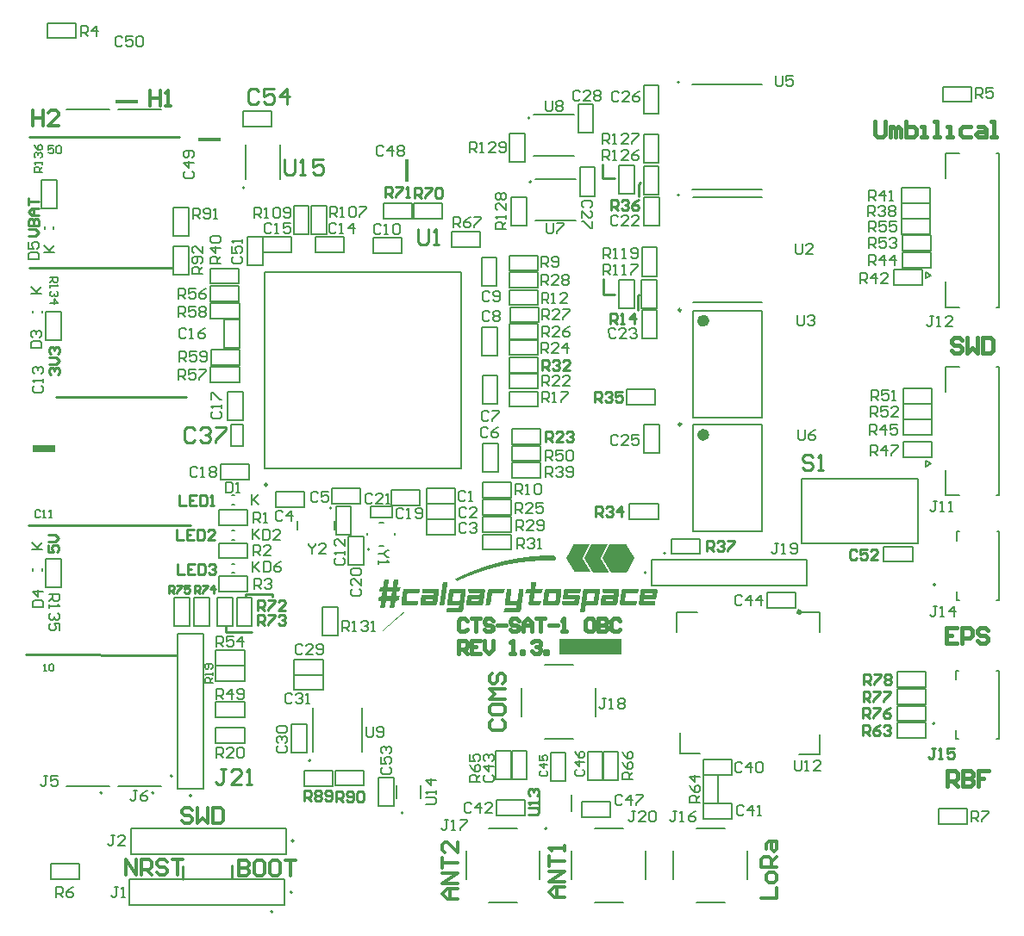
<source format=gto>
G04*
G04 #@! TF.GenerationSoftware,Altium Limited,Altium Designer,24.2.2 (26)*
G04*
G04 Layer_Color=65535*
%FSLAX44Y44*%
%MOMM*%
G71*
G04*
G04 #@! TF.SameCoordinates,141F1B0E-D353-456E-9C8B-26D142171627*
G04*
G04*
G04 #@! TF.FilePolarity,Positive*
G04*
G01*
G75*
%ADD10C,0.4000*%
%ADD11C,0.2000*%
%ADD12C,0.6000*%
%ADD13C,0.2500*%
%ADD14C,0.1524*%
%ADD15C,0.1270*%
%ADD16C,0.2540*%
%ADD17C,0.2032*%
%ADD18C,0.3810*%
%ADD19C,0.3556*%
%ADD20R,2.2000X0.4000*%
%ADD21R,0.4000X2.2000*%
%ADD22R,6.2000X1.6000*%
G36*
X520855Y351354D02*
X521148D01*
Y351305D01*
X521295D01*
Y351256D01*
X521441D01*
Y351207D01*
X521587D01*
Y351158D01*
X521685D01*
Y351110D01*
X521783D01*
Y351061D01*
X521880D01*
Y351012D01*
X521978D01*
Y350963D01*
X522027D01*
Y350914D01*
X522124D01*
Y350866D01*
X522173D01*
Y350817D01*
X522222D01*
Y350768D01*
X522271D01*
Y350719D01*
X522319D01*
Y350670D01*
X522368D01*
Y350621D01*
X522417D01*
Y350573D01*
X522466D01*
Y350524D01*
X522515D01*
Y350475D01*
X522564D01*
Y350426D01*
X522612D01*
Y350329D01*
X522661D01*
Y350280D01*
X522710D01*
Y350231D01*
X522759D01*
Y350133D01*
X522808D01*
Y350036D01*
X522856D01*
Y349938D01*
X522905D01*
Y349841D01*
X522954D01*
Y349694D01*
X523003D01*
Y349596D01*
X523052D01*
Y349401D01*
X523101D01*
Y349157D01*
X523149D01*
Y348425D01*
X523101D01*
Y348181D01*
X523052D01*
Y348035D01*
X523003D01*
Y347888D01*
X522954D01*
Y347742D01*
X522905D01*
Y347644D01*
X522856D01*
Y347546D01*
X522808D01*
Y347449D01*
X522759D01*
Y347400D01*
X522710D01*
Y347302D01*
X522661D01*
Y347253D01*
X522612D01*
Y347205D01*
X522564D01*
Y347107D01*
X522515D01*
Y347058D01*
X522466D01*
Y347010D01*
X522417D01*
Y346961D01*
X522368D01*
Y346912D01*
X522319D01*
Y346863D01*
X522222D01*
Y346814D01*
X522173D01*
Y346765D01*
X522124D01*
Y346717D01*
X522027D01*
Y346668D01*
X521978D01*
Y346619D01*
X521880D01*
Y346570D01*
X521783D01*
Y346521D01*
X521636D01*
Y346473D01*
X521539D01*
Y346424D01*
X521392D01*
Y346375D01*
X521295D01*
Y346326D01*
X521148D01*
Y346277D01*
X521002D01*
Y346228D01*
X519440D01*
Y346277D01*
X517829D01*
Y346326D01*
X515193D01*
Y346375D01*
X510605D01*
Y346326D01*
X507969D01*
Y346277D01*
X506554D01*
Y346228D01*
X505334D01*
Y346180D01*
X504211D01*
Y346131D01*
X503332D01*
Y346082D01*
X502454D01*
Y346033D01*
X501624D01*
Y345984D01*
X500843D01*
Y345936D01*
X499964D01*
Y345887D01*
X499281D01*
Y345838D01*
X498647D01*
Y345789D01*
X498061D01*
Y345740D01*
X497524D01*
Y345692D01*
X496938D01*
Y345643D01*
X496352D01*
Y345594D01*
X495816D01*
Y345545D01*
X495279D01*
Y345496D01*
X494839D01*
Y345448D01*
X494351D01*
Y345399D01*
X493863D01*
Y345350D01*
X493375D01*
Y345301D01*
X492887D01*
Y345252D01*
X492448D01*
Y345204D01*
X492008D01*
Y345155D01*
X491618D01*
Y345106D01*
X491179D01*
Y345057D01*
X490788D01*
Y345008D01*
X490349D01*
Y344959D01*
X489958D01*
Y344911D01*
X489519D01*
Y344862D01*
X489177D01*
Y344813D01*
X488787D01*
Y344764D01*
X488445D01*
Y344715D01*
X488055D01*
Y344667D01*
X487713D01*
Y344618D01*
X487371D01*
Y344569D01*
X487030D01*
Y344520D01*
X486688D01*
Y344471D01*
X486346D01*
Y344422D01*
X486005D01*
Y344374D01*
X485663D01*
Y344325D01*
X485321D01*
Y344276D01*
X485028D01*
Y344227D01*
X484687D01*
Y344179D01*
X484345D01*
Y344130D01*
X484003D01*
Y344081D01*
X483662D01*
Y344032D01*
X483369D01*
Y343983D01*
X483076D01*
Y343934D01*
X482734D01*
Y343886D01*
X482441D01*
Y343837D01*
X482149D01*
Y343788D01*
X481856D01*
Y343739D01*
X481563D01*
Y343690D01*
X481270D01*
Y343642D01*
X481026D01*
Y343593D01*
X480733D01*
Y343544D01*
X480440D01*
Y343495D01*
X480147D01*
Y343446D01*
X479903D01*
Y343397D01*
X479610D01*
Y343349D01*
X479318D01*
Y343300D01*
X479073D01*
Y343251D01*
X478781D01*
Y343202D01*
X478537D01*
Y343153D01*
X478293D01*
Y343105D01*
X478000D01*
Y343056D01*
X477756D01*
Y343007D01*
X477512D01*
Y342958D01*
X477219D01*
Y342909D01*
X476975D01*
Y342861D01*
X476731D01*
Y342812D01*
X476487D01*
Y342763D01*
X476243D01*
Y342714D01*
X475998D01*
Y342665D01*
X475754D01*
Y342617D01*
X475462D01*
Y342568D01*
X475218D01*
Y342519D01*
X474973D01*
Y342470D01*
X474778D01*
Y342421D01*
X474534D01*
Y342373D01*
X474290D01*
Y342324D01*
X474046D01*
Y342275D01*
X473802D01*
Y342226D01*
X473607D01*
Y342177D01*
X473363D01*
Y342128D01*
X473119D01*
Y342080D01*
X472875D01*
Y342031D01*
X472679D01*
Y341982D01*
X472435D01*
Y341933D01*
X472191D01*
Y341884D01*
X471947D01*
Y341836D01*
X471752D01*
Y341787D01*
X471508D01*
Y341738D01*
X471313D01*
Y341689D01*
X471069D01*
Y341640D01*
X470873D01*
Y341591D01*
X470678D01*
Y341543D01*
X470434D01*
Y341494D01*
X470239D01*
Y341445D01*
X469995D01*
Y341396D01*
X469800D01*
Y341348D01*
X469604D01*
Y341299D01*
X469360D01*
Y341250D01*
X469165D01*
Y341201D01*
X468921D01*
Y341152D01*
X468726D01*
Y341103D01*
X468531D01*
Y341055D01*
X468335D01*
Y341006D01*
X468140D01*
Y340957D01*
X467945D01*
Y340908D01*
X467701D01*
Y340859D01*
X467505D01*
Y340811D01*
X467310D01*
Y340762D01*
X467115D01*
Y340713D01*
X466920D01*
Y340664D01*
X466725D01*
Y340615D01*
X466529D01*
Y340566D01*
X466285D01*
Y340518D01*
X466090D01*
Y340469D01*
X465895D01*
Y340420D01*
X465700D01*
Y340371D01*
X465504D01*
Y340322D01*
X465358D01*
Y340274D01*
X465163D01*
Y340225D01*
X464967D01*
Y340176D01*
X464772D01*
Y340127D01*
X464577D01*
Y340078D01*
X464382D01*
Y340030D01*
X464186D01*
Y339981D01*
X463991D01*
Y339932D01*
X463796D01*
Y339883D01*
X463601D01*
Y339834D01*
X463405D01*
Y339785D01*
X463210D01*
Y339737D01*
X463064D01*
Y339688D01*
X462868D01*
Y339639D01*
X462673D01*
Y339590D01*
X462478D01*
Y339542D01*
X462332D01*
Y339493D01*
X462136D01*
Y339444D01*
X461941D01*
Y339395D01*
X461746D01*
Y339346D01*
X461551D01*
Y339297D01*
X461404D01*
Y339249D01*
X461209D01*
Y339200D01*
X461063D01*
Y339151D01*
X460867D01*
Y339102D01*
X460721D01*
Y339053D01*
X460526D01*
Y339005D01*
X460330D01*
Y338956D01*
X460184D01*
Y338907D01*
X459989D01*
Y338858D01*
X459842D01*
Y338809D01*
X459647D01*
Y338760D01*
X459501D01*
Y338712D01*
X459305D01*
Y338663D01*
X459110D01*
Y338614D01*
X458964D01*
Y338565D01*
X458768D01*
Y338517D01*
X458622D01*
Y338468D01*
X458427D01*
Y338419D01*
X458280D01*
Y338370D01*
X458085D01*
Y338321D01*
X457939D01*
Y338272D01*
X457743D01*
Y338224D01*
X457597D01*
Y338175D01*
X457402D01*
Y338126D01*
X457255D01*
Y338077D01*
X457109D01*
Y338028D01*
X456914D01*
Y337980D01*
X456767D01*
Y337931D01*
X456572D01*
Y337882D01*
X456426D01*
Y337833D01*
X456279D01*
Y337784D01*
X456084D01*
Y337735D01*
X455937D01*
Y337687D01*
X455742D01*
Y337638D01*
X455596D01*
Y337589D01*
X455449D01*
Y337540D01*
X455254D01*
Y337491D01*
X455108D01*
Y337443D01*
X454961D01*
Y337394D01*
X454815D01*
Y337345D01*
X454620D01*
Y337296D01*
X454473D01*
Y337247D01*
X454327D01*
Y337199D01*
X454180D01*
Y337150D01*
X453985D01*
Y337101D01*
X453839D01*
Y337052D01*
X453692D01*
Y337003D01*
X453546D01*
Y336954D01*
X453350D01*
Y336906D01*
X453204D01*
Y336857D01*
X453058D01*
Y336808D01*
X452911D01*
Y336759D01*
X452765D01*
Y336711D01*
X452618D01*
Y336662D01*
X452423D01*
Y336613D01*
X452277D01*
Y336564D01*
X452130D01*
Y336515D01*
X451984D01*
Y336466D01*
X451837D01*
Y336418D01*
X451691D01*
Y336369D01*
X451544D01*
Y336320D01*
X451398D01*
Y336271D01*
X451203D01*
Y336222D01*
X451056D01*
Y336174D01*
X450910D01*
Y336125D01*
X450764D01*
Y336076D01*
X450617D01*
Y336027D01*
X450471D01*
Y335978D01*
X450324D01*
Y335929D01*
X450178D01*
Y335881D01*
X450031D01*
Y335832D01*
X449885D01*
Y335783D01*
X449739D01*
Y335734D01*
X449592D01*
Y335686D01*
X449446D01*
Y335637D01*
X449299D01*
Y335588D01*
X449153D01*
Y335539D01*
X449006D01*
Y335490D01*
X448860D01*
Y335441D01*
X448713D01*
Y335393D01*
X448567D01*
Y335344D01*
X448421D01*
Y335295D01*
X448274D01*
Y335246D01*
X448128D01*
Y335197D01*
X447981D01*
Y335149D01*
X447835D01*
Y335100D01*
X447688D01*
Y335051D01*
X447542D01*
Y335002D01*
X447396D01*
Y334953D01*
X447249D01*
Y334905D01*
X447103D01*
Y334856D01*
X447005D01*
Y334807D01*
X446859D01*
Y334758D01*
X446712D01*
Y334709D01*
X446566D01*
Y334660D01*
X446419D01*
Y334612D01*
X446273D01*
Y334563D01*
X446127D01*
Y334514D01*
X446029D01*
Y334465D01*
X445882D01*
Y334416D01*
X445736D01*
Y334368D01*
X445590D01*
Y334319D01*
X445443D01*
Y334270D01*
X445297D01*
Y334221D01*
X445199D01*
Y334172D01*
X445053D01*
Y334123D01*
X444906D01*
Y334075D01*
X444760D01*
Y334026D01*
X444662D01*
Y333977D01*
X444516D01*
Y333928D01*
X444369D01*
Y333880D01*
X444223D01*
Y333831D01*
X444076D01*
Y333782D01*
X443979D01*
Y333733D01*
X443833D01*
Y333684D01*
X443686D01*
Y333635D01*
X443540D01*
Y333587D01*
X443442D01*
Y333538D01*
X443296D01*
Y333489D01*
X443149D01*
Y333440D01*
X443003D01*
Y333391D01*
X442905D01*
Y333343D01*
X442759D01*
Y333294D01*
X442612D01*
Y333245D01*
X442466D01*
Y333196D01*
X442368D01*
Y333147D01*
X442222D01*
Y333098D01*
X442075D01*
Y333050D01*
X441978D01*
Y333001D01*
X441831D01*
Y332952D01*
X441685D01*
Y332903D01*
X441538D01*
Y332854D01*
X441441D01*
Y332806D01*
X441294D01*
Y332757D01*
X441148D01*
Y332708D01*
X441050D01*
Y332659D01*
X440904D01*
Y332610D01*
X440757D01*
Y332562D01*
X440660D01*
Y332513D01*
X440513D01*
Y332464D01*
X440416D01*
Y332415D01*
X440269D01*
Y332366D01*
X440123D01*
Y332318D01*
X440025D01*
Y332269D01*
X439879D01*
Y332220D01*
X439732D01*
Y332171D01*
X439635D01*
Y332122D01*
X439488D01*
Y332074D01*
X439391D01*
Y332025D01*
X439244D01*
Y331976D01*
X439147D01*
Y331927D01*
X439000D01*
Y331878D01*
X438854D01*
Y331829D01*
X438756D01*
Y331781D01*
X438610D01*
Y331732D01*
X438512D01*
Y331683D01*
X438366D01*
Y331634D01*
X438268D01*
Y331585D01*
X438122D01*
Y331537D01*
X438024D01*
Y331488D01*
X437878D01*
Y331439D01*
X437731D01*
Y331390D01*
X437634D01*
Y331341D01*
X437487D01*
Y331292D01*
X437389D01*
Y331244D01*
X437243D01*
Y331195D01*
X437146D01*
Y331146D01*
X436999D01*
Y331097D01*
X436901D01*
Y331049D01*
X436755D01*
Y331000D01*
X436657D01*
Y330951D01*
X436511D01*
Y330902D01*
X436413D01*
Y330853D01*
X436267D01*
Y330804D01*
X436169D01*
Y330756D01*
X436023D01*
Y330707D01*
X435925D01*
Y330658D01*
X435779D01*
Y330609D01*
X435681D01*
Y330560D01*
X435583D01*
Y330512D01*
X435437D01*
Y330463D01*
X435340D01*
Y330414D01*
X435193D01*
Y330365D01*
X435095D01*
Y330316D01*
X434949D01*
Y330267D01*
X434851D01*
Y330219D01*
X434705D01*
Y330170D01*
X434607D01*
Y330121D01*
X434510D01*
Y330072D01*
X434363D01*
Y330023D01*
X434266D01*
Y329975D01*
X434119D01*
Y329926D01*
X434022D01*
Y329877D01*
X433875D01*
Y329828D01*
X433778D01*
Y329779D01*
X433680D01*
Y329731D01*
X433534D01*
Y329682D01*
X433436D01*
Y329633D01*
X433289D01*
Y329584D01*
X433192D01*
Y329535D01*
X433094D01*
Y329487D01*
X432948D01*
Y329438D01*
X432850D01*
Y329389D01*
X432704D01*
Y329340D01*
X432606D01*
Y329291D01*
X432509D01*
Y329243D01*
X432362D01*
Y329194D01*
X432264D01*
Y329145D01*
X432118D01*
Y329096D01*
X432020D01*
Y329047D01*
X431923D01*
Y328998D01*
X431776D01*
Y328950D01*
X431679D01*
Y328901D01*
X431581D01*
Y328852D01*
X431435D01*
Y328803D01*
X431337D01*
Y328754D01*
X431239D01*
Y328706D01*
X431093D01*
Y328657D01*
X430995D01*
Y328608D01*
X430898D01*
Y328559D01*
X430751D01*
Y328510D01*
X430654D01*
Y328461D01*
X430507D01*
Y328413D01*
X430410D01*
Y328364D01*
X430312D01*
Y328315D01*
X430166D01*
Y328266D01*
X430068D01*
Y328218D01*
X429970D01*
Y328169D01*
X429873D01*
Y328120D01*
X429726D01*
Y328071D01*
X429629D01*
Y328022D01*
X429531D01*
Y327973D01*
X429385D01*
Y327925D01*
X429287D01*
Y327876D01*
X429189D01*
Y327827D01*
X429092D01*
Y327778D01*
X428945D01*
Y327729D01*
X428848D01*
Y327681D01*
X428750D01*
Y327632D01*
X428604D01*
Y327583D01*
X428506D01*
Y327534D01*
X428408D01*
Y327485D01*
X428311D01*
Y327436D01*
X428164D01*
Y327388D01*
X428067D01*
Y327339D01*
X427969D01*
Y327290D01*
X427872D01*
Y327241D01*
X427725D01*
Y327192D01*
X427627D01*
Y327144D01*
X427530D01*
Y327095D01*
X427432D01*
Y327046D01*
X427335D01*
Y326997D01*
X427188D01*
Y326948D01*
X427090D01*
Y326900D01*
X426993D01*
Y326851D01*
X426895D01*
Y326802D01*
X426749D01*
Y326753D01*
X426651D01*
Y326704D01*
X426554D01*
Y326656D01*
X426456D01*
Y326607D01*
X426358D01*
Y326558D01*
X426212D01*
Y326509D01*
X426114D01*
Y326460D01*
X426017D01*
Y326412D01*
X425919D01*
Y326363D01*
X425821D01*
Y326314D01*
X425724D01*
Y326265D01*
X425577D01*
Y326363D01*
X425529D01*
Y326412D01*
X425480D01*
Y326509D01*
X425431D01*
Y326558D01*
X425382D01*
Y326656D01*
X425333D01*
Y326704D01*
X425285D01*
Y326802D01*
X425236D01*
Y326900D01*
X425187D01*
Y326948D01*
X425138D01*
Y327046D01*
X425089D01*
Y327095D01*
X425041D01*
Y327192D01*
X424992D01*
Y327290D01*
X424943D01*
Y327339D01*
X424894D01*
Y327436D01*
X424845D01*
Y327534D01*
X424796D01*
Y327632D01*
X424748D01*
Y327681D01*
X424699D01*
Y327778D01*
X424650D01*
Y327876D01*
X424601D01*
Y327973D01*
X424552D01*
Y328071D01*
X424504D01*
Y328169D01*
X424455D01*
Y328266D01*
X424406D01*
Y328364D01*
X424357D01*
Y328461D01*
X424308D01*
Y328559D01*
X424357D01*
Y328608D01*
X424455D01*
Y328657D01*
X424552D01*
Y328706D01*
X424650D01*
Y328754D01*
X424748D01*
Y328803D01*
X424845D01*
Y328852D01*
X424943D01*
Y328901D01*
X425041D01*
Y328950D01*
X425138D01*
Y328998D01*
X425236D01*
Y329047D01*
X425333D01*
Y329096D01*
X425431D01*
Y329145D01*
X425529D01*
Y329194D01*
X425626D01*
Y329243D01*
X425773D01*
Y329291D01*
X425870D01*
Y329340D01*
X425968D01*
Y329389D01*
X426065D01*
Y329438D01*
X426163D01*
Y329487D01*
X426261D01*
Y329535D01*
X426358D01*
Y329584D01*
X426456D01*
Y329633D01*
X426554D01*
Y329682D01*
X426651D01*
Y329731D01*
X426798D01*
Y329779D01*
X426895D01*
Y329828D01*
X426993D01*
Y329877D01*
X427090D01*
Y329926D01*
X427188D01*
Y329975D01*
X427286D01*
Y330023D01*
X427383D01*
Y330072D01*
X427481D01*
Y330121D01*
X427627D01*
Y330170D01*
X427725D01*
Y330219D01*
X427823D01*
Y330267D01*
X427920D01*
Y330316D01*
X428018D01*
Y330365D01*
X428116D01*
Y330414D01*
X428213D01*
Y330463D01*
X428311D01*
Y330512D01*
X428408D01*
Y330560D01*
X428555D01*
Y330609D01*
X428652D01*
Y330658D01*
X428750D01*
Y330707D01*
X428848D01*
Y330756D01*
X428945D01*
Y330804D01*
X429043D01*
Y330853D01*
X429141D01*
Y330902D01*
X429287D01*
Y330951D01*
X429385D01*
Y331000D01*
X429482D01*
Y331049D01*
X429580D01*
Y331097D01*
X429678D01*
Y331146D01*
X429824D01*
Y331195D01*
X429921D01*
Y331244D01*
X430019D01*
Y331292D01*
X430117D01*
Y331341D01*
X430214D01*
Y331390D01*
X430312D01*
Y331439D01*
X430458D01*
Y331488D01*
X430556D01*
Y331537D01*
X430654D01*
Y331585D01*
X430751D01*
Y331634D01*
X430849D01*
Y331683D01*
X430995D01*
Y331732D01*
X431093D01*
Y331781D01*
X431191D01*
Y331829D01*
X431288D01*
Y331878D01*
X431386D01*
Y331927D01*
X431532D01*
Y331976D01*
X431630D01*
Y332025D01*
X431727D01*
Y332074D01*
X431825D01*
Y332122D01*
X431923D01*
Y332171D01*
X432069D01*
Y332220D01*
X432167D01*
Y332269D01*
X432264D01*
Y332318D01*
X432362D01*
Y332366D01*
X432460D01*
Y332415D01*
X432606D01*
Y332464D01*
X432704D01*
Y332513D01*
X432801D01*
Y332562D01*
X432948D01*
Y332610D01*
X433045D01*
Y332659D01*
X433143D01*
Y332708D01*
X433241D01*
Y332757D01*
X433387D01*
Y332806D01*
X433485D01*
Y332854D01*
X433582D01*
Y332903D01*
X433729D01*
Y332952D01*
X433826D01*
Y333001D01*
X433924D01*
Y333050D01*
X434070D01*
Y333098D01*
X434168D01*
Y333147D01*
X434266D01*
Y333196D01*
X434412D01*
Y333245D01*
X434510D01*
Y333294D01*
X434607D01*
Y333343D01*
X434754D01*
Y333391D01*
X434851D01*
Y333440D01*
X434949D01*
Y333489D01*
X435095D01*
Y333538D01*
X435193D01*
Y333587D01*
X435291D01*
Y333635D01*
X435437D01*
Y333684D01*
X435535D01*
Y333733D01*
X435681D01*
Y333782D01*
X435779D01*
Y333831D01*
X435876D01*
Y333880D01*
X436023D01*
Y333928D01*
X436120D01*
Y333977D01*
X436218D01*
Y334026D01*
X436365D01*
Y334075D01*
X436462D01*
Y334123D01*
X436609D01*
Y334172D01*
X436706D01*
Y334221D01*
X436804D01*
Y334270D01*
X436950D01*
Y334319D01*
X437048D01*
Y334368D01*
X437146D01*
Y334416D01*
X437292D01*
Y334465D01*
X437389D01*
Y334514D01*
X437536D01*
Y334563D01*
X437634D01*
Y334612D01*
X437731D01*
Y334660D01*
X437878D01*
Y334709D01*
X437975D01*
Y334758D01*
X438073D01*
Y334807D01*
X438219D01*
Y334856D01*
X438317D01*
Y334905D01*
X438463D01*
Y334953D01*
X438561D01*
Y335002D01*
X438659D01*
Y335051D01*
X438805D01*
Y335100D01*
X438903D01*
Y335149D01*
X439049D01*
Y335197D01*
X439147D01*
Y335246D01*
X439244D01*
Y335295D01*
X439391D01*
Y335344D01*
X439488D01*
Y335393D01*
X439635D01*
Y335441D01*
X439732D01*
Y335490D01*
X439830D01*
Y335539D01*
X439977D01*
Y335588D01*
X440074D01*
Y335637D01*
X440220D01*
Y335686D01*
X440318D01*
Y335734D01*
X440465D01*
Y335783D01*
X440562D01*
Y335832D01*
X440660D01*
Y335881D01*
X440806D01*
Y335929D01*
X440904D01*
Y335978D01*
X441050D01*
Y336027D01*
X441148D01*
Y336076D01*
X441294D01*
Y336125D01*
X441392D01*
Y336174D01*
X441538D01*
Y336222D01*
X441636D01*
Y336271D01*
X441782D01*
Y336320D01*
X441880D01*
Y336369D01*
X442026D01*
Y336418D01*
X442124D01*
Y336466D01*
X442271D01*
Y336515D01*
X442368D01*
Y336564D01*
X442515D01*
Y336613D01*
X442612D01*
Y336662D01*
X442759D01*
Y336711D01*
X442856D01*
Y336759D01*
X443003D01*
Y336808D01*
X443100D01*
Y336857D01*
X443247D01*
Y336906D01*
X443344D01*
Y336954D01*
X443491D01*
Y337003D01*
X443637D01*
Y337052D01*
X443735D01*
Y337101D01*
X443881D01*
Y337150D01*
X443979D01*
Y337199D01*
X444125D01*
Y337247D01*
X444272D01*
Y337296D01*
X444369D01*
Y337345D01*
X444516D01*
Y337394D01*
X444662D01*
Y337443D01*
X444760D01*
Y337491D01*
X444906D01*
Y337540D01*
X445053D01*
Y337589D01*
X445150D01*
Y337638D01*
X445297D01*
Y337687D01*
X445443D01*
Y337735D01*
X445541D01*
Y337784D01*
X445687D01*
Y337833D01*
X445834D01*
Y337882D01*
X445931D01*
Y337931D01*
X446078D01*
Y337980D01*
X446224D01*
Y338028D01*
X446322D01*
Y338077D01*
X446468D01*
Y338126D01*
X446615D01*
Y338175D01*
X446712D01*
Y338224D01*
X446859D01*
Y338272D01*
X447005D01*
Y338321D01*
X447103D01*
Y338370D01*
X447249D01*
Y338419D01*
X447396D01*
Y338468D01*
X447493D01*
Y338517D01*
X447640D01*
Y338565D01*
X447786D01*
Y338614D01*
X447933D01*
Y338663D01*
X448030D01*
Y338712D01*
X448177D01*
Y338760D01*
X448323D01*
Y338809D01*
X448470D01*
Y338858D01*
X448616D01*
Y338907D01*
X448713D01*
Y338956D01*
X448860D01*
Y339005D01*
X449006D01*
Y339053D01*
X449153D01*
Y339102D01*
X449299D01*
Y339151D01*
X449397D01*
Y339200D01*
X449543D01*
Y339249D01*
X449690D01*
Y339297D01*
X449836D01*
Y339346D01*
X449983D01*
Y339395D01*
X450129D01*
Y339444D01*
X450227D01*
Y339493D01*
X450373D01*
Y339542D01*
X450519D01*
Y339590D01*
X450666D01*
Y339639D01*
X450812D01*
Y339688D01*
X450959D01*
Y339737D01*
X451056D01*
Y339785D01*
X451203D01*
Y339834D01*
X451349D01*
Y339883D01*
X451496D01*
Y339932D01*
X451642D01*
Y339981D01*
X451789D01*
Y340030D01*
X451935D01*
Y340078D01*
X452081D01*
Y340127D01*
X452228D01*
Y340176D01*
X452326D01*
Y340225D01*
X452472D01*
Y340274D01*
X452618D01*
Y340322D01*
X452765D01*
Y340371D01*
X452911D01*
Y340420D01*
X453058D01*
Y340469D01*
X453204D01*
Y340518D01*
X453350D01*
Y340566D01*
X453497D01*
Y340615D01*
X453643D01*
Y340664D01*
X453790D01*
Y340713D01*
X453936D01*
Y340762D01*
X454083D01*
Y340811D01*
X454229D01*
Y340859D01*
X454375D01*
Y340908D01*
X454522D01*
Y340957D01*
X454668D01*
Y341006D01*
X454815D01*
Y341055D01*
X454961D01*
Y341103D01*
X455108D01*
Y341152D01*
X455254D01*
Y341201D01*
X455401D01*
Y341250D01*
X455596D01*
Y341299D01*
X455742D01*
Y341348D01*
X455889D01*
Y341396D01*
X456035D01*
Y341445D01*
X456181D01*
Y341494D01*
X456328D01*
Y341543D01*
X456474D01*
Y341591D01*
X456621D01*
Y341640D01*
X456816D01*
Y341689D01*
X456963D01*
Y341738D01*
X457109D01*
Y341787D01*
X457255D01*
Y341836D01*
X457402D01*
Y341884D01*
X457597D01*
Y341933D01*
X457743D01*
Y341982D01*
X457890D01*
Y342031D01*
X458036D01*
Y342080D01*
X458183D01*
Y342128D01*
X458378D01*
Y342177D01*
X458524D01*
Y342226D01*
X458671D01*
Y342275D01*
X458817D01*
Y342324D01*
X459012D01*
Y342373D01*
X459159D01*
Y342421D01*
X459305D01*
Y342470D01*
X459501D01*
Y342519D01*
X459647D01*
Y342568D01*
X459794D01*
Y342617D01*
X459940D01*
Y342665D01*
X460135D01*
Y342714D01*
X460282D01*
Y342763D01*
X460428D01*
Y342812D01*
X460623D01*
Y342861D01*
X460770D01*
Y342909D01*
X460916D01*
Y342958D01*
X461111D01*
Y343007D01*
X461258D01*
Y343056D01*
X461404D01*
Y343105D01*
X461551D01*
Y343153D01*
X461746D01*
Y343202D01*
X461892D01*
Y343251D01*
X462088D01*
Y343300D01*
X462234D01*
Y343349D01*
X462429D01*
Y343397D01*
X462576D01*
Y343446D01*
X462771D01*
Y343495D01*
X462917D01*
Y343544D01*
X463113D01*
Y343593D01*
X463259D01*
Y343642D01*
X463454D01*
Y343690D01*
X463601D01*
Y343739D01*
X463796D01*
Y343788D01*
X463942D01*
Y343837D01*
X464138D01*
Y343886D01*
X464284D01*
Y343934D01*
X464479D01*
Y343983D01*
X464674D01*
Y344032D01*
X464821D01*
Y344081D01*
X465016D01*
Y344130D01*
X465163D01*
Y344179D01*
X465358D01*
Y344227D01*
X465504D01*
Y344276D01*
X465700D01*
Y344325D01*
X465895D01*
Y344374D01*
X466041D01*
Y344422D01*
X466236D01*
Y344471D01*
X466432D01*
Y344520D01*
X466627D01*
Y344569D01*
X466822D01*
Y344618D01*
X467017D01*
Y344667D01*
X467164D01*
Y344715D01*
X467359D01*
Y344764D01*
X467554D01*
Y344813D01*
X467750D01*
Y344862D01*
X467945D01*
Y344911D01*
X468140D01*
Y344959D01*
X468287D01*
Y345008D01*
X468482D01*
Y345057D01*
X468677D01*
Y345106D01*
X468872D01*
Y345155D01*
X469067D01*
Y345204D01*
X469263D01*
Y345252D01*
X469458D01*
Y345301D01*
X469653D01*
Y345350D01*
X469848D01*
Y345399D01*
X470044D01*
Y345448D01*
X470190D01*
Y345496D01*
X470385D01*
Y345545D01*
X470580D01*
Y345594D01*
X470776D01*
Y345643D01*
X470971D01*
Y345692D01*
X471166D01*
Y345740D01*
X471410D01*
Y345789D01*
X471606D01*
Y345838D01*
X471801D01*
Y345887D01*
X471996D01*
Y345936D01*
X472240D01*
Y345984D01*
X472435D01*
Y346033D01*
X472631D01*
Y346082D01*
X472826D01*
Y346131D01*
X473021D01*
Y346180D01*
X473265D01*
Y346228D01*
X473460D01*
Y346277D01*
X473656D01*
Y346326D01*
X473900D01*
Y346375D01*
X474095D01*
Y346424D01*
X474339D01*
Y346473D01*
X474583D01*
Y346521D01*
X474778D01*
Y346570D01*
X474973D01*
Y346619D01*
X475218D01*
Y346668D01*
X475413D01*
Y346717D01*
X475657D01*
Y346765D01*
X475852D01*
Y346814D01*
X476096D01*
Y346863D01*
X476291D01*
Y346912D01*
X476535D01*
Y346961D01*
X476731D01*
Y347010D01*
X476975D01*
Y347058D01*
X477219D01*
Y347107D01*
X477414D01*
Y347156D01*
X477658D01*
Y347205D01*
X477902D01*
Y347253D01*
X478097D01*
Y347302D01*
X478341D01*
Y347351D01*
X478586D01*
Y347400D01*
X478829D01*
Y347449D01*
X479073D01*
Y347498D01*
X479318D01*
Y347546D01*
X479562D01*
Y347595D01*
X479806D01*
Y347644D01*
X480050D01*
Y347693D01*
X480343D01*
Y347742D01*
X480587D01*
Y347790D01*
X480831D01*
Y347839D01*
X481075D01*
Y347888D01*
X481319D01*
Y347937D01*
X481563D01*
Y347986D01*
X481807D01*
Y348035D01*
X482100D01*
Y348083D01*
X482344D01*
Y348132D01*
X482588D01*
Y348181D01*
X482881D01*
Y348230D01*
X483125D01*
Y348279D01*
X483418D01*
Y348327D01*
X483662D01*
Y348376D01*
X483955D01*
Y348425D01*
X484199D01*
Y348474D01*
X484492D01*
Y348523D01*
X484736D01*
Y348571D01*
X485028D01*
Y348620D01*
X485321D01*
Y348669D01*
X485663D01*
Y348718D01*
X485956D01*
Y348767D01*
X486249D01*
Y348815D01*
X486541D01*
Y348864D01*
X486834D01*
Y348913D01*
X487127D01*
Y348962D01*
X487420D01*
Y349011D01*
X487713D01*
Y349059D01*
X488006D01*
Y349108D01*
X488348D01*
Y349157D01*
X488640D01*
Y349206D01*
X488933D01*
Y349255D01*
X489275D01*
Y349304D01*
X489568D01*
Y349352D01*
X489909D01*
Y349401D01*
X490251D01*
Y349450D01*
X490642D01*
Y349499D01*
X490983D01*
Y349548D01*
X491325D01*
Y349596D01*
X491667D01*
Y349645D01*
X492008D01*
Y349694D01*
X492350D01*
Y349743D01*
X492692D01*
Y349792D01*
X493082D01*
Y349841D01*
X493473D01*
Y349889D01*
X493863D01*
Y349938D01*
X494254D01*
Y349987D01*
X494644D01*
Y350036D01*
X495034D01*
Y350084D01*
X495425D01*
Y350133D01*
X495864D01*
Y350182D01*
X496304D01*
Y350231D01*
X496743D01*
Y350280D01*
X497182D01*
Y350329D01*
X497670D01*
Y350377D01*
X498110D01*
Y350426D01*
X498549D01*
Y350475D01*
X499037D01*
Y350524D01*
X499525D01*
Y350573D01*
X500062D01*
Y350621D01*
X500648D01*
Y350670D01*
X501233D01*
Y350719D01*
X501770D01*
Y350768D01*
X502405D01*
Y350817D01*
X502991D01*
Y350866D01*
X503625D01*
Y350914D01*
X504260D01*
Y350963D01*
X504894D01*
Y351012D01*
X505626D01*
Y351061D01*
X506407D01*
Y351110D01*
X507286D01*
Y351158D01*
X508213D01*
Y351207D01*
X509238D01*
Y351256D01*
X510410D01*
Y351305D01*
X511777D01*
Y351354D01*
X513534D01*
Y351402D01*
X520855D01*
Y351354D01*
D02*
G37*
G36*
X556389Y362629D02*
X556340D01*
Y362531D01*
X556292D01*
Y362434D01*
X556243D01*
Y362336D01*
X556194D01*
Y362238D01*
X556145D01*
Y362141D01*
X556096D01*
Y362043D01*
X556048D01*
Y361945D01*
X555999D01*
Y361848D01*
X555950D01*
Y361799D01*
X555901D01*
Y361701D01*
X555852D01*
Y361604D01*
X555803D01*
Y361506D01*
X555755D01*
Y361409D01*
X555706D01*
Y361311D01*
X555657D01*
Y361213D01*
X555608D01*
Y361116D01*
X555559D01*
Y361018D01*
X555510D01*
Y360920D01*
X555462D01*
Y360823D01*
X555413D01*
Y360725D01*
X555364D01*
Y360628D01*
X555315D01*
Y360579D01*
X555266D01*
Y360481D01*
X555218D01*
Y360383D01*
X555169D01*
Y360286D01*
X555120D01*
Y360188D01*
X555071D01*
Y360091D01*
X555022D01*
Y359993D01*
X554974D01*
Y359895D01*
X554925D01*
Y359798D01*
X554876D01*
Y359700D01*
X554827D01*
Y359603D01*
X554778D01*
Y359505D01*
X554730D01*
Y359407D01*
X554681D01*
Y359358D01*
X554632D01*
Y359261D01*
X554583D01*
Y359163D01*
X554534D01*
Y359066D01*
X554486D01*
Y358968D01*
X554437D01*
Y358870D01*
X554388D01*
Y358773D01*
X554339D01*
Y358675D01*
X554290D01*
Y358577D01*
X554241D01*
Y358480D01*
X554193D01*
Y358382D01*
X554144D01*
Y358285D01*
X554095D01*
Y358187D01*
X554046D01*
Y358089D01*
X553997D01*
Y357992D01*
X553949D01*
Y357943D01*
X553900D01*
Y357845D01*
X553851D01*
Y357748D01*
X553802D01*
Y357650D01*
X553753D01*
Y357552D01*
X553705D01*
Y357455D01*
X553656D01*
Y357357D01*
X553607D01*
Y357260D01*
X553558D01*
Y357162D01*
X553509D01*
Y357064D01*
X553461D01*
Y356967D01*
X553412D01*
Y356869D01*
X553363D01*
Y356772D01*
X553314D01*
Y356723D01*
X553265D01*
Y356625D01*
X553216D01*
Y356527D01*
X553168D01*
Y356430D01*
X553119D01*
Y356332D01*
X553070D01*
Y356235D01*
X553021D01*
Y356137D01*
X552972D01*
Y356039D01*
X552924D01*
Y355942D01*
X552875D01*
Y355844D01*
X552826D01*
Y355746D01*
X552777D01*
Y355649D01*
X552728D01*
Y355551D01*
X552679D01*
Y355503D01*
X552631D01*
Y355405D01*
X552582D01*
Y355307D01*
X552533D01*
Y355210D01*
X552484D01*
Y355112D01*
X552435D01*
Y355014D01*
X552387D01*
Y354917D01*
X552338D01*
Y354819D01*
X552289D01*
Y354721D01*
X552240D01*
Y354624D01*
X552191D01*
Y354526D01*
X552143D01*
Y354429D01*
X552094D01*
Y354331D01*
X552045D01*
Y354282D01*
X551996D01*
Y354185D01*
X551947D01*
Y354087D01*
X551899D01*
Y353989D01*
X551850D01*
Y353892D01*
X551801D01*
Y353794D01*
X551752D01*
Y353697D01*
X551703D01*
Y353599D01*
X551655D01*
Y353501D01*
X551606D01*
Y353404D01*
X551557D01*
Y353306D01*
X551508D01*
Y353208D01*
X551459D01*
Y353111D01*
X551410D01*
Y353013D01*
X551362D01*
Y352915D01*
X551313D01*
Y352867D01*
X551264D01*
Y352769D01*
X551215D01*
Y352672D01*
X551166D01*
Y352574D01*
X551118D01*
Y352476D01*
X551069D01*
Y352379D01*
X551020D01*
Y352281D01*
X550971D01*
Y352183D01*
X550922D01*
Y352086D01*
X550873D01*
Y351988D01*
X550825D01*
Y351890D01*
X550776D01*
Y351793D01*
X550727D01*
Y351695D01*
X550678D01*
Y351646D01*
X550630D01*
Y351549D01*
X550581D01*
Y351451D01*
X550532D01*
Y351354D01*
X550483D01*
Y351256D01*
X550434D01*
Y351158D01*
X550385D01*
Y351061D01*
X550337D01*
Y350963D01*
X550288D01*
Y350866D01*
X550239D01*
Y350768D01*
X550190D01*
Y350670D01*
X550141D01*
Y350573D01*
X550093D01*
Y350475D01*
X550044D01*
Y350426D01*
X549995D01*
Y350329D01*
X549946D01*
Y350231D01*
X549897D01*
Y350133D01*
X549849D01*
Y350036D01*
X549800D01*
Y349938D01*
X549751D01*
Y349841D01*
X549702D01*
Y349743D01*
X549653D01*
Y349645D01*
X549604D01*
Y349548D01*
X549556D01*
Y349450D01*
X549507D01*
Y349401D01*
X549458D01*
Y349304D01*
X549409D01*
Y349206D01*
X549360D01*
Y349108D01*
X549312D01*
Y349011D01*
X549263D01*
Y348913D01*
X549214D01*
Y348815D01*
X549165D01*
Y348718D01*
X549116D01*
Y348669D01*
X549165D01*
Y348571D01*
X549214D01*
Y348474D01*
X549263D01*
Y348425D01*
X549312D01*
Y348327D01*
X549360D01*
Y348230D01*
X549409D01*
Y348181D01*
X549458D01*
Y348083D01*
X549507D01*
Y347986D01*
X549556D01*
Y347937D01*
X549604D01*
Y347839D01*
X549653D01*
Y347790D01*
X549702D01*
Y347693D01*
X549751D01*
Y347595D01*
X549800D01*
Y347546D01*
X549849D01*
Y347449D01*
X549897D01*
Y347351D01*
X549946D01*
Y347302D01*
X549995D01*
Y347205D01*
X550044D01*
Y347107D01*
X550093D01*
Y347058D01*
X550141D01*
Y346961D01*
X550190D01*
Y346863D01*
X550239D01*
Y346814D01*
X550288D01*
Y346717D01*
X550337D01*
Y346619D01*
X550385D01*
Y346570D01*
X550434D01*
Y346473D01*
X550483D01*
Y346375D01*
X550532D01*
Y346326D01*
X550581D01*
Y346228D01*
X550630D01*
Y346131D01*
X550678D01*
Y346082D01*
X550727D01*
Y345984D01*
X550776D01*
Y345936D01*
X550825D01*
Y345838D01*
X550873D01*
Y345740D01*
X550922D01*
Y345692D01*
X550971D01*
Y345594D01*
X551020D01*
Y345496D01*
X551069D01*
Y345448D01*
X551118D01*
Y345350D01*
X551166D01*
Y345252D01*
X551215D01*
Y345204D01*
X551264D01*
Y345106D01*
X551313D01*
Y345008D01*
X551362D01*
Y344959D01*
X551410D01*
Y344862D01*
X551459D01*
Y344764D01*
X551508D01*
Y344715D01*
X551557D01*
Y344618D01*
X551606D01*
Y344569D01*
X551655D01*
Y344471D01*
X551703D01*
Y344374D01*
X551752D01*
Y344325D01*
X551801D01*
Y344227D01*
X551850D01*
Y344130D01*
X551899D01*
Y344081D01*
X551947D01*
Y343983D01*
X551996D01*
Y343886D01*
X552045D01*
Y343837D01*
X552094D01*
Y343739D01*
X552143D01*
Y343642D01*
X552191D01*
Y343593D01*
X552240D01*
Y343495D01*
X552289D01*
Y343397D01*
X552338D01*
Y343349D01*
X552387D01*
Y343251D01*
X552435D01*
Y343153D01*
X552484D01*
Y343105D01*
X552533D01*
Y343007D01*
X552582D01*
Y342958D01*
X552631D01*
Y342861D01*
X552679D01*
Y342763D01*
X552728D01*
Y342714D01*
X552777D01*
Y342617D01*
X552826D01*
Y342519D01*
X552875D01*
Y342470D01*
X552924D01*
Y342373D01*
X552972D01*
Y342275D01*
X553021D01*
Y342226D01*
X553070D01*
Y342128D01*
X553119D01*
Y342031D01*
X553168D01*
Y341982D01*
X553216D01*
Y341884D01*
X553265D01*
Y341787D01*
X553314D01*
Y341738D01*
X553363D01*
Y341640D01*
X553412D01*
Y341591D01*
X553461D01*
Y341494D01*
X553509D01*
Y341396D01*
X553558D01*
Y341348D01*
X553607D01*
Y341250D01*
X553656D01*
Y341152D01*
X553705D01*
Y341103D01*
X553753D01*
Y341006D01*
X553802D01*
Y340908D01*
X553851D01*
Y340859D01*
X553900D01*
Y340762D01*
X553949D01*
Y340664D01*
X553997D01*
Y340615D01*
X554046D01*
Y340518D01*
X554095D01*
Y340420D01*
X554144D01*
Y340371D01*
X554193D01*
Y340274D01*
X554241D01*
Y340176D01*
X554290D01*
Y340127D01*
X554339D01*
Y340030D01*
X554388D01*
Y339932D01*
X554437D01*
Y339883D01*
X554486D01*
Y339785D01*
X554534D01*
Y339737D01*
X554583D01*
Y339639D01*
X554632D01*
Y339542D01*
X554681D01*
Y339493D01*
X554730D01*
Y339395D01*
X554778D01*
Y339297D01*
X554827D01*
Y339249D01*
X554876D01*
Y339151D01*
X554925D01*
Y339053D01*
X554974D01*
Y339005D01*
X555022D01*
Y338907D01*
X555071D01*
Y338809D01*
X555120D01*
Y338760D01*
X555169D01*
Y338663D01*
X555218D01*
Y338565D01*
X555266D01*
Y338517D01*
X555315D01*
Y338419D01*
X555364D01*
Y338321D01*
X555413D01*
Y338272D01*
X555462D01*
Y338175D01*
X555510D01*
Y338126D01*
X555559D01*
Y338028D01*
X555608D01*
Y337931D01*
X555657D01*
Y337882D01*
X555706D01*
Y337784D01*
X555755D01*
Y337687D01*
X555803D01*
Y337638D01*
X555852D01*
Y337540D01*
X555901D01*
Y337443D01*
X555950D01*
Y337394D01*
X555999D01*
Y337296D01*
X556048D01*
Y337199D01*
X556096D01*
Y337150D01*
X556145D01*
Y337052D01*
X556194D01*
Y336954D01*
X556243D01*
Y336906D01*
X556292D01*
Y336808D01*
X556340D01*
Y336711D01*
X556389D01*
Y336662D01*
X556438D01*
Y336564D01*
X556487D01*
Y336466D01*
X556535D01*
Y336418D01*
X556584D01*
Y336320D01*
X556633D01*
Y336271D01*
X556682D01*
Y336174D01*
X556731D01*
Y336076D01*
X556780D01*
Y336027D01*
X556828D01*
Y335929D01*
X556877D01*
Y335832D01*
X556926D01*
Y335783D01*
X556975D01*
Y335686D01*
X557024D01*
Y335588D01*
X557072D01*
Y335539D01*
X557121D01*
Y335441D01*
X557170D01*
Y335344D01*
X541356D01*
Y335393D01*
X541307D01*
Y335490D01*
X541258D01*
Y335588D01*
X541209D01*
Y335637D01*
X541160D01*
Y335734D01*
X541111D01*
Y335783D01*
X541063D01*
Y335881D01*
X541014D01*
Y335978D01*
X540965D01*
Y336027D01*
X540916D01*
Y336125D01*
X540867D01*
Y336222D01*
X540819D01*
Y336271D01*
X540770D01*
Y336369D01*
X540721D01*
Y336466D01*
X540672D01*
Y336515D01*
X540623D01*
Y336613D01*
X540575D01*
Y336711D01*
X540526D01*
Y336759D01*
X540477D01*
Y336857D01*
X540428D01*
Y336954D01*
X540379D01*
Y337003D01*
X540331D01*
Y337101D01*
X540282D01*
Y337150D01*
X540233D01*
Y337247D01*
X540184D01*
Y337345D01*
X540135D01*
Y337394D01*
X540087D01*
Y337491D01*
X540038D01*
Y337589D01*
X539989D01*
Y337638D01*
X539940D01*
Y337735D01*
X539891D01*
Y337833D01*
X539842D01*
Y337882D01*
X539794D01*
Y337980D01*
X539745D01*
Y338077D01*
X539696D01*
Y338126D01*
X539647D01*
Y338224D01*
X539598D01*
Y338321D01*
X539549D01*
Y338370D01*
X539501D01*
Y338468D01*
X539452D01*
Y338517D01*
X539403D01*
Y338614D01*
X539354D01*
Y338712D01*
X539305D01*
Y338760D01*
X539257D01*
Y338858D01*
X539208D01*
Y338956D01*
X539159D01*
Y339005D01*
X539110D01*
Y339102D01*
X539062D01*
Y339200D01*
X539013D01*
Y339249D01*
X538964D01*
Y339346D01*
X538915D01*
Y339444D01*
X538866D01*
Y339493D01*
X538817D01*
Y339590D01*
X538769D01*
Y339688D01*
X538720D01*
Y339737D01*
X538671D01*
Y339834D01*
X538622D01*
Y339932D01*
X538573D01*
Y339981D01*
X538525D01*
Y340078D01*
X538476D01*
Y340127D01*
X538427D01*
Y340225D01*
X538378D01*
Y340322D01*
X538329D01*
Y340371D01*
X538280D01*
Y340469D01*
X538232D01*
Y340566D01*
X538183D01*
Y340615D01*
X538134D01*
Y340713D01*
X538085D01*
Y340811D01*
X538036D01*
Y340859D01*
X537988D01*
Y340957D01*
X537939D01*
Y341055D01*
X537890D01*
Y341103D01*
X537841D01*
Y341201D01*
X537792D01*
Y341299D01*
X537744D01*
Y341348D01*
X537695D01*
Y341445D01*
X537646D01*
Y341543D01*
X537597D01*
Y341591D01*
X537548D01*
Y341689D01*
X537500D01*
Y341738D01*
X537451D01*
Y341836D01*
X537402D01*
Y341933D01*
X537353D01*
Y341982D01*
X537304D01*
Y342080D01*
X537256D01*
Y342177D01*
X537207D01*
Y342226D01*
X537158D01*
Y342324D01*
X537109D01*
Y342421D01*
X537060D01*
Y342470D01*
X537011D01*
Y342568D01*
X536963D01*
Y342665D01*
X536914D01*
Y342714D01*
X536865D01*
Y342812D01*
X536816D01*
Y342909D01*
X536767D01*
Y342958D01*
X536719D01*
Y343056D01*
X536670D01*
Y343105D01*
X536621D01*
Y343202D01*
X536572D01*
Y343300D01*
X536523D01*
Y343349D01*
X536474D01*
Y343446D01*
X536426D01*
Y343544D01*
X536377D01*
Y343593D01*
X536328D01*
Y343690D01*
X536279D01*
Y343788D01*
X536230D01*
Y343837D01*
X536182D01*
Y343934D01*
X536133D01*
Y344032D01*
X536084D01*
Y344081D01*
X536035D01*
Y344179D01*
X535986D01*
Y344276D01*
X535938D01*
Y344325D01*
X535889D01*
Y344422D01*
X535840D01*
Y344471D01*
X535791D01*
Y344569D01*
X535742D01*
Y344667D01*
X535694D01*
Y344715D01*
X535645D01*
Y344813D01*
X535596D01*
Y344911D01*
X535547D01*
Y344959D01*
X535498D01*
Y345057D01*
X535449D01*
Y345155D01*
X535401D01*
Y345204D01*
X535352D01*
Y345301D01*
X535303D01*
Y345399D01*
X535254D01*
Y345448D01*
X535205D01*
Y345545D01*
X535157D01*
Y345643D01*
X535108D01*
Y345692D01*
X535059D01*
Y345789D01*
X535010D01*
Y345887D01*
X534961D01*
Y345936D01*
X534913D01*
Y346033D01*
X534864D01*
Y346082D01*
X534815D01*
Y346180D01*
X534766D01*
Y346277D01*
X534717D01*
Y346326D01*
X534669D01*
Y346424D01*
X534620D01*
Y346521D01*
X534571D01*
Y346570D01*
X534522D01*
Y346668D01*
X534473D01*
Y346765D01*
X534425D01*
Y346814D01*
X534376D01*
Y346912D01*
X534327D01*
Y347010D01*
X534278D01*
Y347058D01*
X534229D01*
Y347156D01*
X534180D01*
Y347253D01*
X534132D01*
Y347302D01*
X534083D01*
Y347400D01*
X534034D01*
Y347498D01*
X533985D01*
Y347546D01*
X533936D01*
Y347644D01*
X533888D01*
Y347742D01*
X533839D01*
Y347790D01*
X533790D01*
Y347888D01*
X533741D01*
Y347937D01*
X533692D01*
Y348035D01*
X533643D01*
Y348132D01*
X533595D01*
Y348181D01*
X533546D01*
Y348279D01*
X533497D01*
Y348376D01*
X533448D01*
Y348425D01*
X533399D01*
Y348523D01*
X533351D01*
Y348620D01*
X533302D01*
Y348669D01*
X533253D01*
Y348718D01*
X533302D01*
Y348815D01*
X533351D01*
Y348913D01*
X533399D01*
Y349011D01*
X533448D01*
Y349108D01*
X533497D01*
Y349206D01*
X533546D01*
Y349304D01*
X533595D01*
Y349401D01*
X533643D01*
Y349499D01*
X533692D01*
Y349596D01*
X533741D01*
Y349645D01*
X533790D01*
Y349743D01*
X533839D01*
Y349841D01*
X533888D01*
Y349938D01*
X533936D01*
Y350036D01*
X533985D01*
Y350133D01*
X534034D01*
Y350231D01*
X534083D01*
Y350329D01*
X534132D01*
Y350426D01*
X534180D01*
Y350524D01*
X534229D01*
Y350621D01*
X534278D01*
Y350719D01*
X534327D01*
Y350817D01*
X534376D01*
Y350866D01*
X534425D01*
Y350963D01*
X534473D01*
Y351061D01*
X534522D01*
Y351158D01*
X534571D01*
Y351256D01*
X534620D01*
Y351354D01*
X534669D01*
Y351451D01*
X534717D01*
Y351549D01*
X534766D01*
Y351646D01*
X534815D01*
Y351744D01*
X534864D01*
Y351842D01*
X534913D01*
Y351939D01*
X534961D01*
Y352037D01*
X535010D01*
Y352086D01*
X535059D01*
Y352183D01*
X535108D01*
Y352281D01*
X535157D01*
Y352379D01*
X535205D01*
Y352476D01*
X535254D01*
Y352574D01*
X535303D01*
Y352672D01*
X535352D01*
Y352769D01*
X535401D01*
Y352867D01*
X535449D01*
Y352964D01*
X535498D01*
Y353062D01*
X535547D01*
Y353160D01*
X535596D01*
Y353257D01*
X535645D01*
Y353306D01*
X535694D01*
Y353404D01*
X535742D01*
Y353501D01*
X535791D01*
Y353599D01*
X535840D01*
Y353697D01*
X535889D01*
Y353794D01*
X535938D01*
Y353892D01*
X535986D01*
Y353989D01*
X536035D01*
Y354087D01*
X536084D01*
Y354185D01*
X536133D01*
Y354282D01*
X536182D01*
Y354380D01*
X536230D01*
Y354429D01*
X536279D01*
Y354526D01*
X536328D01*
Y354624D01*
X536377D01*
Y354721D01*
X536426D01*
Y354819D01*
X536474D01*
Y354917D01*
X536523D01*
Y355014D01*
X536572D01*
Y355112D01*
X536621D01*
Y355210D01*
X536670D01*
Y355307D01*
X536719D01*
Y355405D01*
X536767D01*
Y355503D01*
X536816D01*
Y355600D01*
X536865D01*
Y355649D01*
X536914D01*
Y355746D01*
X536963D01*
Y355844D01*
X537011D01*
Y355942D01*
X537060D01*
Y356039D01*
X537109D01*
Y356137D01*
X537158D01*
Y356235D01*
X537207D01*
Y356332D01*
X537256D01*
Y356430D01*
X537304D01*
Y356527D01*
X537353D01*
Y356625D01*
X537402D01*
Y356723D01*
X537451D01*
Y356820D01*
X537500D01*
Y356869D01*
X537548D01*
Y356967D01*
X537597D01*
Y357064D01*
X537646D01*
Y357162D01*
X537695D01*
Y357260D01*
X537744D01*
Y357357D01*
X537792D01*
Y357455D01*
X537841D01*
Y357552D01*
X537890D01*
Y357650D01*
X537939D01*
Y357748D01*
X537988D01*
Y357845D01*
X538036D01*
Y357943D01*
X538085D01*
Y358041D01*
X538134D01*
Y358138D01*
X538183D01*
Y358187D01*
X538232D01*
Y358285D01*
X538280D01*
Y358382D01*
X538329D01*
Y358480D01*
X538378D01*
Y358577D01*
X538427D01*
Y358675D01*
X538476D01*
Y358773D01*
X538525D01*
Y358870D01*
X538573D01*
Y358968D01*
X538622D01*
Y359066D01*
X538671D01*
Y359163D01*
X538720D01*
Y359261D01*
X538769D01*
Y359358D01*
X538817D01*
Y359407D01*
X538866D01*
Y359505D01*
X538915D01*
Y359603D01*
X538964D01*
Y359700D01*
X539013D01*
Y359798D01*
X539062D01*
Y359895D01*
X539110D01*
Y359993D01*
X539159D01*
Y360091D01*
X539208D01*
Y360188D01*
X539257D01*
Y360286D01*
X539305D01*
Y360383D01*
X539354D01*
Y360481D01*
X539403D01*
Y360579D01*
X539452D01*
Y360628D01*
X539501D01*
Y360725D01*
X539549D01*
Y360823D01*
X539598D01*
Y360920D01*
X539647D01*
Y361018D01*
X539696D01*
Y361116D01*
X539745D01*
Y361213D01*
X539794D01*
Y361311D01*
X539842D01*
Y361409D01*
X539891D01*
Y361506D01*
X539940D01*
Y361604D01*
X539989D01*
Y361701D01*
X540038D01*
Y361750D01*
X540087D01*
Y361848D01*
X540135D01*
Y361945D01*
X540184D01*
Y362043D01*
X540233D01*
Y362141D01*
X540282D01*
Y362238D01*
X540331D01*
Y362336D01*
X540379D01*
Y362434D01*
X540428D01*
Y362531D01*
X540477D01*
Y362629D01*
X540526D01*
Y362726D01*
X540575D01*
Y362775D01*
X556389D01*
Y362629D01*
D02*
G37*
G36*
X562393Y362922D02*
X569129D01*
Y362873D01*
X574058D01*
Y362775D01*
X574010D01*
Y362678D01*
X573961D01*
Y362580D01*
X573912D01*
Y362482D01*
X573863D01*
Y362385D01*
X573814D01*
Y362287D01*
X573766D01*
Y362189D01*
X573717D01*
Y362092D01*
X573668D01*
Y361994D01*
X573619D01*
Y361897D01*
X573570D01*
Y361799D01*
X573521D01*
Y361750D01*
X573473D01*
Y361653D01*
X573424D01*
Y361555D01*
X573375D01*
Y361457D01*
X573326D01*
Y361360D01*
X573278D01*
Y361262D01*
X573229D01*
Y361165D01*
X573180D01*
Y361067D01*
X573131D01*
Y360969D01*
X573082D01*
Y360872D01*
X573033D01*
Y360774D01*
X572985D01*
Y360676D01*
X572936D01*
Y360579D01*
X572887D01*
Y360481D01*
X572838D01*
Y360383D01*
X572789D01*
Y360286D01*
X572741D01*
Y360188D01*
X572692D01*
Y360091D01*
X572643D01*
Y359993D01*
X572594D01*
Y359895D01*
X572545D01*
Y359798D01*
X572496D01*
Y359700D01*
X572448D01*
Y359603D01*
X572399D01*
Y359505D01*
X572350D01*
Y359456D01*
X572301D01*
Y359358D01*
X572253D01*
Y359261D01*
X572204D01*
Y359163D01*
X572155D01*
Y359066D01*
X572106D01*
Y358968D01*
X572057D01*
Y358870D01*
X572008D01*
Y358773D01*
X571960D01*
Y358675D01*
X571911D01*
Y358577D01*
X571862D01*
Y358480D01*
X571813D01*
Y358382D01*
X571764D01*
Y358285D01*
X571716D01*
Y358187D01*
X571667D01*
Y358089D01*
X571618D01*
Y357992D01*
X571569D01*
Y357894D01*
X571520D01*
Y357797D01*
X571471D01*
Y357699D01*
X571423D01*
Y357601D01*
X571374D01*
Y357504D01*
X571325D01*
Y357455D01*
X571276D01*
Y357357D01*
X571227D01*
Y357260D01*
X571179D01*
Y357162D01*
X571130D01*
Y357064D01*
X571081D01*
Y356967D01*
X571032D01*
Y356869D01*
X570983D01*
Y356772D01*
X570935D01*
Y356674D01*
X570886D01*
Y356576D01*
X570837D01*
Y356479D01*
X570788D01*
Y356381D01*
X570739D01*
Y356283D01*
X570691D01*
Y356186D01*
X570642D01*
Y356088D01*
X570593D01*
Y355991D01*
X570544D01*
Y355893D01*
X570495D01*
Y355795D01*
X570447D01*
Y355698D01*
X570398D01*
Y355600D01*
X570349D01*
Y355503D01*
X570300D01*
Y355454D01*
X570251D01*
Y355356D01*
X570202D01*
Y355258D01*
X570154D01*
Y355161D01*
X570105D01*
Y355063D01*
X570056D01*
Y354966D01*
X570007D01*
Y354868D01*
X569958D01*
Y354770D01*
X569910D01*
Y354673D01*
X569861D01*
Y354575D01*
X569812D01*
Y354477D01*
X569763D01*
Y354380D01*
X569714D01*
Y354282D01*
X569665D01*
Y354185D01*
X569617D01*
Y354087D01*
X569568D01*
Y353989D01*
X569519D01*
Y353892D01*
X569470D01*
Y353794D01*
X569422D01*
Y353697D01*
X569373D01*
Y353599D01*
X569324D01*
Y353501D01*
X569275D01*
Y353404D01*
X569226D01*
Y353306D01*
X569177D01*
Y353208D01*
X569129D01*
Y353160D01*
X569080D01*
Y353062D01*
X569031D01*
Y352964D01*
X568982D01*
Y352867D01*
X568933D01*
Y352769D01*
X568885D01*
Y352672D01*
X568836D01*
Y352574D01*
X568787D01*
Y352476D01*
X568738D01*
Y352379D01*
X568689D01*
Y352281D01*
X568641D01*
Y352183D01*
X568592D01*
Y352086D01*
X568543D01*
Y351988D01*
X568494D01*
Y351890D01*
X568445D01*
Y351793D01*
X568396D01*
Y351695D01*
X568348D01*
Y351598D01*
X568299D01*
Y351500D01*
X568250D01*
Y351402D01*
X568201D01*
Y351305D01*
X568152D01*
Y351207D01*
X568104D01*
Y351158D01*
X568055D01*
Y351061D01*
X568006D01*
Y350963D01*
X567957D01*
Y350866D01*
X567908D01*
Y350768D01*
X567859D01*
Y350670D01*
X567811D01*
Y350573D01*
X567762D01*
Y350475D01*
X567713D01*
Y350377D01*
X567664D01*
Y350280D01*
X567616D01*
Y350182D01*
X567567D01*
Y350084D01*
X567518D01*
Y349987D01*
X567469D01*
Y349889D01*
X567420D01*
Y349792D01*
X567371D01*
Y349694D01*
X567323D01*
Y349596D01*
X567274D01*
Y349499D01*
X567225D01*
Y349401D01*
X567176D01*
Y349304D01*
X567127D01*
Y349206D01*
X567079D01*
Y349157D01*
X567030D01*
Y349059D01*
X566981D01*
Y348962D01*
X566932D01*
Y348864D01*
X566883D01*
Y348767D01*
X566834D01*
Y348669D01*
X566883D01*
Y348571D01*
X566932D01*
Y348474D01*
X566981D01*
Y348425D01*
X567030D01*
Y348327D01*
X567079D01*
Y348230D01*
X567127D01*
Y348181D01*
X567176D01*
Y348083D01*
X567225D01*
Y347986D01*
X567274D01*
Y347937D01*
X567323D01*
Y347839D01*
X567371D01*
Y347742D01*
X567420D01*
Y347693D01*
X567469D01*
Y347595D01*
X567518D01*
Y347498D01*
X567567D01*
Y347449D01*
X567616D01*
Y347351D01*
X567664D01*
Y347302D01*
X567713D01*
Y347205D01*
X567762D01*
Y347107D01*
X567811D01*
Y347058D01*
X567859D01*
Y346961D01*
X567908D01*
Y346863D01*
X567957D01*
Y346814D01*
X568006D01*
Y346717D01*
X568055D01*
Y346619D01*
X568104D01*
Y346570D01*
X568152D01*
Y346473D01*
X568201D01*
Y346375D01*
X568250D01*
Y346326D01*
X568299D01*
Y346228D01*
X568348D01*
Y346131D01*
X568396D01*
Y346082D01*
X568445D01*
Y345984D01*
X568494D01*
Y345887D01*
X568543D01*
Y345838D01*
X568592D01*
Y345740D01*
X568641D01*
Y345692D01*
X568689D01*
Y345594D01*
X568738D01*
Y345496D01*
X568787D01*
Y345448D01*
X568836D01*
Y345350D01*
X568885D01*
Y345252D01*
X568933D01*
Y345204D01*
X568982D01*
Y345106D01*
X569031D01*
Y345008D01*
X569080D01*
Y344959D01*
X569129D01*
Y344862D01*
X569177D01*
Y344764D01*
X569226D01*
Y344715D01*
X569275D01*
Y344618D01*
X569324D01*
Y344520D01*
X569373D01*
Y344471D01*
X569422D01*
Y344374D01*
X569470D01*
Y344325D01*
X569519D01*
Y344227D01*
X569568D01*
Y344130D01*
X569617D01*
Y344081D01*
X569665D01*
Y343983D01*
X569714D01*
Y343886D01*
X569763D01*
Y343837D01*
X569812D01*
Y343739D01*
X569861D01*
Y343642D01*
X569910D01*
Y343593D01*
X569958D01*
Y343495D01*
X570007D01*
Y343397D01*
X570056D01*
Y343349D01*
X570105D01*
Y343251D01*
X570154D01*
Y343153D01*
X570202D01*
Y343105D01*
X570251D01*
Y343007D01*
X570300D01*
Y342958D01*
X570349D01*
Y342861D01*
X570398D01*
Y342763D01*
X570447D01*
Y342714D01*
X570495D01*
Y342617D01*
X570544D01*
Y342519D01*
X570593D01*
Y342470D01*
X570642D01*
Y342373D01*
X570691D01*
Y342275D01*
X570739D01*
Y342226D01*
X570788D01*
Y342128D01*
X570837D01*
Y342031D01*
X570886D01*
Y341982D01*
X570935D01*
Y341884D01*
X570983D01*
Y341787D01*
X571032D01*
Y341738D01*
X571081D01*
Y341640D01*
X571130D01*
Y341543D01*
X571179D01*
Y341494D01*
X571227D01*
Y341396D01*
X571276D01*
Y341299D01*
X571325D01*
Y341250D01*
X571374D01*
Y341152D01*
X571423D01*
Y341103D01*
X571471D01*
Y341006D01*
X571520D01*
Y340908D01*
X571569D01*
Y340859D01*
X571618D01*
Y340762D01*
X571667D01*
Y340664D01*
X571716D01*
Y340615D01*
X571764D01*
Y340518D01*
X571813D01*
Y340420D01*
X571862D01*
Y340371D01*
X571911D01*
Y340274D01*
X571960D01*
Y340176D01*
X572008D01*
Y340127D01*
X572057D01*
Y340030D01*
X572106D01*
Y339932D01*
X572155D01*
Y339883D01*
X572204D01*
Y339785D01*
X572253D01*
Y339688D01*
X572301D01*
Y339639D01*
X572350D01*
Y339542D01*
X572399D01*
Y339444D01*
X572448D01*
Y339395D01*
X572496D01*
Y339297D01*
X572545D01*
Y339249D01*
X572594D01*
Y339151D01*
X572643D01*
Y339053D01*
X572692D01*
Y339005D01*
X572741D01*
Y338907D01*
X572789D01*
Y338809D01*
X572838D01*
Y338760D01*
X572887D01*
Y338663D01*
X572936D01*
Y338565D01*
X572985D01*
Y338517D01*
X573033D01*
Y338419D01*
X573082D01*
Y338321D01*
X573131D01*
Y338272D01*
X573180D01*
Y338175D01*
X573229D01*
Y338077D01*
X573278D01*
Y338028D01*
X573326D01*
Y337931D01*
X573375D01*
Y337833D01*
X573424D01*
Y337784D01*
X573473D01*
Y337687D01*
X573521D01*
Y337589D01*
X573570D01*
Y337540D01*
X573619D01*
Y337443D01*
X573668D01*
Y337394D01*
X573717D01*
Y337296D01*
X573766D01*
Y337199D01*
X573814D01*
Y337150D01*
X573863D01*
Y337052D01*
X573912D01*
Y336954D01*
X573961D01*
Y336906D01*
X574010D01*
Y336808D01*
X574058D01*
Y336711D01*
X574107D01*
Y336662D01*
X574156D01*
Y336564D01*
X574205D01*
Y336466D01*
X574254D01*
Y336418D01*
X574302D01*
Y336320D01*
X574351D01*
Y336222D01*
X574400D01*
Y336174D01*
X574449D01*
Y336076D01*
X574498D01*
Y335978D01*
X574547D01*
Y335929D01*
X574595D01*
Y335832D01*
X574644D01*
Y335734D01*
X574693D01*
Y335686D01*
X574742D01*
Y335588D01*
X574791D01*
Y335539D01*
X574839D01*
Y335441D01*
X574888D01*
Y335344D01*
X574937D01*
Y335295D01*
X574986D01*
Y335197D01*
X575035D01*
Y335100D01*
X575084D01*
Y335051D01*
X575132D01*
Y334953D01*
X570788D01*
Y335002D01*
X563662D01*
Y335051D01*
X559269D01*
Y335100D01*
X559220D01*
Y335149D01*
X559171D01*
Y335246D01*
X559123D01*
Y335295D01*
X559074D01*
Y335393D01*
X559025D01*
Y335490D01*
X558976D01*
Y335539D01*
X558927D01*
Y335637D01*
X558878D01*
Y335734D01*
X558830D01*
Y335783D01*
X558781D01*
Y335881D01*
X558732D01*
Y335978D01*
X558683D01*
Y336027D01*
X558634D01*
Y336125D01*
X558586D01*
Y336222D01*
X558537D01*
Y336271D01*
X558488D01*
Y336369D01*
X558439D01*
Y336418D01*
X558390D01*
Y336515D01*
X558341D01*
Y336613D01*
X558293D01*
Y336662D01*
X558244D01*
Y336759D01*
X558195D01*
Y336857D01*
X558146D01*
Y336906D01*
X558097D01*
Y337003D01*
X558049D01*
Y337101D01*
X558000D01*
Y337150D01*
X557951D01*
Y337247D01*
X557902D01*
Y337345D01*
X557853D01*
Y337394D01*
X557805D01*
Y337491D01*
X557756D01*
Y337589D01*
X557707D01*
Y337638D01*
X557658D01*
Y337735D01*
X557609D01*
Y337784D01*
X557561D01*
Y337882D01*
X557512D01*
Y337980D01*
X557463D01*
Y338028D01*
X557414D01*
Y338126D01*
X557365D01*
Y338224D01*
X557317D01*
Y338272D01*
X557268D01*
Y338370D01*
X557219D01*
Y338468D01*
X557170D01*
Y338517D01*
X557121D01*
Y338614D01*
X557072D01*
Y338712D01*
X557024D01*
Y338760D01*
X556975D01*
Y338858D01*
X556926D01*
Y338956D01*
X556877D01*
Y339005D01*
X556828D01*
Y339102D01*
X556780D01*
Y339151D01*
X556731D01*
Y339249D01*
X556682D01*
Y339346D01*
X556633D01*
Y339395D01*
X556584D01*
Y339493D01*
X556535D01*
Y339590D01*
X556487D01*
Y339639D01*
X556438D01*
Y339737D01*
X556389D01*
Y339834D01*
X556340D01*
Y339883D01*
X556292D01*
Y339981D01*
X556243D01*
Y340078D01*
X556194D01*
Y340127D01*
X556145D01*
Y340225D01*
X556096D01*
Y340322D01*
X556048D01*
Y340371D01*
X555999D01*
Y340469D01*
X555950D01*
Y340518D01*
X555901D01*
Y340615D01*
X555852D01*
Y340713D01*
X555803D01*
Y340762D01*
X555755D01*
Y340859D01*
X555706D01*
Y340957D01*
X555657D01*
Y341006D01*
X555608D01*
Y341103D01*
X555559D01*
Y341201D01*
X555510D01*
Y341250D01*
X555462D01*
Y341348D01*
X555413D01*
Y341445D01*
X555364D01*
Y341494D01*
X555315D01*
Y341591D01*
X555266D01*
Y341689D01*
X555218D01*
Y341738D01*
X555169D01*
Y341836D01*
X555120D01*
Y341884D01*
X555071D01*
Y341982D01*
X555022D01*
Y342080D01*
X554974D01*
Y342128D01*
X554925D01*
Y342226D01*
X554876D01*
Y342324D01*
X554827D01*
Y342373D01*
X554778D01*
Y342470D01*
X554730D01*
Y342568D01*
X554681D01*
Y342617D01*
X554632D01*
Y342714D01*
X554583D01*
Y342812D01*
X554534D01*
Y342861D01*
X554486D01*
Y342958D01*
X554437D01*
Y343056D01*
X554388D01*
Y343105D01*
X554339D01*
Y343202D01*
X554290D01*
Y343251D01*
X554241D01*
Y343349D01*
X554193D01*
Y343446D01*
X554144D01*
Y343495D01*
X554095D01*
Y343593D01*
X554046D01*
Y343690D01*
X553997D01*
Y343739D01*
X553949D01*
Y343837D01*
X553900D01*
Y343934D01*
X553851D01*
Y343983D01*
X553802D01*
Y344081D01*
X553753D01*
Y344179D01*
X553705D01*
Y344227D01*
X553656D01*
Y344325D01*
X553607D01*
Y344422D01*
X553558D01*
Y344471D01*
X553509D01*
Y344569D01*
X553461D01*
Y344667D01*
X553412D01*
Y344715D01*
X553363D01*
Y344813D01*
X553314D01*
Y344862D01*
X553265D01*
Y344959D01*
X553216D01*
Y345057D01*
X553168D01*
Y345106D01*
X553119D01*
Y345204D01*
X553070D01*
Y345301D01*
X553021D01*
Y345350D01*
X552972D01*
Y345448D01*
X552924D01*
Y345545D01*
X552875D01*
Y345594D01*
X552826D01*
Y345692D01*
X552777D01*
Y345789D01*
X552728D01*
Y345838D01*
X552679D01*
Y345936D01*
X552631D01*
Y346033D01*
X552582D01*
Y346082D01*
X552533D01*
Y346180D01*
X552484D01*
Y346277D01*
X552435D01*
Y346326D01*
X552387D01*
Y346424D01*
X552338D01*
Y346473D01*
X552289D01*
Y346570D01*
X552240D01*
Y346668D01*
X552191D01*
Y346717D01*
X552143D01*
Y346814D01*
X552094D01*
Y346912D01*
X552045D01*
Y346961D01*
X551996D01*
Y347058D01*
X551947D01*
Y347156D01*
X551899D01*
Y347205D01*
X551850D01*
Y347302D01*
X551801D01*
Y347400D01*
X551752D01*
Y347449D01*
X551703D01*
Y347546D01*
X551655D01*
Y347644D01*
X551606D01*
Y347693D01*
X551557D01*
Y347790D01*
X551508D01*
Y347839D01*
X551459D01*
Y347937D01*
X551410D01*
Y348035D01*
X551362D01*
Y348083D01*
X551313D01*
Y348181D01*
X551264D01*
Y348279D01*
X551215D01*
Y348327D01*
X551166D01*
Y348425D01*
X551118D01*
Y348523D01*
X551069D01*
Y348571D01*
X551020D01*
Y348669D01*
X550971D01*
Y348767D01*
X550922D01*
Y348913D01*
X550971D01*
Y349011D01*
X551020D01*
Y349108D01*
X551069D01*
Y349206D01*
X551118D01*
Y349255D01*
X551166D01*
Y349352D01*
X551215D01*
Y349450D01*
X551264D01*
Y349548D01*
X551313D01*
Y349645D01*
X551362D01*
Y349743D01*
X551410D01*
Y349841D01*
X551459D01*
Y349938D01*
X551508D01*
Y350036D01*
X551557D01*
Y350133D01*
X551606D01*
Y350231D01*
X551655D01*
Y350329D01*
X551703D01*
Y350426D01*
X551752D01*
Y350524D01*
X551801D01*
Y350621D01*
X551850D01*
Y350719D01*
X551899D01*
Y350817D01*
X551947D01*
Y350914D01*
X551996D01*
Y351012D01*
X552045D01*
Y351110D01*
X552094D01*
Y351207D01*
X552143D01*
Y351256D01*
X552191D01*
Y351354D01*
X552240D01*
Y351451D01*
X552289D01*
Y351549D01*
X552338D01*
Y351646D01*
X552387D01*
Y351744D01*
X552435D01*
Y351842D01*
X552484D01*
Y351939D01*
X552533D01*
Y352037D01*
X552582D01*
Y352135D01*
X552631D01*
Y352232D01*
X552679D01*
Y352330D01*
X552728D01*
Y352427D01*
X552777D01*
Y352525D01*
X552826D01*
Y352623D01*
X552875D01*
Y352720D01*
X552924D01*
Y352818D01*
X552972D01*
Y352915D01*
X553021D01*
Y353013D01*
X553070D01*
Y353111D01*
X553119D01*
Y353208D01*
X553168D01*
Y353257D01*
X553216D01*
Y353355D01*
X553265D01*
Y353452D01*
X553314D01*
Y353550D01*
X553363D01*
Y353648D01*
X553412D01*
Y353745D01*
X553461D01*
Y353843D01*
X553509D01*
Y353941D01*
X553558D01*
Y354038D01*
X553607D01*
Y354136D01*
X553656D01*
Y354233D01*
X553705D01*
Y354331D01*
X553753D01*
Y354429D01*
X553802D01*
Y354526D01*
X553851D01*
Y354624D01*
X553900D01*
Y354721D01*
X553949D01*
Y354819D01*
X553997D01*
Y354917D01*
X554046D01*
Y355014D01*
X554095D01*
Y355063D01*
X554144D01*
Y355161D01*
X554193D01*
Y355258D01*
X554241D01*
Y355356D01*
X554290D01*
Y355454D01*
X554339D01*
Y355551D01*
X554388D01*
Y355649D01*
X554437D01*
Y355746D01*
X554486D01*
Y355844D01*
X554534D01*
Y355942D01*
X554583D01*
Y356039D01*
X554632D01*
Y356137D01*
X554681D01*
Y356235D01*
X554730D01*
Y356332D01*
X554778D01*
Y356430D01*
X554827D01*
Y356527D01*
X554876D01*
Y356625D01*
X554925D01*
Y356723D01*
X554974D01*
Y356820D01*
X555022D01*
Y356918D01*
X555071D01*
Y357016D01*
X555120D01*
Y357064D01*
X555169D01*
Y357162D01*
X555218D01*
Y357260D01*
X555266D01*
Y357357D01*
X555315D01*
Y357455D01*
X555364D01*
Y357552D01*
X555413D01*
Y357650D01*
X555462D01*
Y357748D01*
X555510D01*
Y357845D01*
X555559D01*
Y357943D01*
X555608D01*
Y358041D01*
X555657D01*
Y358138D01*
X555706D01*
Y358236D01*
X555755D01*
Y358334D01*
X555803D01*
Y358431D01*
X555852D01*
Y358529D01*
X555901D01*
Y358626D01*
X555950D01*
Y358724D01*
X555999D01*
Y358822D01*
X556048D01*
Y358919D01*
X556096D01*
Y359017D01*
X556145D01*
Y359114D01*
X556194D01*
Y359163D01*
X556243D01*
Y359261D01*
X556292D01*
Y359358D01*
X556340D01*
Y359456D01*
X556389D01*
Y359554D01*
X556438D01*
Y359651D01*
X556487D01*
Y359749D01*
X556535D01*
Y359847D01*
X556584D01*
Y359944D01*
X556633D01*
Y360042D01*
X556682D01*
Y360139D01*
X556731D01*
Y360188D01*
Y360237D01*
X556780D01*
Y360335D01*
X556828D01*
Y360432D01*
X556877D01*
Y360530D01*
X556926D01*
Y360628D01*
X556975D01*
Y360725D01*
X557024D01*
Y360823D01*
X557072D01*
Y360872D01*
X557121D01*
Y360969D01*
X557170D01*
Y361067D01*
X557219D01*
Y361165D01*
X557268D01*
Y361262D01*
X557317D01*
Y361360D01*
X557365D01*
Y361457D01*
X557414D01*
Y361555D01*
X557463D01*
Y361653D01*
X557512D01*
Y361750D01*
X557561D01*
Y361848D01*
X557609D01*
Y361945D01*
X557658D01*
Y362043D01*
X557707D01*
Y362141D01*
X557756D01*
Y362238D01*
X557805D01*
Y362336D01*
X557853D01*
Y362434D01*
X557902D01*
Y362531D01*
X557951D01*
Y362629D01*
X558000D01*
Y362726D01*
X558049D01*
Y362775D01*
X558097D01*
Y362873D01*
X558146D01*
Y362970D01*
X562393D01*
Y362922D01*
D02*
G37*
G36*
X576011D02*
X583528D01*
Y362873D01*
X590215D01*
Y362824D01*
X591825D01*
Y362726D01*
X591874D01*
Y362678D01*
X591923D01*
Y362580D01*
X591972D01*
Y362482D01*
X592021D01*
Y362434D01*
X592070D01*
Y362336D01*
X592118D01*
Y362287D01*
X592167D01*
Y362189D01*
X592216D01*
Y362092D01*
X592265D01*
Y362043D01*
X592313D01*
Y361945D01*
X592362D01*
Y361848D01*
X592411D01*
Y361799D01*
X592460D01*
Y361701D01*
X592509D01*
Y361604D01*
X592558D01*
Y361555D01*
X592606D01*
Y361457D01*
X592655D01*
Y361360D01*
X592704D01*
Y361311D01*
X592753D01*
Y361213D01*
X592802D01*
Y361165D01*
X592850D01*
Y361067D01*
X592899D01*
Y360969D01*
X592948D01*
Y360920D01*
X592997D01*
Y360823D01*
X593046D01*
Y360725D01*
X593094D01*
Y360676D01*
X593143D01*
Y360579D01*
X593192D01*
Y360481D01*
X593241D01*
Y360432D01*
X593290D01*
Y360335D01*
X593339D01*
Y360237D01*
X593387D01*
Y360188D01*
X593436D01*
Y360091D01*
X593485D01*
Y359993D01*
X593534D01*
Y359944D01*
X593583D01*
Y359847D01*
X593631D01*
Y359749D01*
X593680D01*
Y359700D01*
X593729D01*
Y359603D01*
X593778D01*
Y359554D01*
X593827D01*
Y359456D01*
X593875D01*
Y359358D01*
X593924D01*
Y359310D01*
X593973D01*
Y359212D01*
X594022D01*
Y359114D01*
X594071D01*
Y359066D01*
X594119D01*
Y358968D01*
X594168D01*
Y358870D01*
X594217D01*
Y358822D01*
X594266D01*
Y358724D01*
X594315D01*
Y358626D01*
X594364D01*
Y358577D01*
X594412D01*
Y358480D01*
X594461D01*
Y358382D01*
X594510D01*
Y358334D01*
X594559D01*
Y358236D01*
X594608D01*
Y358187D01*
X594656D01*
Y358089D01*
X594705D01*
Y357992D01*
X594754D01*
Y357943D01*
X594803D01*
Y357845D01*
X594852D01*
Y357748D01*
X594901D01*
Y357699D01*
X594949D01*
Y357601D01*
X594998D01*
Y357504D01*
X595047D01*
Y357455D01*
X595096D01*
Y357357D01*
X595145D01*
Y357260D01*
X595193D01*
Y357211D01*
X595242D01*
Y357113D01*
X595291D01*
Y357016D01*
X595340D01*
Y356967D01*
X595389D01*
Y356869D01*
X595437D01*
Y356820D01*
X595486D01*
Y356723D01*
X595535D01*
Y356625D01*
X595584D01*
Y356576D01*
X595633D01*
Y356479D01*
X595681D01*
Y356381D01*
X595730D01*
Y356332D01*
X595779D01*
Y356235D01*
X595828D01*
Y356137D01*
X595877D01*
Y356088D01*
X595925D01*
Y355991D01*
X595974D01*
Y355893D01*
X596023D01*
Y355844D01*
X596072D01*
Y355746D01*
X596121D01*
Y355649D01*
X596170D01*
Y355600D01*
X596218D01*
Y355503D01*
X596267D01*
Y355405D01*
X596316D01*
Y355356D01*
X596365D01*
Y355258D01*
X596414D01*
Y355210D01*
X596462D01*
Y355112D01*
X596511D01*
Y355014D01*
X596560D01*
Y354966D01*
X596609D01*
Y354868D01*
X596658D01*
Y354770D01*
X596707D01*
Y354721D01*
X596755D01*
Y354624D01*
X596804D01*
Y354526D01*
X596853D01*
Y354477D01*
X596902D01*
Y354380D01*
X596950D01*
Y354282D01*
X596999D01*
Y354233D01*
X597048D01*
Y354136D01*
X597097D01*
Y354038D01*
X597146D01*
Y353989D01*
X597195D01*
Y353892D01*
X597243D01*
Y353794D01*
X597292D01*
Y353745D01*
X597341D01*
Y353648D01*
X597390D01*
Y353599D01*
X597439D01*
Y353501D01*
X597487D01*
Y353404D01*
X597536D01*
Y353355D01*
X597585D01*
Y353257D01*
X597634D01*
Y353160D01*
X597683D01*
Y353111D01*
X597732D01*
Y353013D01*
X597780D01*
Y352915D01*
X597829D01*
Y352867D01*
X597878D01*
Y352769D01*
X597927D01*
Y352672D01*
X597976D01*
Y352623D01*
X598024D01*
Y352525D01*
X598073D01*
Y352427D01*
X598122D01*
Y352379D01*
X598171D01*
Y352281D01*
X598220D01*
Y352183D01*
X598268D01*
Y352135D01*
X598317D01*
Y352037D01*
X598366D01*
Y351988D01*
X598415D01*
Y351890D01*
X598464D01*
Y351793D01*
X598512D01*
Y351744D01*
X598561D01*
Y351646D01*
X598610D01*
Y351549D01*
X598659D01*
Y351500D01*
X598708D01*
Y351402D01*
X598756D01*
Y351305D01*
X598805D01*
Y351256D01*
X598854D01*
Y351158D01*
X598903D01*
Y351061D01*
X598952D01*
Y351012D01*
X599001D01*
Y350914D01*
X599049D01*
Y350817D01*
X599098D01*
Y350768D01*
X599147D01*
Y350670D01*
X599196D01*
Y350573D01*
X599245D01*
Y350524D01*
X599293D01*
Y350426D01*
X599342D01*
Y350377D01*
X599391D01*
Y350280D01*
X599440D01*
Y350182D01*
X599489D01*
Y350133D01*
X599538D01*
Y350036D01*
X599586D01*
Y349938D01*
X599635D01*
Y349889D01*
X599684D01*
Y349792D01*
X599733D01*
Y349694D01*
X599781D01*
Y349645D01*
X599830D01*
Y349548D01*
X599879D01*
Y349450D01*
X599928D01*
Y349401D01*
X599977D01*
Y349304D01*
X600025D01*
Y349206D01*
X600074D01*
Y349157D01*
X600123D01*
Y349011D01*
X600074D01*
Y348913D01*
X600025D01*
Y348815D01*
X599977D01*
Y348718D01*
X599928D01*
Y348620D01*
X599879D01*
Y348523D01*
X599830D01*
Y348425D01*
X599781D01*
Y348327D01*
X599733D01*
Y348230D01*
X599684D01*
Y348132D01*
X599635D01*
Y348035D01*
X599586D01*
Y347937D01*
X599538D01*
Y347839D01*
X599489D01*
Y347742D01*
X599440D01*
Y347644D01*
X599391D01*
Y347546D01*
X599342D01*
Y347498D01*
X599293D01*
Y347400D01*
X599245D01*
Y347302D01*
X599196D01*
Y347205D01*
X599147D01*
Y347107D01*
X599098D01*
Y347010D01*
X599049D01*
Y346912D01*
X599001D01*
Y346814D01*
X598952D01*
Y346717D01*
X598903D01*
Y346619D01*
X598854D01*
Y346521D01*
X598805D01*
Y346424D01*
X598756D01*
Y346326D01*
X598708D01*
Y346228D01*
X598659D01*
Y346131D01*
X598610D01*
Y346033D01*
X598561D01*
Y345936D01*
X598512D01*
Y345838D01*
X598464D01*
Y345740D01*
X598415D01*
Y345643D01*
X598366D01*
Y345594D01*
X598317D01*
Y345496D01*
X598268D01*
Y345399D01*
X598220D01*
Y345301D01*
X598171D01*
Y345204D01*
X598122D01*
Y345106D01*
X598073D01*
Y345008D01*
X598024D01*
Y344911D01*
X597976D01*
Y344813D01*
X597927D01*
Y344715D01*
X597878D01*
Y344618D01*
X597829D01*
Y344520D01*
X597780D01*
Y344422D01*
X597732D01*
Y344325D01*
X597683D01*
Y344227D01*
X597634D01*
Y344130D01*
X597585D01*
Y344032D01*
X597536D01*
Y343934D01*
X597487D01*
Y343837D01*
X597439D01*
Y343739D01*
X597390D01*
Y343642D01*
X597341D01*
Y343593D01*
X597292D01*
Y343495D01*
X597243D01*
Y343397D01*
X597195D01*
Y343300D01*
X597146D01*
Y343202D01*
X597097D01*
Y343105D01*
X597048D01*
Y343007D01*
X596999D01*
Y342909D01*
X596950D01*
Y342812D01*
X596902D01*
Y342714D01*
X596853D01*
Y342617D01*
X596804D01*
Y342519D01*
X596755D01*
Y342421D01*
X596707D01*
Y342324D01*
X596658D01*
Y342226D01*
X596609D01*
Y342128D01*
X596560D01*
Y342031D01*
X596511D01*
Y341933D01*
X596462D01*
Y341836D01*
X596414D01*
Y341738D01*
X596365D01*
Y341640D01*
X596316D01*
Y341591D01*
X596267D01*
Y341494D01*
X596218D01*
Y341396D01*
X596170D01*
Y341299D01*
X596121D01*
Y341201D01*
X596072D01*
Y341103D01*
X596023D01*
Y341006D01*
X595974D01*
Y340908D01*
X595925D01*
Y340811D01*
X595877D01*
Y340713D01*
X595828D01*
Y340615D01*
X595779D01*
Y340518D01*
X595730D01*
Y340420D01*
X595681D01*
Y340322D01*
X595633D01*
Y340225D01*
X595584D01*
Y340127D01*
X595535D01*
Y340030D01*
X595486D01*
Y339932D01*
X595437D01*
Y339834D01*
X595389D01*
Y339737D01*
X595340D01*
Y339639D01*
X595291D01*
Y339590D01*
X595242D01*
Y339493D01*
X595193D01*
Y339395D01*
X595145D01*
Y339297D01*
X595096D01*
Y339200D01*
X595047D01*
Y339102D01*
X594998D01*
Y339005D01*
X594949D01*
Y338907D01*
X594901D01*
Y338809D01*
X594852D01*
Y338712D01*
X594803D01*
Y338614D01*
X594754D01*
Y338517D01*
X594705D01*
Y338419D01*
X594656D01*
Y338321D01*
X594608D01*
Y338224D01*
X594559D01*
Y338126D01*
X594510D01*
Y338028D01*
X594461D01*
Y337931D01*
X594412D01*
Y337833D01*
X594364D01*
Y337735D01*
X594315D01*
Y337638D01*
X594266D01*
Y337589D01*
X594217D01*
Y337491D01*
X594168D01*
Y337394D01*
X594119D01*
Y337296D01*
X594071D01*
Y337199D01*
X594022D01*
Y337101D01*
X593973D01*
Y337003D01*
X593924D01*
Y336906D01*
X593875D01*
Y336808D01*
X593827D01*
Y336711D01*
X593778D01*
Y336613D01*
X593729D01*
Y336515D01*
X593680D01*
Y336418D01*
X593631D01*
Y336320D01*
X593583D01*
Y336222D01*
X593534D01*
Y336125D01*
X593485D01*
Y336027D01*
X593436D01*
Y335929D01*
X593387D01*
Y335832D01*
X593339D01*
Y335734D01*
X593290D01*
Y335637D01*
X593241D01*
Y335588D01*
X593192D01*
Y335490D01*
X593143D01*
Y335393D01*
X593094D01*
Y335295D01*
X593046D01*
Y335197D01*
X592997D01*
Y335100D01*
X592948D01*
Y335002D01*
X592899D01*
Y334953D01*
X592850D01*
Y334905D01*
X592606D01*
Y334953D01*
X585041D01*
Y335002D01*
X578305D01*
Y335051D01*
X576987D01*
Y335100D01*
X576938D01*
Y335149D01*
X576889D01*
Y335246D01*
X576841D01*
Y335344D01*
X576792D01*
Y335393D01*
X576743D01*
Y335490D01*
X576694D01*
Y335539D01*
X576645D01*
Y335637D01*
X576597D01*
Y335734D01*
X576548D01*
Y335783D01*
X576499D01*
Y335881D01*
X576450D01*
Y335978D01*
X576401D01*
Y336027D01*
X576353D01*
Y336125D01*
X576304D01*
Y336222D01*
X576255D01*
Y336271D01*
X576206D01*
Y336369D01*
X576157D01*
Y336466D01*
X576109D01*
Y336515D01*
X576060D01*
Y336613D01*
X576011D01*
Y336711D01*
X575962D01*
Y336759D01*
X575913D01*
Y336857D01*
X575864D01*
Y336906D01*
X575816D01*
Y337003D01*
X575767D01*
Y337101D01*
X575718D01*
Y337150D01*
X575669D01*
Y337247D01*
X575620D01*
Y337345D01*
X575572D01*
Y337394D01*
X575523D01*
Y337491D01*
X575474D01*
Y337589D01*
X575425D01*
Y337638D01*
X575376D01*
Y337735D01*
X575327D01*
Y337833D01*
X575279D01*
Y337882D01*
X575230D01*
Y337980D01*
X575181D01*
Y338028D01*
X575132D01*
Y338126D01*
X575084D01*
Y338224D01*
X575035D01*
Y338272D01*
X574986D01*
Y338370D01*
X574937D01*
Y338468D01*
X574888D01*
Y338517D01*
X574839D01*
Y338614D01*
X574791D01*
Y338712D01*
X574742D01*
Y338760D01*
X574693D01*
Y338858D01*
X574644D01*
Y338956D01*
X574595D01*
Y339005D01*
X574547D01*
Y339102D01*
X574498D01*
Y339200D01*
X574449D01*
Y339249D01*
X574400D01*
Y339346D01*
X574351D01*
Y339444D01*
X574302D01*
Y339493D01*
X574254D01*
Y339590D01*
X574205D01*
Y339639D01*
X574156D01*
Y339737D01*
X574107D01*
Y339834D01*
X574058D01*
Y339883D01*
X574010D01*
Y339981D01*
X573961D01*
Y340078D01*
X573912D01*
Y340127D01*
X573863D01*
Y340225D01*
X573814D01*
Y340322D01*
X573766D01*
Y340371D01*
X573717D01*
Y340469D01*
X573668D01*
Y340566D01*
X573619D01*
Y340615D01*
X573570D01*
Y340713D01*
X573521D01*
Y340811D01*
X573473D01*
Y340859D01*
X573424D01*
Y340957D01*
X573375D01*
Y341006D01*
X573326D01*
Y341103D01*
X573278D01*
Y341201D01*
X573229D01*
Y341250D01*
X573180D01*
Y341348D01*
X573131D01*
Y341445D01*
X573082D01*
Y341494D01*
X573033D01*
Y341591D01*
X572985D01*
Y341689D01*
X572936D01*
Y341738D01*
X572887D01*
Y341836D01*
X572838D01*
Y341933D01*
X572789D01*
Y341982D01*
X572741D01*
Y342080D01*
X572692D01*
Y342177D01*
X572643D01*
Y342226D01*
X572594D01*
Y342324D01*
X572545D01*
Y342373D01*
X572496D01*
Y342470D01*
X572448D01*
Y342568D01*
X572399D01*
Y342617D01*
X572350D01*
Y342714D01*
X572301D01*
Y342812D01*
X572253D01*
Y342861D01*
X572204D01*
Y342958D01*
X572155D01*
Y343056D01*
X572106D01*
Y343105D01*
X572057D01*
Y343202D01*
X572008D01*
Y343300D01*
X571960D01*
Y343349D01*
X571911D01*
Y343446D01*
X571862D01*
Y343544D01*
X571813D01*
Y343593D01*
X571764D01*
Y343690D01*
X571716D01*
Y343739D01*
X571667D01*
Y343837D01*
X571618D01*
Y343934D01*
X571569D01*
Y343983D01*
X571520D01*
Y344081D01*
X571471D01*
Y344179D01*
X571423D01*
Y344227D01*
X571374D01*
Y344325D01*
X571325D01*
Y344422D01*
X571276D01*
Y344471D01*
X571227D01*
Y344569D01*
X571179D01*
Y344667D01*
X571130D01*
Y344715D01*
X571081D01*
Y344813D01*
X571032D01*
Y344911D01*
X570983D01*
Y344959D01*
X570935D01*
Y345057D01*
X570886D01*
Y345155D01*
X570837D01*
Y345204D01*
X570788D01*
Y345301D01*
X570739D01*
Y345350D01*
X570691D01*
Y345448D01*
X570642D01*
Y345545D01*
X570593D01*
Y345594D01*
X570544D01*
Y345692D01*
X570495D01*
Y345789D01*
X570447D01*
Y345838D01*
X570398D01*
Y345936D01*
X570349D01*
Y346033D01*
X570300D01*
Y346082D01*
X570251D01*
Y346180D01*
X570202D01*
Y346277D01*
X570154D01*
Y346326D01*
X570105D01*
Y346424D01*
X570056D01*
Y346521D01*
X570007D01*
Y346570D01*
X569958D01*
Y346668D01*
X569910D01*
Y346765D01*
X569861D01*
Y346814D01*
X569812D01*
Y346912D01*
X569763D01*
Y346961D01*
X569714D01*
Y347058D01*
X569665D01*
Y347156D01*
X569617D01*
Y347205D01*
X569568D01*
Y347302D01*
X569519D01*
Y347400D01*
X569470D01*
Y347449D01*
X569422D01*
Y347546D01*
X569373D01*
Y347644D01*
X569324D01*
Y347693D01*
X569275D01*
Y347790D01*
X569226D01*
Y347888D01*
X569177D01*
Y347937D01*
X569129D01*
Y348035D01*
X569080D01*
Y348083D01*
X569031D01*
Y348181D01*
X568982D01*
Y348279D01*
X568933D01*
Y348327D01*
X568885D01*
Y348425D01*
X568836D01*
Y348523D01*
X568787D01*
Y348571D01*
X568738D01*
Y348669D01*
X568689D01*
Y348767D01*
X568641D01*
Y348815D01*
X568689D01*
Y348913D01*
X568738D01*
Y349011D01*
X568787D01*
Y349108D01*
X568836D01*
Y349206D01*
X568885D01*
Y349304D01*
X568933D01*
Y349401D01*
X568982D01*
Y349499D01*
X569031D01*
Y349596D01*
X569080D01*
Y349694D01*
X569129D01*
Y349792D01*
X569177D01*
Y349889D01*
X569226D01*
Y349987D01*
X569275D01*
Y350084D01*
X569324D01*
Y350182D01*
X569373D01*
Y350280D01*
X569422D01*
Y350377D01*
X569470D01*
Y350475D01*
X569519D01*
Y350573D01*
X569568D01*
Y350670D01*
X569617D01*
Y350768D01*
X569665D01*
Y350817D01*
X569714D01*
Y350914D01*
X569763D01*
Y351012D01*
X569812D01*
Y351110D01*
X569861D01*
Y351207D01*
X569910D01*
Y351305D01*
X569958D01*
Y351402D01*
X570007D01*
Y351500D01*
X570056D01*
Y351598D01*
X570105D01*
Y351695D01*
X570154D01*
Y351793D01*
X570202D01*
Y351890D01*
X570251D01*
Y351988D01*
X570300D01*
Y352086D01*
X570349D01*
Y352183D01*
X570398D01*
Y352281D01*
X570447D01*
Y352379D01*
X570495D01*
Y352476D01*
X570544D01*
Y352574D01*
X570593D01*
Y352672D01*
X570642D01*
Y352769D01*
X570691D01*
Y352867D01*
X570739D01*
Y352915D01*
X570788D01*
Y353013D01*
X570837D01*
Y353111D01*
X570886D01*
Y353208D01*
X570935D01*
Y353306D01*
X570983D01*
Y353404D01*
X571032D01*
Y353501D01*
X571081D01*
Y353599D01*
X571130D01*
Y353697D01*
X571179D01*
Y353794D01*
X571227D01*
Y353892D01*
X571276D01*
Y353989D01*
X571325D01*
Y354087D01*
X571374D01*
Y354185D01*
X571423D01*
Y354282D01*
X571471D01*
Y354380D01*
X571520D01*
Y354477D01*
X571569D01*
Y354575D01*
X571618D01*
Y354673D01*
X571667D01*
Y354721D01*
X571716D01*
Y354819D01*
X571764D01*
Y354917D01*
X571813D01*
Y355014D01*
X571862D01*
Y355112D01*
X571911D01*
Y355210D01*
X571960D01*
Y355307D01*
X572008D01*
Y355405D01*
X572057D01*
Y355503D01*
X572106D01*
Y355600D01*
X572155D01*
Y355698D01*
X572204D01*
Y355795D01*
X572253D01*
Y355893D01*
X572301D01*
Y355991D01*
X572350D01*
Y356088D01*
X572399D01*
Y356186D01*
X572448D01*
Y356283D01*
X572496D01*
Y356381D01*
X572545D01*
Y356479D01*
X572594D01*
Y356576D01*
X572643D01*
Y356674D01*
X572692D01*
Y356723D01*
X572741D01*
Y356820D01*
X572789D01*
Y356918D01*
X572838D01*
Y357016D01*
X572887D01*
Y357113D01*
X572936D01*
Y357211D01*
X572985D01*
Y357309D01*
X573033D01*
Y357406D01*
X573082D01*
Y357504D01*
X573131D01*
Y357601D01*
X573180D01*
Y357699D01*
X573229D01*
Y357797D01*
X573278D01*
Y357894D01*
X573326D01*
Y357992D01*
X573375D01*
Y358089D01*
X573424D01*
Y358187D01*
X573473D01*
Y358285D01*
X573521D01*
Y358382D01*
X573570D01*
Y358480D01*
X573619D01*
Y358577D01*
X573668D01*
Y358675D01*
X573717D01*
Y358773D01*
X573766D01*
Y358822D01*
X573814D01*
Y358919D01*
X573863D01*
Y359017D01*
X573912D01*
Y359114D01*
X573961D01*
Y359212D01*
X574010D01*
Y359310D01*
X574058D01*
Y359407D01*
X574107D01*
Y359505D01*
X574156D01*
Y359603D01*
X574205D01*
Y359700D01*
X574254D01*
Y359798D01*
X574302D01*
Y359895D01*
X574351D01*
Y359993D01*
X574400D01*
Y360091D01*
X574449D01*
Y360188D01*
X574498D01*
Y360286D01*
X574547D01*
Y360383D01*
X574595D01*
Y360432D01*
X574644D01*
Y360530D01*
X574693D01*
Y360628D01*
X574742D01*
Y360725D01*
X574791D01*
Y360823D01*
X574839D01*
Y360920D01*
X574888D01*
Y361018D01*
X574937D01*
Y361116D01*
X574986D01*
Y361213D01*
X575035D01*
Y361311D01*
X575084D01*
Y361409D01*
X575132D01*
Y361506D01*
X575181D01*
Y361604D01*
X575230D01*
Y361701D01*
X575279D01*
Y361799D01*
X575327D01*
Y361897D01*
X575376D01*
Y361994D01*
X575425D01*
Y362092D01*
X575474D01*
Y362189D01*
X575523D01*
Y362287D01*
X575572D01*
Y362385D01*
X575620D01*
Y362434D01*
X575669D01*
Y362531D01*
X575718D01*
Y362629D01*
X575767D01*
Y362726D01*
X575816D01*
Y362824D01*
X575864D01*
Y362922D01*
X575913D01*
Y362970D01*
X576011D01*
Y362922D01*
D02*
G37*
G36*
X368469Y327925D02*
X368420D01*
Y327583D01*
X368372D01*
Y327192D01*
X368323D01*
Y326851D01*
X368274D01*
Y326509D01*
X368225D01*
Y326167D01*
X368176D01*
Y325826D01*
X368128D01*
Y325484D01*
X368079D01*
Y325142D01*
X368030D01*
Y324801D01*
X367981D01*
Y324459D01*
X367932D01*
Y324117D01*
X367884D01*
Y323776D01*
X367835D01*
Y323385D01*
X367786D01*
Y323092D01*
X367737D01*
Y322751D01*
X367688D01*
Y322409D01*
X367640D01*
Y322067D01*
X367591D01*
Y321726D01*
X367542D01*
Y321384D01*
X367493D01*
Y321042D01*
X367444D01*
Y320701D01*
X367396D01*
Y320603D01*
X370568D01*
Y320457D01*
X370519D01*
Y320164D01*
X370471D01*
Y319920D01*
X370422D01*
Y319676D01*
X370373D01*
Y319480D01*
X370324D01*
Y319236D01*
X370275D01*
Y318992D01*
X370227D01*
Y318797D01*
X370178D01*
Y318553D01*
X370129D01*
Y318358D01*
X370080D01*
Y318211D01*
X370031D01*
Y318016D01*
X369982D01*
Y317870D01*
X369934D01*
Y317723D01*
X369885D01*
Y317577D01*
X369836D01*
Y317479D01*
X369787D01*
Y317382D01*
X369738D01*
Y317284D01*
X369690D01*
Y317186D01*
X369641D01*
Y317138D01*
X369592D01*
Y317040D01*
X369543D01*
Y316991D01*
X369494D01*
Y316894D01*
X369445D01*
Y316845D01*
X369397D01*
Y316796D01*
X369348D01*
Y316747D01*
X369299D01*
Y316698D01*
X369250D01*
Y316649D01*
X369202D01*
Y316601D01*
X369153D01*
Y316552D01*
X369055D01*
Y316503D01*
X369006D01*
Y316454D01*
X368909D01*
Y316405D01*
X368811D01*
Y316357D01*
X368713D01*
Y316308D01*
X368567D01*
Y316259D01*
X368420D01*
Y316210D01*
X368225D01*
Y316161D01*
X367981D01*
Y316112D01*
X367737D01*
Y316064D01*
X367396D01*
Y316015D01*
X366859D01*
Y315966D01*
X366761D01*
Y315673D01*
X366712D01*
Y315380D01*
X366663D01*
Y315039D01*
X366614D01*
Y314697D01*
X366566D01*
Y314355D01*
X366517D01*
Y314014D01*
X366468D01*
Y313672D01*
X366419D01*
Y313330D01*
X366371D01*
Y312989D01*
X366322D01*
Y312647D01*
X366273D01*
Y312305D01*
X366224D01*
Y311964D01*
X366175D01*
Y311622D01*
X366126D01*
Y311427D01*
X369592D01*
Y311329D01*
X369543D01*
Y311036D01*
X369494D01*
Y310792D01*
X369445D01*
Y310548D01*
X369397D01*
Y310304D01*
X369348D01*
Y310060D01*
X369299D01*
Y309816D01*
X369250D01*
Y309621D01*
X369202D01*
Y309377D01*
X369153D01*
Y309181D01*
X369104D01*
Y308986D01*
X369055D01*
Y308840D01*
X369006D01*
Y308645D01*
X368957D01*
Y308547D01*
X368909D01*
Y308400D01*
X368860D01*
Y308303D01*
X368811D01*
Y308205D01*
X368762D01*
Y308108D01*
X368713D01*
Y308010D01*
X368665D01*
Y307912D01*
X368616D01*
Y307864D01*
X368567D01*
Y307766D01*
X368518D01*
Y307717D01*
X368469D01*
Y307668D01*
X368420D01*
Y307619D01*
X368372D01*
Y307522D01*
X368323D01*
Y307473D01*
X368225D01*
Y307424D01*
X368176D01*
Y307376D01*
X368128D01*
Y307327D01*
X368030D01*
Y307278D01*
X367981D01*
Y307229D01*
X367835D01*
Y307180D01*
X367737D01*
Y307131D01*
X367591D01*
Y307083D01*
X367444D01*
Y307034D01*
X367298D01*
Y306985D01*
X367103D01*
Y306936D01*
X366810D01*
Y306887D01*
X366517D01*
Y306839D01*
X366029D01*
Y306790D01*
X365492D01*
Y306643D01*
X365443D01*
Y306302D01*
X365394D01*
Y305960D01*
X365345D01*
Y305667D01*
X365297D01*
Y305325D01*
X365248D01*
Y304984D01*
X365199D01*
Y304691D01*
X365150D01*
Y304349D01*
X365101D01*
Y304008D01*
X365053D01*
Y303666D01*
X365004D01*
Y303324D01*
X364955D01*
Y302983D01*
X364906D01*
Y302690D01*
X364857D01*
Y302397D01*
X364809D01*
Y302153D01*
X364760D01*
Y301909D01*
X364711D01*
Y301714D01*
X364662D01*
Y301518D01*
X364613D01*
Y301372D01*
X364565D01*
Y301225D01*
X364516D01*
Y301128D01*
X364467D01*
Y300981D01*
X364418D01*
Y300884D01*
X364369D01*
Y300786D01*
X364320D01*
Y300688D01*
X364272D01*
Y300591D01*
X364223D01*
Y300542D01*
X364174D01*
Y300493D01*
X364125D01*
Y300444D01*
X364076D01*
Y300396D01*
X364028D01*
Y300347D01*
X363979D01*
Y300298D01*
X363930D01*
Y300249D01*
X363881D01*
Y300200D01*
X363783D01*
Y300152D01*
X363686D01*
Y300103D01*
X363637D01*
Y300054D01*
X363540D01*
Y300005D01*
X363393D01*
Y299956D01*
X363295D01*
Y299907D01*
X363100D01*
Y299859D01*
X362954D01*
Y299810D01*
X362563D01*
Y299761D01*
X361978D01*
Y299712D01*
X360562D01*
Y299663D01*
X359781D01*
Y299956D01*
X359830D01*
Y300298D01*
X359879D01*
Y300688D01*
X359927D01*
Y301030D01*
X359976D01*
Y301372D01*
X360025D01*
Y301762D01*
X360074D01*
Y302104D01*
X360123D01*
Y302494D01*
X360172D01*
Y302836D01*
X360220D01*
Y303227D01*
X360269D01*
Y303568D01*
X360318D01*
Y303910D01*
X360367D01*
Y304300D01*
X360416D01*
Y304642D01*
X360464D01*
Y304935D01*
X360513D01*
Y305277D01*
X360562D01*
Y305618D01*
X360611D01*
Y305911D01*
X360660D01*
Y306253D01*
X360709D01*
Y306595D01*
X360757D01*
Y306741D01*
X356120D01*
Y306595D01*
X356072D01*
Y306253D01*
X356023D01*
Y305960D01*
X355974D01*
Y305618D01*
X355925D01*
Y305325D01*
X355876D01*
Y304984D01*
X355827D01*
Y304691D01*
X355779D01*
Y304349D01*
X355730D01*
Y304008D01*
X355681D01*
Y303666D01*
X355632D01*
Y303324D01*
X355583D01*
Y302983D01*
X355535D01*
Y302690D01*
X355486D01*
Y302397D01*
X355437D01*
Y302153D01*
X355388D01*
Y301909D01*
X355339D01*
Y301714D01*
X355291D01*
Y301518D01*
X355242D01*
Y301372D01*
X355193D01*
Y301225D01*
X355144D01*
Y301128D01*
X355095D01*
Y300981D01*
X355047D01*
Y300884D01*
X354998D01*
Y300786D01*
X354949D01*
Y300688D01*
X354900D01*
Y300591D01*
X354851D01*
Y300542D01*
X354802D01*
Y300493D01*
X354754D01*
Y300444D01*
X354705D01*
Y300396D01*
X354656D01*
Y300347D01*
X354607D01*
Y300298D01*
X354558D01*
Y300249D01*
X354510D01*
Y300200D01*
X354412D01*
Y300152D01*
X354363D01*
Y300103D01*
X354266D01*
Y300054D01*
X354168D01*
Y300005D01*
X354070D01*
Y299956D01*
X353924D01*
Y299907D01*
X353729D01*
Y299859D01*
X353533D01*
Y299810D01*
X353192D01*
Y299761D01*
X352655D01*
Y299712D01*
X351239D01*
Y299663D01*
X350410D01*
Y299907D01*
X350458D01*
Y300298D01*
X350507D01*
Y300640D01*
X350556D01*
Y300981D01*
X350605D01*
Y301372D01*
X350654D01*
Y301714D01*
X350702D01*
Y302104D01*
X350751D01*
Y302446D01*
X350800D01*
Y302836D01*
X350849D01*
Y303178D01*
X350898D01*
Y303519D01*
X350946D01*
Y303910D01*
X350995D01*
Y304252D01*
X351044D01*
Y304593D01*
X351093D01*
Y304935D01*
X351142D01*
Y305228D01*
X351190D01*
Y305569D01*
X351239D01*
Y305911D01*
X351288D01*
Y306204D01*
X351337D01*
Y306546D01*
X351386D01*
Y306741D01*
X348311D01*
Y306790D01*
X348359D01*
Y307083D01*
X348408D01*
Y307327D01*
X348457D01*
Y307571D01*
X348506D01*
Y307815D01*
X348555D01*
Y308059D01*
X348604D01*
Y308303D01*
X348652D01*
Y308547D01*
X348701D01*
Y308742D01*
X348750D01*
Y308986D01*
X348799D01*
Y309181D01*
X348848D01*
Y309328D01*
X348896D01*
Y309474D01*
X348945D01*
Y309621D01*
X348994D01*
Y309767D01*
X349043D01*
Y309914D01*
X349092D01*
Y310011D01*
X349140D01*
Y310109D01*
X349189D01*
Y310207D01*
X349238D01*
Y310304D01*
X349287D01*
Y310353D01*
X349336D01*
Y310450D01*
X349384D01*
Y310499D01*
X349433D01*
Y310548D01*
X349482D01*
Y310597D01*
X349531D01*
Y310646D01*
X349580D01*
Y310695D01*
X349628D01*
Y310743D01*
X349677D01*
Y310792D01*
X349726D01*
Y310841D01*
X349824D01*
Y310890D01*
X349921D01*
Y310939D01*
X350019D01*
Y310987D01*
X350068D01*
Y311036D01*
X350214D01*
Y311085D01*
X350361D01*
Y311134D01*
X350507D01*
Y311183D01*
X350654D01*
Y311231D01*
X350849D01*
Y311280D01*
X351093D01*
Y311329D01*
X351483D01*
Y311378D01*
X352020D01*
Y311524D01*
X352069D01*
Y311866D01*
X352118D01*
Y312208D01*
X352167D01*
Y312549D01*
X352215D01*
Y312842D01*
X352264D01*
Y313184D01*
X352313D01*
Y313526D01*
X352362D01*
Y313867D01*
X352411D01*
Y314209D01*
X352459D01*
Y314551D01*
X352508D01*
Y314892D01*
X352557D01*
Y315234D01*
X352606D01*
Y315576D01*
X352655D01*
Y315917D01*
X349287D01*
Y316064D01*
X349336D01*
Y316357D01*
X349384D01*
Y316601D01*
X349433D01*
Y316796D01*
X349482D01*
Y317040D01*
X349531D01*
Y317284D01*
X349580D01*
Y317528D01*
X349628D01*
Y317772D01*
X349677D01*
Y317967D01*
X349726D01*
Y318163D01*
X349775D01*
Y318309D01*
X349824D01*
Y318455D01*
X349873D01*
Y318651D01*
X349921D01*
Y318797D01*
X349970D01*
Y318895D01*
X350019D01*
Y319041D01*
X350068D01*
Y319139D01*
X350117D01*
Y319236D01*
X350165D01*
Y319334D01*
X350214D01*
Y319432D01*
X350263D01*
Y319529D01*
X350312D01*
Y319578D01*
X350361D01*
Y319676D01*
X350410D01*
Y319725D01*
X350458D01*
Y319773D01*
X350507D01*
Y319822D01*
X350556D01*
Y319871D01*
X350605D01*
Y319920D01*
X350654D01*
Y319968D01*
X350702D01*
Y320017D01*
X350800D01*
Y320066D01*
X350849D01*
Y320115D01*
X350946D01*
Y320164D01*
X351044D01*
Y320213D01*
X351142D01*
Y320261D01*
X351288D01*
Y320310D01*
X351386D01*
Y320359D01*
X351581D01*
Y320408D01*
X351727D01*
Y320457D01*
X351971D01*
Y320505D01*
X352362D01*
Y320554D01*
X353289D01*
Y320603D01*
X353338D01*
Y320945D01*
X353387D01*
Y321286D01*
X353436D01*
Y321628D01*
X353485D01*
Y321970D01*
X353533D01*
Y322263D01*
X353582D01*
Y322604D01*
X353631D01*
Y322946D01*
X353680D01*
Y323288D01*
X353729D01*
Y323581D01*
X353777D01*
Y323922D01*
X353826D01*
Y324215D01*
X353875D01*
Y324557D01*
X353924D01*
Y324850D01*
X353973D01*
Y325094D01*
X354021D01*
Y325387D01*
X354070D01*
Y325630D01*
X354119D01*
Y325875D01*
X354168D01*
Y326021D01*
X354217D01*
Y326216D01*
X354266D01*
Y326363D01*
X354314D01*
Y326509D01*
X354363D01*
Y326607D01*
X354412D01*
Y326753D01*
X354461D01*
Y326851D01*
X354510D01*
Y326948D01*
X354558D01*
Y327046D01*
X354607D01*
Y327095D01*
X354656D01*
Y327192D01*
X354705D01*
Y327241D01*
X354754D01*
Y327290D01*
X354802D01*
Y327339D01*
X354851D01*
Y327388D01*
X354900D01*
Y327436D01*
X354949D01*
Y327485D01*
X354998D01*
Y327534D01*
X355047D01*
Y327583D01*
X355144D01*
Y327632D01*
X355242D01*
Y327681D01*
X355339D01*
Y327729D01*
X355437D01*
Y327778D01*
X355535D01*
Y327827D01*
X355681D01*
Y327876D01*
X355974D01*
Y327925D01*
X356413D01*
Y327973D01*
X359098D01*
Y327876D01*
X359049D01*
Y327534D01*
X359000D01*
Y327192D01*
X358951D01*
Y326851D01*
X358903D01*
Y326509D01*
X358854D01*
Y326167D01*
X358805D01*
Y325826D01*
X358756D01*
Y325435D01*
X358707D01*
Y325094D01*
X358658D01*
Y324752D01*
X358610D01*
Y324410D01*
X358561D01*
Y324069D01*
X358512D01*
Y323727D01*
X358463D01*
Y323385D01*
X358414D01*
Y323044D01*
X358366D01*
Y322702D01*
X358317D01*
Y322360D01*
X358268D01*
Y322019D01*
X358219D01*
Y321677D01*
X358170D01*
Y321384D01*
X358121D01*
Y321042D01*
X358073D01*
Y320701D01*
X358024D01*
Y320603D01*
X362661D01*
Y320652D01*
X362710D01*
Y320945D01*
X362758D01*
Y321286D01*
X362807D01*
Y321628D01*
X362856D01*
Y321970D01*
X362905D01*
Y322311D01*
X362954D01*
Y322653D01*
X363003D01*
Y322995D01*
X363051D01*
Y323288D01*
X363100D01*
Y323629D01*
X363149D01*
Y323922D01*
X363198D01*
Y324264D01*
X363247D01*
Y324557D01*
X363295D01*
Y324850D01*
X363344D01*
Y325142D01*
X363393D01*
Y325387D01*
X363442D01*
Y325679D01*
X363491D01*
Y325875D01*
X363540D01*
Y326070D01*
X363588D01*
Y326216D01*
X363637D01*
Y326363D01*
X363686D01*
Y326509D01*
X363735D01*
Y326607D01*
X363783D01*
Y326753D01*
X363832D01*
Y326851D01*
X363881D01*
Y326948D01*
X363930D01*
Y327046D01*
X363979D01*
Y327095D01*
X364028D01*
Y327192D01*
X364076D01*
Y327241D01*
X364125D01*
Y327290D01*
X364174D01*
Y327339D01*
X364223D01*
Y327388D01*
X364272D01*
Y327436D01*
X364320D01*
Y327485D01*
X364369D01*
Y327534D01*
X364418D01*
Y327583D01*
X364516D01*
Y327632D01*
X364565D01*
Y327681D01*
X364711D01*
Y327729D01*
X364809D01*
Y327778D01*
X364906D01*
Y327827D01*
X365053D01*
Y327876D01*
X365345D01*
Y327925D01*
X365785D01*
Y327973D01*
X368469D01*
Y327925D01*
D02*
G37*
G36*
X389751Y318699D02*
X389799D01*
Y318553D01*
X389751D01*
Y318211D01*
X389702D01*
Y317870D01*
X389653D01*
Y317577D01*
X389604D01*
Y317284D01*
X389555D01*
Y316991D01*
X389507D01*
Y316698D01*
X389458D01*
Y316454D01*
X389409D01*
Y316210D01*
X389360D01*
Y316015D01*
X389311D01*
Y315820D01*
X389263D01*
Y315673D01*
X389214D01*
Y315527D01*
X389165D01*
Y315380D01*
X389116D01*
Y315283D01*
X389067D01*
Y315185D01*
X389019D01*
Y315088D01*
X388970D01*
Y314990D01*
X388921D01*
Y314941D01*
X388872D01*
Y314892D01*
X388823D01*
Y314795D01*
X388774D01*
Y314746D01*
X388726D01*
Y314697D01*
X388677D01*
Y314648D01*
X388628D01*
Y314599D01*
X388530D01*
Y314551D01*
X388482D01*
Y314502D01*
X388384D01*
Y314453D01*
X388286D01*
Y314404D01*
X388189D01*
Y314355D01*
X388042D01*
Y314307D01*
X387896D01*
Y314258D01*
X387749D01*
Y314209D01*
X387505D01*
Y314160D01*
X387261D01*
Y314111D01*
X386090D01*
Y314062D01*
X384479D01*
Y314014D01*
X378475D01*
Y314062D01*
X377695D01*
Y314014D01*
X377450D01*
Y313965D01*
X377353D01*
Y313916D01*
X377304D01*
Y313867D01*
X377255D01*
Y313770D01*
X377206D01*
Y313672D01*
X377158D01*
Y313526D01*
X377109D01*
Y313135D01*
X377060D01*
Y312891D01*
X377011D01*
Y312549D01*
X376962D01*
Y312208D01*
X376913D01*
Y311817D01*
X376865D01*
Y311476D01*
X376816D01*
Y311134D01*
X376767D01*
Y310792D01*
X376718D01*
Y310450D01*
X376670D01*
Y310109D01*
X376621D01*
Y309718D01*
X376572D01*
Y309377D01*
X376523D01*
Y309035D01*
X376474D01*
Y308693D01*
X376425D01*
Y308352D01*
X376377D01*
Y308010D01*
X376328D01*
Y307668D01*
X376279D01*
Y307278D01*
X376230D01*
Y306985D01*
X388140D01*
Y306741D01*
X388091D01*
Y306399D01*
X388042D01*
Y306058D01*
X387994D01*
Y305716D01*
X387945D01*
Y305423D01*
X387896D01*
Y305130D01*
X387847D01*
Y304837D01*
X387798D01*
Y304593D01*
X387749D01*
Y304349D01*
X387701D01*
Y304154D01*
X387652D01*
Y303959D01*
X387603D01*
Y303812D01*
X387554D01*
Y303666D01*
X387505D01*
Y303568D01*
X387457D01*
Y303471D01*
X387408D01*
Y303373D01*
X387359D01*
Y303275D01*
X387310D01*
Y303227D01*
X387261D01*
Y303129D01*
X387212D01*
Y303080D01*
X387164D01*
Y303031D01*
X387115D01*
Y302983D01*
X387066D01*
Y302934D01*
X387017D01*
Y302885D01*
X386920D01*
Y302836D01*
X386871D01*
Y302787D01*
X386773D01*
Y302738D01*
X386676D01*
Y302690D01*
X386578D01*
Y302641D01*
X386432D01*
Y302592D01*
X386285D01*
Y302543D01*
X386090D01*
Y302494D01*
X385846D01*
Y302446D01*
X385553D01*
Y302397D01*
X384577D01*
Y302348D01*
X375107D01*
Y302397D01*
X374229D01*
Y302348D01*
X374180D01*
Y302397D01*
X373302D01*
Y302446D01*
X372569D01*
Y302494D01*
X372276D01*
Y302543D01*
X372130D01*
Y302592D01*
X371984D01*
Y302641D01*
X371886D01*
Y302690D01*
X371788D01*
Y302738D01*
X371740D01*
Y302787D01*
X371642D01*
Y302836D01*
X371593D01*
Y302885D01*
X371544D01*
Y302934D01*
X371496D01*
Y302983D01*
X371447D01*
Y303031D01*
X371398D01*
Y303129D01*
X371349D01*
Y303227D01*
X371300D01*
Y303373D01*
X371251D01*
Y303519D01*
X371203D01*
Y303812D01*
X371154D01*
Y304593D01*
X371203D01*
Y305081D01*
X371251D01*
Y305472D01*
X371300D01*
Y305862D01*
X371349D01*
Y306204D01*
X371398D01*
Y306546D01*
X371447D01*
Y306839D01*
X371496D01*
Y307180D01*
X371544D01*
Y307473D01*
X371593D01*
Y307815D01*
X371642D01*
Y308156D01*
X371691D01*
Y308498D01*
X371740D01*
Y308840D01*
X371788D01*
Y309181D01*
X371837D01*
Y309572D01*
X371886D01*
Y309962D01*
X371935D01*
Y310353D01*
X371984D01*
Y310695D01*
X372033D01*
Y311036D01*
X372081D01*
Y311378D01*
X372130D01*
Y311720D01*
X372179D01*
Y312013D01*
X372228D01*
Y312354D01*
X372276D01*
Y312696D01*
X372325D01*
Y313037D01*
X372374D01*
Y313428D01*
X372423D01*
Y313770D01*
X372472D01*
Y314160D01*
X372521D01*
Y314502D01*
X372569D01*
Y314844D01*
X372618D01*
Y315136D01*
X372667D01*
Y315478D01*
X372716D01*
Y315771D01*
X372765D01*
Y316112D01*
X372813D01*
Y316405D01*
X372862D01*
Y316698D01*
X372911D01*
Y316894D01*
X372960D01*
Y317089D01*
X373009D01*
Y317235D01*
X373058D01*
Y317333D01*
X373106D01*
Y317479D01*
X373155D01*
Y317577D01*
X373204D01*
Y317674D01*
X373253D01*
Y317723D01*
X373302D01*
Y317821D01*
X373350D01*
Y317870D01*
X373399D01*
Y317967D01*
X373448D01*
Y318016D01*
X373497D01*
Y318065D01*
X373546D01*
Y318114D01*
X373594D01*
Y318163D01*
X373643D01*
Y318211D01*
X373741D01*
Y318260D01*
X373790D01*
Y318309D01*
X373887D01*
Y318358D01*
X373985D01*
Y318407D01*
X374082D01*
Y318455D01*
X374229D01*
Y318504D01*
X374375D01*
Y318553D01*
X374619D01*
Y318602D01*
X374961D01*
Y318651D01*
X375498D01*
Y318699D01*
X376767D01*
Y318748D01*
X389751D01*
Y318699D01*
D02*
G37*
G36*
X489275D02*
X489812D01*
Y318651D01*
X490105D01*
Y318602D01*
X490300D01*
Y318553D01*
X490397D01*
Y318504D01*
X490495D01*
Y318455D01*
X490642D01*
Y318407D01*
X490690D01*
Y318358D01*
X490788D01*
Y318309D01*
X490837D01*
Y318260D01*
X490886D01*
Y318211D01*
X490934D01*
Y318163D01*
X490983D01*
Y318114D01*
X491032D01*
Y318016D01*
X491081D01*
Y317918D01*
X491130D01*
Y317870D01*
X491179D01*
Y317723D01*
X491227D01*
Y317528D01*
X491276D01*
Y316161D01*
X491227D01*
Y315722D01*
X491179D01*
Y315332D01*
X491130D01*
Y314941D01*
X491081D01*
Y314599D01*
X491032D01*
Y314258D01*
X490983D01*
Y313916D01*
X490934D01*
Y313574D01*
X490886D01*
Y313184D01*
X490837D01*
Y312842D01*
X490788D01*
Y312501D01*
X490739D01*
Y312159D01*
X490690D01*
Y311817D01*
X490642D01*
Y311427D01*
X490593D01*
Y311085D01*
X490544D01*
Y310743D01*
X490495D01*
Y310402D01*
X490446D01*
Y310060D01*
X490397D01*
Y309670D01*
X490349D01*
Y309328D01*
X490300D01*
Y308986D01*
X490251D01*
Y308645D01*
X490202D01*
Y308303D01*
X490154D01*
Y307912D01*
X490105D01*
Y307571D01*
X490056D01*
Y307229D01*
X490007D01*
Y306887D01*
X489958D01*
Y306546D01*
X489909D01*
Y306204D01*
X489861D01*
Y305862D01*
X489812D01*
Y305521D01*
X489763D01*
Y305179D01*
X489714D01*
Y304837D01*
X489665D01*
Y304496D01*
X489617D01*
Y304154D01*
X489568D01*
Y303812D01*
X489519D01*
Y303471D01*
X489470D01*
Y303129D01*
X489421D01*
Y302787D01*
X489372D01*
Y302446D01*
X489324D01*
Y302104D01*
X489275D01*
Y301762D01*
X489226D01*
Y301421D01*
X489177D01*
Y301030D01*
X489128D01*
Y300688D01*
X489080D01*
Y300347D01*
X489031D01*
Y300005D01*
X488982D01*
Y299615D01*
X488933D01*
Y299273D01*
X488884D01*
Y298931D01*
X488836D01*
Y298590D01*
X488787D01*
Y298297D01*
X488738D01*
Y298053D01*
X488689D01*
Y297857D01*
X488640D01*
Y297662D01*
X488592D01*
Y297467D01*
X488543D01*
Y297272D01*
X488494D01*
Y297125D01*
X488445D01*
Y297028D01*
X488396D01*
Y296881D01*
X488348D01*
Y296784D01*
X488299D01*
Y296686D01*
X488250D01*
Y296588D01*
X488201D01*
Y296540D01*
X488152D01*
Y296442D01*
X488103D01*
Y296393D01*
X488055D01*
Y296344D01*
X488006D01*
Y296247D01*
X487957D01*
Y296198D01*
X487908D01*
Y296149D01*
X487811D01*
Y296100D01*
X487762D01*
Y296052D01*
X487664D01*
Y296003D01*
X487615D01*
Y295954D01*
X487518D01*
Y295905D01*
X487420D01*
Y295856D01*
X487274D01*
Y295807D01*
X487127D01*
Y295759D01*
X486932D01*
Y295710D01*
X486688D01*
Y295661D01*
X486444D01*
Y295612D01*
X485712D01*
Y295563D01*
X471752D01*
Y295807D01*
X471801D01*
Y296052D01*
X471850D01*
Y296296D01*
X471898D01*
Y296540D01*
X471947D01*
Y296735D01*
X471996D01*
Y296979D01*
X472045D01*
Y297223D01*
X472094D01*
Y297418D01*
X472142D01*
Y297613D01*
X472191D01*
Y297809D01*
X472240D01*
Y298053D01*
X472289D01*
Y298199D01*
X472338D01*
Y298346D01*
X472387D01*
Y298492D01*
X472435D01*
Y298638D01*
X472484D01*
Y298736D01*
X472533D01*
Y298834D01*
X472582D01*
Y298931D01*
X472631D01*
Y299029D01*
X472679D01*
Y299126D01*
X472728D01*
Y299224D01*
X472777D01*
Y299273D01*
X472826D01*
Y299371D01*
X472875D01*
Y299419D01*
X472923D01*
Y299468D01*
X472972D01*
Y299517D01*
X473021D01*
Y299566D01*
X473070D01*
Y299615D01*
X473119D01*
Y299663D01*
X473167D01*
Y299712D01*
X473216D01*
Y299761D01*
X473314D01*
Y299810D01*
X473412D01*
Y299859D01*
X473509D01*
Y299907D01*
X473607D01*
Y299956D01*
X473753D01*
Y300005D01*
X473900D01*
Y300054D01*
X474095D01*
Y300103D01*
X474388D01*
Y300152D01*
X474681D01*
Y300200D01*
X475266D01*
Y300249D01*
X483418D01*
Y300298D01*
X483759D01*
Y300347D01*
X483906D01*
Y300396D01*
X484003D01*
Y300444D01*
X484101D01*
Y300493D01*
X484150D01*
Y300542D01*
X484199D01*
Y300591D01*
X484247D01*
Y300640D01*
X484296D01*
Y300737D01*
X484345D01*
Y300884D01*
X484394D01*
Y301079D01*
X484443D01*
Y301323D01*
X484492D01*
Y301567D01*
X484540D01*
Y301909D01*
X484589D01*
Y302250D01*
X484638D01*
Y302348D01*
X476145D01*
Y302397D01*
X474827D01*
Y302446D01*
X474437D01*
Y302494D01*
X474193D01*
Y302543D01*
X474046D01*
Y302592D01*
X473900D01*
Y302641D01*
X473753D01*
Y302690D01*
X473656D01*
Y302738D01*
X473607D01*
Y302787D01*
X473509D01*
Y302836D01*
X473460D01*
Y302885D01*
X473363D01*
Y302983D01*
X473314D01*
Y303031D01*
X473265D01*
Y303080D01*
X473216D01*
Y303178D01*
X473167D01*
Y303324D01*
X473119D01*
Y303471D01*
X473070D01*
Y303715D01*
X473021D01*
Y304545D01*
X473070D01*
Y305228D01*
X473119D01*
Y305667D01*
X473167D01*
Y306058D01*
X473216D01*
Y306448D01*
X473265D01*
Y306839D01*
X473314D01*
Y307180D01*
X473363D01*
Y307522D01*
X473412D01*
Y307912D01*
X473460D01*
Y308254D01*
X473509D01*
Y308596D01*
X473558D01*
Y308937D01*
X473607D01*
Y309279D01*
X473656D01*
Y309670D01*
X473704D01*
Y310011D01*
X473753D01*
Y310353D01*
X473802D01*
Y310695D01*
X473851D01*
Y311036D01*
X473900D01*
Y311427D01*
X473949D01*
Y311768D01*
X473997D01*
Y312110D01*
X474046D01*
Y312452D01*
X474095D01*
Y312793D01*
X474144D01*
Y313184D01*
X474193D01*
Y313526D01*
X474241D01*
Y313867D01*
X474290D01*
Y314209D01*
X474339D01*
Y314551D01*
X474388D01*
Y314892D01*
X474437D01*
Y315234D01*
X474485D01*
Y315576D01*
X474534D01*
Y315917D01*
X474583D01*
Y316259D01*
X474632D01*
Y316601D01*
X474681D01*
Y316942D01*
X474729D01*
Y317284D01*
X474778D01*
Y317626D01*
X474827D01*
Y317967D01*
X474876D01*
Y318309D01*
X474925D01*
Y318651D01*
X474973D01*
Y318748D01*
X477658D01*
Y318699D01*
X478000D01*
Y318651D01*
X478244D01*
Y318602D01*
X478390D01*
Y318553D01*
X478537D01*
Y318504D01*
X478634D01*
Y318455D01*
X478732D01*
Y318407D01*
X478829D01*
Y318358D01*
X478878D01*
Y318309D01*
X478927D01*
Y318260D01*
X478976D01*
Y318211D01*
X479025D01*
Y318163D01*
X479073D01*
Y318114D01*
X479122D01*
Y318065D01*
X479171D01*
Y317967D01*
X479220D01*
Y317821D01*
X479269D01*
Y317626D01*
X479318D01*
Y316210D01*
X479269D01*
Y315771D01*
X479220D01*
Y315332D01*
X479171D01*
Y314941D01*
X479122D01*
Y314599D01*
X479073D01*
Y314160D01*
X479025D01*
Y313818D01*
X478976D01*
Y313477D01*
X478927D01*
Y313135D01*
X478878D01*
Y312745D01*
X478829D01*
Y312403D01*
X478781D01*
Y312061D01*
X478732D01*
Y311720D01*
X478683D01*
Y311378D01*
X478634D01*
Y310987D01*
X478586D01*
Y310646D01*
X478537D01*
Y310304D01*
X478488D01*
Y309962D01*
X478439D01*
Y309621D01*
X478390D01*
Y309230D01*
X478341D01*
Y308889D01*
X478293D01*
Y308547D01*
X478244D01*
Y308205D01*
X478195D01*
Y307815D01*
X478146D01*
Y307473D01*
X478097D01*
Y307131D01*
X478049D01*
Y306985D01*
X484345D01*
Y307034D01*
X484882D01*
Y307083D01*
X484980D01*
Y307131D01*
X485077D01*
Y307180D01*
X485126D01*
Y307229D01*
X485175D01*
Y307278D01*
X485224D01*
Y307376D01*
X485272D01*
Y307473D01*
X485321D01*
Y307619D01*
X485370D01*
Y307864D01*
X485419D01*
Y308156D01*
X485468D01*
Y308498D01*
X485517D01*
Y308840D01*
X485565D01*
Y309181D01*
X485614D01*
Y309572D01*
X485663D01*
Y309914D01*
X485712D01*
Y310255D01*
X485761D01*
Y310597D01*
X485809D01*
Y310987D01*
X485858D01*
Y311329D01*
X485907D01*
Y311671D01*
X485956D01*
Y312013D01*
X486005D01*
Y312354D01*
X486053D01*
Y312745D01*
X486102D01*
Y313086D01*
X486151D01*
Y313428D01*
X486200D01*
Y313770D01*
X486249D01*
Y314160D01*
X486297D01*
Y314453D01*
X486346D01*
Y314844D01*
X486395D01*
Y315136D01*
X486444D01*
Y315478D01*
X486493D01*
Y315820D01*
X486541D01*
Y316161D01*
X486590D01*
Y316503D01*
X486639D01*
Y316845D01*
X486688D01*
Y317186D01*
X486737D01*
Y317528D01*
X486786D01*
Y317870D01*
X486834D01*
Y318211D01*
X486883D01*
Y318553D01*
X486932D01*
Y318748D01*
X489275D01*
Y318699D01*
D02*
G37*
G36*
X620868D02*
X621307D01*
Y318651D01*
X621551D01*
Y318602D01*
X621746D01*
Y318553D01*
X621941D01*
Y318504D01*
X622039D01*
Y318455D01*
X622185D01*
Y318407D01*
X622283D01*
Y318358D01*
X622332D01*
Y318309D01*
X622381D01*
Y318260D01*
X622478D01*
Y318211D01*
X622527D01*
Y318114D01*
X622576D01*
Y318065D01*
X622625D01*
Y317967D01*
X622674D01*
Y317870D01*
X622722D01*
Y317723D01*
X622771D01*
Y317479D01*
X622820D01*
Y316210D01*
X622771D01*
Y315771D01*
X622722D01*
Y315429D01*
X622674D01*
Y315039D01*
X622625D01*
Y314648D01*
X622576D01*
Y314307D01*
X622527D01*
Y313916D01*
X622478D01*
Y313623D01*
X622430D01*
Y313281D01*
X622381D01*
Y312989D01*
X622332D01*
Y312647D01*
X622283D01*
Y312257D01*
X622234D01*
Y311915D01*
X622185D01*
Y311573D01*
X622137D01*
Y311280D01*
X622088D01*
Y310987D01*
X622039D01*
Y310695D01*
X621990D01*
Y310499D01*
X621941D01*
Y310304D01*
X621893D01*
Y310109D01*
X621844D01*
Y309914D01*
X621795D01*
Y309767D01*
X621746D01*
Y309621D01*
X621697D01*
Y309523D01*
X621648D01*
Y309426D01*
X621600D01*
Y309328D01*
X621551D01*
Y309230D01*
X621502D01*
Y309133D01*
X621453D01*
Y309084D01*
X621404D01*
Y308986D01*
X621356D01*
Y308937D01*
X621307D01*
Y308889D01*
X621258D01*
Y308840D01*
X621209D01*
Y308791D01*
X621160D01*
Y308742D01*
X621063D01*
Y308693D01*
X621014D01*
Y308645D01*
X620916D01*
Y308596D01*
X620819D01*
Y308547D01*
X620672D01*
Y308498D01*
X620575D01*
Y308449D01*
X620379D01*
Y308400D01*
X620135D01*
Y308352D01*
X619891D01*
Y308303D01*
X619354D01*
Y308254D01*
X617988D01*
Y308205D01*
X609934D01*
Y308156D01*
X609836D01*
Y308108D01*
X609788D01*
Y308059D01*
X609739D01*
Y307961D01*
X609690D01*
Y307668D01*
X609641D01*
Y307327D01*
X609592D01*
Y307034D01*
X618573D01*
Y306985D01*
X619159D01*
Y306936D01*
X619501D01*
Y306887D01*
X619696D01*
Y306839D01*
X619842D01*
Y306790D01*
X619940D01*
Y306741D01*
X620038D01*
Y306692D01*
X620135D01*
Y306643D01*
X620184D01*
Y306595D01*
X620282D01*
Y306546D01*
X620331D01*
Y306497D01*
X620379D01*
Y306399D01*
X620428D01*
Y306350D01*
X620477D01*
Y306302D01*
X620526D01*
Y306204D01*
X620575D01*
Y306106D01*
X620624D01*
Y306009D01*
X620672D01*
Y305862D01*
X620721D01*
Y305618D01*
X620770D01*
Y305277D01*
X620819D01*
Y304740D01*
X620868D01*
Y302397D01*
X606908D01*
Y302446D01*
X606176D01*
Y302494D01*
X605736D01*
Y302543D01*
X605639D01*
Y302592D01*
X605492D01*
Y302641D01*
X605395D01*
Y302690D01*
X605248D01*
Y302738D01*
X605199D01*
Y302787D01*
X605102D01*
Y302836D01*
X605053D01*
Y302885D01*
X605004D01*
Y302934D01*
X604907D01*
Y302983D01*
X604858D01*
Y303080D01*
X604809D01*
Y303129D01*
X604760D01*
Y303227D01*
X604711D01*
Y303324D01*
X604663D01*
Y303471D01*
X604614D01*
Y303666D01*
X604565D01*
Y304837D01*
X604614D01*
Y305277D01*
X604663D01*
Y305716D01*
X604711D01*
Y306106D01*
X604760D01*
Y306497D01*
X604809D01*
Y306887D01*
X604858D01*
Y307278D01*
X604907D01*
Y307619D01*
X604955D01*
Y307961D01*
X605004D01*
Y308303D01*
X605053D01*
Y308645D01*
X605102D01*
Y308986D01*
X605151D01*
Y309377D01*
X605199D01*
Y309718D01*
X605248D01*
Y310060D01*
X605297D01*
Y310402D01*
X605346D01*
Y310743D01*
X605395D01*
Y311085D01*
X605443D01*
Y311427D01*
X605492D01*
Y311768D01*
X605541D01*
Y312159D01*
X605590D01*
Y312501D01*
X605639D01*
Y312842D01*
X605688D01*
Y313184D01*
X605736D01*
Y313526D01*
X605785D01*
Y313867D01*
X605834D01*
Y314209D01*
X605883D01*
Y314502D01*
X605932D01*
Y314844D01*
X605980D01*
Y315088D01*
X606029D01*
Y315380D01*
X606078D01*
Y315673D01*
X606127D01*
Y315966D01*
X606176D01*
Y316210D01*
X606225D01*
Y316503D01*
X606273D01*
Y316747D01*
X606322D01*
Y316894D01*
X606371D01*
Y317089D01*
X606420D01*
Y317235D01*
X606469D01*
Y317382D01*
X606517D01*
Y317479D01*
X606566D01*
Y317577D01*
X606615D01*
Y317674D01*
X606664D01*
Y317772D01*
X606713D01*
Y317870D01*
X606761D01*
Y317918D01*
X606810D01*
Y317967D01*
X606859D01*
Y318016D01*
X606908D01*
Y318065D01*
X606957D01*
Y318114D01*
X607005D01*
Y318163D01*
X607054D01*
Y318211D01*
X607103D01*
Y318260D01*
X607201D01*
Y318309D01*
X607298D01*
Y318358D01*
X607347D01*
Y318407D01*
X607494D01*
Y318455D01*
X607591D01*
Y318504D01*
X607738D01*
Y318553D01*
X607884D01*
Y318602D01*
X608128D01*
Y318651D01*
X608518D01*
Y318699D01*
X609055D01*
Y318748D01*
X620868D01*
Y318699D01*
D02*
G37*
G36*
X547799Y318504D02*
X547750D01*
Y318163D01*
X547701D01*
Y317821D01*
X547652D01*
Y317528D01*
X547603D01*
Y317235D01*
X547555D01*
Y316942D01*
X547506D01*
Y316698D01*
X547457D01*
Y316454D01*
X547408D01*
Y316259D01*
X547359D01*
Y316064D01*
X547310D01*
Y315868D01*
X547262D01*
Y315722D01*
X547213D01*
Y315576D01*
X547164D01*
Y315429D01*
X547115D01*
Y315332D01*
X547066D01*
Y315234D01*
X547018D01*
Y315136D01*
X546969D01*
Y315088D01*
X546920D01*
Y314990D01*
X546871D01*
Y314941D01*
X546822D01*
Y314892D01*
X546773D01*
Y314844D01*
X546725D01*
Y314795D01*
X546676D01*
Y314746D01*
X546627D01*
Y314697D01*
X546578D01*
Y314648D01*
X546529D01*
Y314599D01*
X546481D01*
Y314551D01*
X546383D01*
Y314502D01*
X546334D01*
Y314453D01*
X546237D01*
Y314404D01*
X546090D01*
Y314355D01*
X545944D01*
Y314307D01*
X545797D01*
Y314258D01*
X545553D01*
Y314209D01*
X545309D01*
Y314160D01*
X544870D01*
Y314111D01*
X544138D01*
Y314062D01*
X535596D01*
Y314014D01*
X535401D01*
Y313965D01*
X535352D01*
Y313916D01*
X535303D01*
Y313867D01*
X535254D01*
Y313818D01*
X535205D01*
Y313721D01*
X535157D01*
Y313526D01*
X535108D01*
Y313135D01*
X535059D01*
Y312940D01*
X543698D01*
Y312891D01*
X544723D01*
Y312842D01*
X545114D01*
Y312793D01*
X545358D01*
Y312745D01*
X545553D01*
Y312696D01*
X545748D01*
Y312647D01*
X545846D01*
Y312598D01*
X545944D01*
Y312549D01*
X546041D01*
Y312501D01*
X546090D01*
Y312452D01*
X546188D01*
Y312403D01*
X546237D01*
Y312354D01*
X546285D01*
Y312305D01*
X546334D01*
Y312208D01*
X546383D01*
Y312110D01*
X546432D01*
Y312013D01*
X546481D01*
Y311915D01*
X546529D01*
Y311720D01*
X546578D01*
Y311427D01*
X546627D01*
Y310402D01*
X546578D01*
Y309914D01*
X546529D01*
Y309474D01*
X546481D01*
Y309035D01*
X546432D01*
Y308645D01*
X546383D01*
Y308254D01*
X546334D01*
Y307912D01*
X546285D01*
Y307571D01*
X546237D01*
Y307180D01*
X546188D01*
Y306839D01*
X546139D01*
Y306497D01*
X546090D01*
Y306204D01*
X546041D01*
Y305862D01*
X545993D01*
Y305569D01*
X545944D01*
Y305325D01*
X545895D01*
Y305081D01*
X545846D01*
Y304837D01*
X545797D01*
Y304593D01*
X545748D01*
Y304398D01*
X545700D01*
Y304203D01*
X545651D01*
Y304056D01*
X545602D01*
Y303910D01*
X545553D01*
Y303764D01*
X545504D01*
Y303666D01*
X545456D01*
Y303519D01*
X545407D01*
Y303422D01*
X545358D01*
Y303373D01*
X545309D01*
Y303275D01*
X545260D01*
Y303178D01*
X545212D01*
Y303129D01*
X545163D01*
Y303080D01*
X545114D01*
Y303031D01*
X545065D01*
Y302983D01*
X545016D01*
Y302934D01*
X544919D01*
Y302885D01*
X544870D01*
Y302836D01*
X544772D01*
Y302787D01*
X544675D01*
Y302738D01*
X544577D01*
Y302690D01*
X544479D01*
Y302641D01*
X544382D01*
Y302592D01*
X544235D01*
Y302543D01*
X544089D01*
Y302494D01*
X543650D01*
Y302446D01*
X542771D01*
Y302397D01*
X531642D01*
Y302446D01*
X530764D01*
Y302494D01*
X530324D01*
Y302543D01*
X530227D01*
Y302592D01*
X530080D01*
Y302641D01*
X529983D01*
Y302690D01*
X529885D01*
Y302738D01*
X529787D01*
Y302787D01*
X529739D01*
Y302836D01*
X529641D01*
Y302885D01*
X529592D01*
Y302934D01*
X529543D01*
Y302983D01*
X529495D01*
Y303031D01*
X529446D01*
Y303080D01*
X529397D01*
Y303178D01*
X529348D01*
Y303275D01*
X529299D01*
Y303471D01*
X529251D01*
Y303715D01*
X529202D01*
Y304788D01*
X529251D01*
Y305277D01*
X529299D01*
Y305716D01*
X529348D01*
Y306106D01*
X529397D01*
Y306497D01*
X529446D01*
Y306839D01*
X529495D01*
Y307034D01*
X540819D01*
Y307083D01*
X541209D01*
Y307131D01*
X541307D01*
Y307180D01*
X541356D01*
Y307229D01*
X541404D01*
Y307278D01*
X541453D01*
Y307376D01*
X541502D01*
Y307522D01*
X541551D01*
Y307815D01*
X541600D01*
Y308156D01*
X541648D01*
Y308205D01*
X533399D01*
Y308254D01*
X531886D01*
Y308303D01*
X531349D01*
Y308352D01*
X531105D01*
Y308400D01*
X530910D01*
Y308449D01*
X530764D01*
Y308498D01*
X530666D01*
Y308547D01*
X530569D01*
Y308596D01*
X530471D01*
Y308645D01*
X530373D01*
Y308693D01*
X530324D01*
Y308742D01*
X530276D01*
Y308791D01*
X530227D01*
Y308840D01*
X530178D01*
Y308889D01*
X530129D01*
Y308986D01*
X530080D01*
Y309133D01*
X530032D01*
Y309230D01*
X529983D01*
Y309474D01*
X529934D01*
Y310548D01*
X529983D01*
Y310841D01*
X530032D01*
Y311183D01*
X530080D01*
Y311476D01*
X530129D01*
Y311817D01*
X530178D01*
Y312110D01*
X530227D01*
Y312452D01*
X530276D01*
Y312793D01*
X530324D01*
Y313135D01*
X530373D01*
Y313477D01*
X530422D01*
Y313818D01*
X530471D01*
Y314160D01*
X530520D01*
Y314502D01*
X530569D01*
Y314844D01*
X530617D01*
Y315185D01*
X530666D01*
Y315478D01*
X530715D01*
Y315771D01*
X530764D01*
Y316015D01*
X530812D01*
Y316259D01*
X530861D01*
Y316503D01*
X530910D01*
Y316698D01*
X530959D01*
Y316894D01*
X531008D01*
Y317089D01*
X531057D01*
Y317235D01*
X531105D01*
Y317382D01*
X531154D01*
Y317479D01*
X531203D01*
Y317577D01*
X531252D01*
Y317674D01*
X531301D01*
Y317772D01*
X531349D01*
Y317821D01*
X531398D01*
Y317918D01*
X531447D01*
Y317967D01*
X531496D01*
Y318016D01*
X531545D01*
Y318065D01*
X531594D01*
Y318163D01*
X531691D01*
Y318211D01*
X531740D01*
Y318260D01*
X531789D01*
Y318309D01*
X531838D01*
Y318358D01*
X531935D01*
Y318407D01*
X532033D01*
Y318455D01*
X532130D01*
Y318504D01*
X532277D01*
Y318553D01*
X532423D01*
Y318602D01*
X532618D01*
Y318651D01*
X532960D01*
Y318699D01*
X533448D01*
Y318748D01*
X547799D01*
Y318504D01*
D02*
G37*
G36*
X526371Y318699D02*
X527005D01*
Y318651D01*
X527347D01*
Y318602D01*
X527640D01*
Y318553D01*
X527786D01*
Y318504D01*
X527884D01*
Y318455D01*
X527981D01*
Y318407D01*
X528030D01*
Y318358D01*
X528128D01*
Y318309D01*
X528177D01*
Y318260D01*
X528226D01*
Y318211D01*
X528274D01*
Y318163D01*
X528323D01*
Y318114D01*
X528372D01*
Y318016D01*
X528421D01*
Y317918D01*
X528470D01*
Y317821D01*
X528518D01*
Y317626D01*
X528567D01*
Y317284D01*
X528616D01*
Y316308D01*
X528567D01*
Y315771D01*
X528518D01*
Y315380D01*
X528470D01*
Y315039D01*
X528421D01*
Y314697D01*
X528372D01*
Y314355D01*
X528323D01*
Y314062D01*
X528274D01*
Y313721D01*
X528226D01*
Y313330D01*
X528177D01*
Y312989D01*
X528128D01*
Y312647D01*
X528079D01*
Y312305D01*
X528030D01*
Y311964D01*
X527981D01*
Y311622D01*
X527933D01*
Y311280D01*
X527884D01*
Y310939D01*
X527835D01*
Y310548D01*
X527786D01*
Y310207D01*
X527738D01*
Y309865D01*
X527689D01*
Y309523D01*
X527640D01*
Y309181D01*
X527591D01*
Y308840D01*
X527542D01*
Y308498D01*
X527493D01*
Y308156D01*
X527445D01*
Y307766D01*
X527396D01*
Y307424D01*
X527347D01*
Y307083D01*
X527298D01*
Y306741D01*
X527249D01*
Y306399D01*
X527201D01*
Y306058D01*
X527152D01*
Y305765D01*
X527103D01*
Y305472D01*
X527054D01*
Y305179D01*
X527005D01*
Y304935D01*
X526956D01*
Y304691D01*
X526908D01*
Y304496D01*
X526859D01*
Y304300D01*
X526810D01*
Y304105D01*
X526761D01*
Y303959D01*
X526712D01*
Y303812D01*
X526664D01*
Y303715D01*
X526615D01*
Y303617D01*
X526566D01*
Y303519D01*
X526517D01*
Y303422D01*
X526468D01*
Y303324D01*
X526420D01*
Y303227D01*
X526371D01*
Y303178D01*
X526322D01*
Y303129D01*
X526273D01*
Y303080D01*
X526224D01*
Y303031D01*
X526175D01*
Y302983D01*
X526127D01*
Y302934D01*
X526078D01*
Y302885D01*
X525980D01*
Y302836D01*
X525883D01*
Y302787D01*
X525785D01*
Y302738D01*
X525687D01*
Y302690D01*
X525590D01*
Y302641D01*
X525492D01*
Y302592D01*
X525297D01*
Y302543D01*
X525102D01*
Y302494D01*
X524711D01*
Y302446D01*
X523930D01*
Y302397D01*
X512850D01*
Y302446D01*
X512020D01*
Y302494D01*
X511581D01*
Y302543D01*
X511435D01*
Y302592D01*
X511288D01*
Y302641D01*
X511142D01*
Y302690D01*
X511044D01*
Y302738D01*
X510947D01*
Y302787D01*
X510849D01*
Y302836D01*
X510800D01*
Y302885D01*
X510751D01*
Y302934D01*
X510703D01*
Y302983D01*
X510605D01*
Y303080D01*
X510556D01*
Y303129D01*
X510507D01*
Y303275D01*
X510459D01*
Y303373D01*
X510410D01*
Y303568D01*
X510361D01*
Y303861D01*
X510312D01*
Y304788D01*
X510361D01*
Y305228D01*
X510410D01*
Y305667D01*
X510459D01*
Y306058D01*
X510507D01*
Y306399D01*
X510556D01*
Y306790D01*
X510605D01*
Y307131D01*
X510654D01*
Y307424D01*
X510703D01*
Y307717D01*
X510751D01*
Y308059D01*
X510800D01*
Y308400D01*
X510849D01*
Y308693D01*
X510898D01*
Y309035D01*
X510947D01*
Y309426D01*
X510995D01*
Y309767D01*
X511044D01*
Y310109D01*
X511093D01*
Y310499D01*
X511142D01*
Y310841D01*
X511191D01*
Y311183D01*
X511240D01*
Y311524D01*
X511288D01*
Y311915D01*
X511337D01*
Y312257D01*
X511386D01*
Y312647D01*
X511435D01*
Y312989D01*
X511484D01*
Y313330D01*
X511532D01*
Y313721D01*
X511581D01*
Y314111D01*
X511630D01*
Y314453D01*
X511679D01*
Y314795D01*
X511728D01*
Y315136D01*
X511777D01*
Y315478D01*
X511825D01*
Y315771D01*
X511874D01*
Y316015D01*
X511923D01*
Y316259D01*
X511972D01*
Y316503D01*
X512020D01*
Y316698D01*
X512069D01*
Y316845D01*
X512118D01*
Y317040D01*
X512167D01*
Y317186D01*
X512216D01*
Y317284D01*
X512265D01*
Y317430D01*
X512313D01*
Y317528D01*
X512362D01*
Y317626D01*
X512411D01*
Y317723D01*
X512460D01*
Y317821D01*
X512509D01*
Y317870D01*
X512557D01*
Y317967D01*
X512606D01*
Y318016D01*
X512655D01*
Y318065D01*
X512704D01*
Y318114D01*
X512753D01*
Y318163D01*
X512802D01*
Y318211D01*
X512850D01*
Y318260D01*
X512899D01*
Y318309D01*
X512997D01*
Y318358D01*
X513046D01*
Y318407D01*
X513143D01*
Y318455D01*
X513241D01*
Y318504D01*
X513338D01*
Y318553D01*
X513485D01*
Y318602D01*
X513680D01*
Y318651D01*
X513924D01*
Y318699D01*
X514412D01*
Y318748D01*
X526371D01*
Y318699D01*
D02*
G37*
G36*
X501331Y325484D02*
X501868D01*
Y325435D01*
X502112D01*
Y325387D01*
X502356D01*
Y325338D01*
X502551D01*
Y325289D01*
X502698D01*
Y325240D01*
X502795D01*
Y325191D01*
X502893D01*
Y325142D01*
X502991D01*
Y325094D01*
X503039D01*
Y325045D01*
X503137D01*
Y324996D01*
X503186D01*
Y324947D01*
X503235D01*
Y324850D01*
X503284D01*
Y324752D01*
X503332D01*
Y324654D01*
X503381D01*
Y324508D01*
X503430D01*
Y324264D01*
X503479D01*
Y322848D01*
X503430D01*
Y322311D01*
X503381D01*
Y321872D01*
X503332D01*
Y321433D01*
X503284D01*
Y321042D01*
X503235D01*
Y320701D01*
X503186D01*
Y320359D01*
X503137D01*
Y320017D01*
X503088D01*
Y319627D01*
X503039D01*
Y319285D01*
X502991D01*
Y318944D01*
X502942D01*
Y318748D01*
X510215D01*
Y318699D01*
X510166D01*
Y318358D01*
X510117D01*
Y318016D01*
X510068D01*
Y317674D01*
X510019D01*
Y317382D01*
X509971D01*
Y317089D01*
X509922D01*
Y316796D01*
X509873D01*
Y316552D01*
X509824D01*
Y316308D01*
X509775D01*
Y316112D01*
X509726D01*
Y315917D01*
X509678D01*
Y315722D01*
X509629D01*
Y315576D01*
X509580D01*
Y315478D01*
X509531D01*
Y315332D01*
X509482D01*
Y315234D01*
X509434D01*
Y315185D01*
X509385D01*
Y315088D01*
X509336D01*
Y314990D01*
X509287D01*
Y314941D01*
X509238D01*
Y314892D01*
X509189D01*
Y314844D01*
X509141D01*
Y314795D01*
X509092D01*
Y314746D01*
X509043D01*
Y314697D01*
X508994D01*
Y314648D01*
X508946D01*
Y314599D01*
X508897D01*
Y314551D01*
X508799D01*
Y314502D01*
X508750D01*
Y314453D01*
X508604D01*
Y314404D01*
X508506D01*
Y314355D01*
X508409D01*
Y314307D01*
X508213D01*
Y314258D01*
X508018D01*
Y314209D01*
X507774D01*
Y314160D01*
X507140D01*
Y314111D01*
X502258D01*
Y313770D01*
X502210D01*
Y313428D01*
X502161D01*
Y313037D01*
X502112D01*
Y312696D01*
X502063D01*
Y312354D01*
X502014D01*
Y312013D01*
X501966D01*
Y311671D01*
X501917D01*
Y311329D01*
X501868D01*
Y310987D01*
X501819D01*
Y310646D01*
X501770D01*
Y310304D01*
X501722D01*
Y309962D01*
X501673D01*
Y309621D01*
X501624D01*
Y309279D01*
X501575D01*
Y308889D01*
X501526D01*
Y308547D01*
X501478D01*
Y308205D01*
X501429D01*
Y307864D01*
X501380D01*
Y307522D01*
X501331D01*
Y307180D01*
X501282D01*
Y307083D01*
X508555D01*
Y306936D01*
X508506D01*
Y306595D01*
X508457D01*
Y306253D01*
X508409D01*
Y305960D01*
X508360D01*
Y305618D01*
X508311D01*
Y305325D01*
X508262D01*
Y305033D01*
X508213D01*
Y304740D01*
X508164D01*
Y304545D01*
X508116D01*
Y304300D01*
X508067D01*
Y304105D01*
X508018D01*
Y303959D01*
X507969D01*
Y303812D01*
X507920D01*
Y303715D01*
X507872D01*
Y303617D01*
X507823D01*
Y303519D01*
X507774D01*
Y303422D01*
X507725D01*
Y303324D01*
X507676D01*
Y303275D01*
X507628D01*
Y303227D01*
X507579D01*
Y303129D01*
X507530D01*
Y303080D01*
X507481D01*
Y303031D01*
X507432D01*
Y302983D01*
X507383D01*
Y302934D01*
X507335D01*
Y302885D01*
X507237D01*
Y302836D01*
X507188D01*
Y302787D01*
X507091D01*
Y302738D01*
X506993D01*
Y302690D01*
X506847D01*
Y302641D01*
X506749D01*
Y302592D01*
X506554D01*
Y302543D01*
X506358D01*
Y302494D01*
X506017D01*
Y302446D01*
X505334D01*
Y302397D01*
X498402D01*
Y302446D01*
X497719D01*
Y302494D01*
X497426D01*
Y302543D01*
X497231D01*
Y302592D01*
X497085D01*
Y302641D01*
X496938D01*
Y302690D01*
X496841D01*
Y302738D01*
X496743D01*
Y302787D01*
X496645D01*
Y302836D01*
X496596D01*
Y302885D01*
X496548D01*
Y302934D01*
X496499D01*
Y302983D01*
X496450D01*
Y303031D01*
X496401D01*
Y303080D01*
X496352D01*
Y303178D01*
X496304D01*
Y303275D01*
X496255D01*
Y303471D01*
X496206D01*
Y303764D01*
X496157D01*
Y304691D01*
X496206D01*
Y304984D01*
X496255D01*
Y305277D01*
X496304D01*
Y305618D01*
X496352D01*
Y305911D01*
X496401D01*
Y306204D01*
X496450D01*
Y306497D01*
X496499D01*
Y306790D01*
X496548D01*
Y307083D01*
X496596D01*
Y307473D01*
X496645D01*
Y307815D01*
X496694D01*
Y308156D01*
X496743D01*
Y308547D01*
X496792D01*
Y308889D01*
X496841D01*
Y309230D01*
X496889D01*
Y309572D01*
X496938D01*
Y309914D01*
X496987D01*
Y310255D01*
X497036D01*
Y310597D01*
X497085D01*
Y310939D01*
X497133D01*
Y311280D01*
X497182D01*
Y311622D01*
X497231D01*
Y311964D01*
X497280D01*
Y312305D01*
X497329D01*
Y312647D01*
X497377D01*
Y313037D01*
X497426D01*
Y313379D01*
X497475D01*
Y313770D01*
X497524D01*
Y314111D01*
X492887D01*
Y314404D01*
X492936D01*
Y314746D01*
X492985D01*
Y315039D01*
X493033D01*
Y315380D01*
X493082D01*
Y315673D01*
X493131D01*
Y315966D01*
X493180D01*
Y316308D01*
X493229D01*
Y316601D01*
X493277D01*
Y316796D01*
X493326D01*
Y316991D01*
X493375D01*
Y317138D01*
X493424D01*
Y317284D01*
X493473D01*
Y317382D01*
X493521D01*
Y317528D01*
X493570D01*
Y317626D01*
X493619D01*
Y317723D01*
X493668D01*
Y317772D01*
X493717D01*
Y317870D01*
X493765D01*
Y317918D01*
X493814D01*
Y318016D01*
X493863D01*
Y318065D01*
X493912D01*
Y318114D01*
X493961D01*
Y318163D01*
X494010D01*
Y318211D01*
X494058D01*
Y318260D01*
X494107D01*
Y318309D01*
X494205D01*
Y318358D01*
X494254D01*
Y318407D01*
X494400D01*
Y318455D01*
X494498D01*
Y318504D01*
X494644D01*
Y318553D01*
X494790D01*
Y318602D01*
X495034D01*
Y318651D01*
X495279D01*
Y318699D01*
X495718D01*
Y318748D01*
X498207D01*
Y318895D01*
X498256D01*
Y319236D01*
X498305D01*
Y319627D01*
X498354D01*
Y319968D01*
X498402D01*
Y320310D01*
X498451D01*
Y320652D01*
X498500D01*
Y320994D01*
X498549D01*
Y321335D01*
X498598D01*
Y321677D01*
X498647D01*
Y322067D01*
X498695D01*
Y322409D01*
X498744D01*
Y322751D01*
X498793D01*
Y323092D01*
X498842D01*
Y323434D01*
X498890D01*
Y324459D01*
X498842D01*
Y324557D01*
X498793D01*
Y324654D01*
X498744D01*
Y324703D01*
X498695D01*
Y324752D01*
X498647D01*
Y324801D01*
X498598D01*
Y324850D01*
X498549D01*
Y324898D01*
X498500D01*
Y324947D01*
X498451D01*
Y324996D01*
X498402D01*
Y325045D01*
X498354D01*
Y325094D01*
X498305D01*
Y325142D01*
X498207D01*
Y325191D01*
X498158D01*
Y325240D01*
X498110D01*
Y325289D01*
X498012D01*
Y325338D01*
X497963D01*
Y325387D01*
X497914D01*
Y325435D01*
X497865D01*
Y325484D01*
X497817D01*
Y325533D01*
X501331D01*
Y325484D01*
D02*
G37*
G36*
X604418Y318699D02*
X604467D01*
Y318651D01*
X604418D01*
Y318309D01*
X604370D01*
Y317967D01*
X604321D01*
Y317674D01*
X604272D01*
Y317382D01*
X604223D01*
Y317040D01*
X604174D01*
Y316796D01*
X604126D01*
Y316503D01*
X604077D01*
Y316308D01*
X604028D01*
Y316064D01*
X603979D01*
Y315868D01*
X603930D01*
Y315722D01*
X603882D01*
Y315576D01*
X603833D01*
Y315429D01*
X603784D01*
Y315332D01*
X603735D01*
Y315185D01*
X603686D01*
Y315088D01*
X603638D01*
Y315039D01*
X603589D01*
Y314941D01*
X603540D01*
Y314892D01*
X603491D01*
Y314844D01*
X603442D01*
Y314746D01*
X603394D01*
Y314697D01*
X603345D01*
Y314648D01*
X603247D01*
Y314599D01*
X603198D01*
Y314551D01*
X603149D01*
Y314502D01*
X603052D01*
Y314453D01*
X602954D01*
Y314404D01*
X602857D01*
Y314355D01*
X602710D01*
Y314307D01*
X602564D01*
Y314258D01*
X602417D01*
Y314209D01*
X602173D01*
Y314160D01*
X601929D01*
Y314111D01*
X600563D01*
Y314062D01*
X592362D01*
Y314014D01*
X592118D01*
Y313965D01*
X592021D01*
Y313916D01*
X591972D01*
Y313867D01*
X591923D01*
Y313818D01*
X591874D01*
Y313721D01*
X591825D01*
Y313574D01*
X591777D01*
Y313233D01*
X591728D01*
Y312940D01*
X591679D01*
Y312647D01*
X591630D01*
Y312305D01*
X591581D01*
Y311964D01*
X591533D01*
Y311573D01*
X591484D01*
Y311231D01*
X591435D01*
Y310890D01*
X591386D01*
Y310548D01*
X591337D01*
Y310207D01*
X591288D01*
Y309865D01*
X591240D01*
Y309523D01*
X591191D01*
Y309181D01*
X591142D01*
Y308840D01*
X591093D01*
Y308498D01*
X591045D01*
Y308108D01*
X590996D01*
Y307766D01*
X590947D01*
Y307424D01*
X590898D01*
Y307083D01*
X590849D01*
Y307034D01*
X602808D01*
Y306887D01*
X602759D01*
Y306546D01*
X602710D01*
Y306204D01*
X602661D01*
Y305862D01*
X602612D01*
Y305521D01*
X602564D01*
Y305228D01*
X602515D01*
Y304935D01*
X602466D01*
Y304691D01*
X602417D01*
Y304447D01*
X602368D01*
Y304203D01*
X602320D01*
Y304008D01*
X602271D01*
Y303861D01*
X602222D01*
Y303715D01*
X602173D01*
Y303617D01*
X602124D01*
Y303519D01*
X602076D01*
Y303422D01*
X602027D01*
Y303324D01*
X601978D01*
Y303227D01*
X601929D01*
Y303178D01*
X601880D01*
Y303080D01*
X601832D01*
Y303031D01*
X601783D01*
Y302983D01*
X601734D01*
Y302934D01*
X601636D01*
Y302885D01*
X601587D01*
Y302836D01*
X601539D01*
Y302787D01*
X601441D01*
Y302738D01*
X601343D01*
Y302690D01*
X601197D01*
Y302641D01*
X601099D01*
Y302592D01*
X600953D01*
Y302543D01*
X600758D01*
Y302494D01*
X600514D01*
Y302446D01*
X600221D01*
Y302397D01*
X599001D01*
Y302348D01*
X588994D01*
Y302397D01*
X587774D01*
Y302446D01*
X587188D01*
Y302494D01*
X586993D01*
Y302543D01*
X586847D01*
Y302592D01*
X586700D01*
Y302641D01*
X586603D01*
Y302690D01*
X586505D01*
Y302738D01*
X586456D01*
Y302787D01*
X586359D01*
Y302836D01*
X586310D01*
Y302885D01*
X586212D01*
Y302934D01*
X586163D01*
Y302983D01*
X586115D01*
Y303031D01*
X586066D01*
Y303129D01*
X586017D01*
Y303227D01*
X585968D01*
Y303324D01*
X585919D01*
Y303471D01*
X585871D01*
Y303715D01*
X585822D01*
Y304740D01*
X585871D01*
Y305228D01*
X585919D01*
Y305618D01*
X585968D01*
Y305960D01*
X586017D01*
Y306350D01*
X586066D01*
Y306643D01*
X586115D01*
Y306985D01*
X586163D01*
Y307376D01*
X586212D01*
Y307717D01*
X586261D01*
Y308059D01*
X586310D01*
Y308449D01*
X586359D01*
Y308791D01*
X586408D01*
Y309133D01*
X586456D01*
Y309523D01*
X586505D01*
Y309865D01*
X586554D01*
Y310158D01*
X586603D01*
Y310499D01*
X586651D01*
Y310841D01*
X586700D01*
Y311183D01*
X586749D01*
Y311524D01*
X586798D01*
Y311866D01*
X586847D01*
Y312208D01*
X586896D01*
Y312549D01*
X586944D01*
Y312891D01*
X586993D01*
Y313233D01*
X587042D01*
Y313574D01*
X587091D01*
Y313916D01*
X587140D01*
Y314307D01*
X587188D01*
Y314648D01*
X587237D01*
Y314941D01*
X587286D01*
Y315283D01*
X587335D01*
Y315576D01*
X587384D01*
Y315917D01*
X587433D01*
Y316210D01*
X587481D01*
Y316503D01*
X587530D01*
Y316747D01*
X587579D01*
Y316942D01*
X587628D01*
Y317089D01*
X587677D01*
Y317235D01*
X587725D01*
Y317382D01*
X587774D01*
Y317479D01*
X587823D01*
Y317577D01*
X587872D01*
Y317674D01*
X587921D01*
Y317772D01*
X587969D01*
Y317821D01*
X588018D01*
Y317918D01*
X588067D01*
Y317967D01*
X588116D01*
Y318016D01*
X588165D01*
Y318065D01*
X588214D01*
Y318114D01*
X588262D01*
Y318163D01*
X588311D01*
Y318211D01*
X588360D01*
Y318260D01*
X588457D01*
Y318309D01*
X588506D01*
Y318358D01*
X588604D01*
Y318407D01*
X588702D01*
Y318455D01*
X588799D01*
Y318504D01*
X588946D01*
Y318553D01*
X589141D01*
Y318602D01*
X589336D01*
Y318651D01*
X589727D01*
Y318699D01*
X590800D01*
Y318748D01*
X604418D01*
Y318699D01*
D02*
G37*
G36*
X583186D02*
X583577D01*
Y318651D01*
X583918D01*
Y318602D01*
X584113D01*
Y318553D01*
X584309D01*
Y318504D01*
X584455D01*
Y318455D01*
X584553D01*
Y318407D01*
X584650D01*
Y318358D01*
X584699D01*
Y318309D01*
X584748D01*
Y318260D01*
X584797D01*
Y318211D01*
X584846D01*
Y318163D01*
X584894D01*
Y318114D01*
X584943D01*
Y318065D01*
X584992D01*
Y317967D01*
X585041D01*
Y317870D01*
X585090D01*
Y317723D01*
X585138D01*
Y317528D01*
X585187D01*
Y317089D01*
X585236D01*
Y316698D01*
X585187D01*
Y316015D01*
X585138D01*
Y315576D01*
X585090D01*
Y315136D01*
X585041D01*
Y314795D01*
X584992D01*
Y314404D01*
X584943D01*
Y314062D01*
X584894D01*
Y313721D01*
X584846D01*
Y313379D01*
X584797D01*
Y313037D01*
X584748D01*
Y312696D01*
X584699D01*
Y312354D01*
X584650D01*
Y311964D01*
X584602D01*
Y311622D01*
X584553D01*
Y311280D01*
X584504D01*
Y310939D01*
X584455D01*
Y310597D01*
X584406D01*
Y310255D01*
X584357D01*
Y309914D01*
X584309D01*
Y309572D01*
X584260D01*
Y309230D01*
X584211D01*
Y308840D01*
X584162D01*
Y308498D01*
X584113D01*
Y308156D01*
X584065D01*
Y307815D01*
X584016D01*
Y307473D01*
X583967D01*
Y307131D01*
X583918D01*
Y306741D01*
X583869D01*
Y306350D01*
X583820D01*
Y306058D01*
X583772D01*
Y305716D01*
X583723D01*
Y305423D01*
X583674D01*
Y305130D01*
X583625D01*
Y304886D01*
X583577D01*
Y304691D01*
X583528D01*
Y304447D01*
X583479D01*
Y304252D01*
X583430D01*
Y304105D01*
X583381D01*
Y303959D01*
X583332D01*
Y303812D01*
X583284D01*
Y303666D01*
X583235D01*
Y303568D01*
X583186D01*
Y303471D01*
X583137D01*
Y303373D01*
X583088D01*
Y303324D01*
X583040D01*
Y303227D01*
X582991D01*
Y303178D01*
X582942D01*
Y303129D01*
X582893D01*
Y303080D01*
X582844D01*
Y303031D01*
X582795D01*
Y302983D01*
X582747D01*
Y302934D01*
X582698D01*
Y302885D01*
X582600D01*
Y302836D01*
X582503D01*
Y302787D01*
X582454D01*
Y302738D01*
X582356D01*
Y302690D01*
X582210D01*
Y302641D01*
X582112D01*
Y302592D01*
X581966D01*
Y302543D01*
X581722D01*
Y302494D01*
X581429D01*
Y302446D01*
X580892D01*
Y302397D01*
X579623D01*
Y302348D01*
X570935D01*
Y302397D01*
X570056D01*
Y302348D01*
X570007D01*
Y302397D01*
X569129D01*
Y302446D01*
X568396D01*
Y302494D01*
X568104D01*
Y302543D01*
X567908D01*
Y302592D01*
X567811D01*
Y302641D01*
X567713D01*
Y302690D01*
X567567D01*
Y302738D01*
X567518D01*
Y302787D01*
X567420D01*
Y302836D01*
X567371D01*
Y302885D01*
X567323D01*
Y302934D01*
X567274D01*
Y302983D01*
X567225D01*
Y303031D01*
X567176D01*
Y303080D01*
X567127D01*
Y303178D01*
X567079D01*
Y303275D01*
X567030D01*
Y303471D01*
X566981D01*
Y303812D01*
X566932D01*
Y304545D01*
X566981D01*
Y305033D01*
X567030D01*
Y305472D01*
X567079D01*
Y305911D01*
X567127D01*
Y306302D01*
X567176D01*
Y306692D01*
X567225D01*
Y307083D01*
X567274D01*
Y307376D01*
X567323D01*
Y307717D01*
X567371D01*
Y308010D01*
X567420D01*
Y308303D01*
X567469D01*
Y308693D01*
X567518D01*
Y308986D01*
X567567D01*
Y309328D01*
X567616D01*
Y309670D01*
X567664D01*
Y309962D01*
X567713D01*
Y310255D01*
X567762D01*
Y310548D01*
X567811D01*
Y310792D01*
X567859D01*
Y310987D01*
X567908D01*
Y311183D01*
X567957D01*
Y311329D01*
X568006D01*
Y311476D01*
X568055D01*
Y311573D01*
X568104D01*
Y311671D01*
X568152D01*
Y311768D01*
X568201D01*
Y311866D01*
X568250D01*
Y311964D01*
X568299D01*
Y312061D01*
X568348D01*
Y312110D01*
X568396D01*
Y312159D01*
X568445D01*
Y312208D01*
X568494D01*
Y312257D01*
X568543D01*
Y312305D01*
X568592D01*
Y312354D01*
X568641D01*
Y312403D01*
X568689D01*
Y312452D01*
X568787D01*
Y312501D01*
X568885D01*
Y312549D01*
X568982D01*
Y312598D01*
X569080D01*
Y312647D01*
X569226D01*
Y312696D01*
X569373D01*
Y312745D01*
X569617D01*
Y312793D01*
X570154D01*
Y312842D01*
X570935D01*
Y312891D01*
X579623D01*
Y312940D01*
X579867D01*
Y312989D01*
X579964D01*
Y313037D01*
X580013D01*
Y313086D01*
X580062D01*
Y313233D01*
X580111D01*
Y313526D01*
X580160D01*
Y313867D01*
X580209D01*
Y314062D01*
X571667D01*
Y314111D01*
X570544D01*
Y314160D01*
X570300D01*
Y314209D01*
X570154D01*
Y314258D01*
X570007D01*
Y314307D01*
X569861D01*
Y314355D01*
X569763D01*
Y314404D01*
X569665D01*
Y314453D01*
X569617D01*
Y314502D01*
X569519D01*
Y314551D01*
X569470D01*
Y314599D01*
X569422D01*
Y314648D01*
X569373D01*
Y314697D01*
X569324D01*
Y314795D01*
X569275D01*
Y314844D01*
X569226D01*
Y314941D01*
X569177D01*
Y315088D01*
X569129D01*
Y315234D01*
X569080D01*
Y315380D01*
X569031D01*
Y315624D01*
X568982D01*
Y315966D01*
X568933D01*
Y316991D01*
X568885D01*
Y318748D01*
X583186D01*
Y318699D01*
D02*
G37*
G36*
X472923Y318455D02*
X472875D01*
Y318114D01*
X472826D01*
Y317772D01*
X472777D01*
Y317479D01*
X472728D01*
Y317138D01*
X472679D01*
Y316845D01*
X472631D01*
Y316601D01*
X472582D01*
Y316308D01*
X472533D01*
Y316112D01*
X472484D01*
Y315917D01*
X472435D01*
Y315771D01*
X472387D01*
Y315624D01*
X472338D01*
Y315478D01*
X472289D01*
Y315380D01*
X472240D01*
Y315283D01*
X472191D01*
Y315185D01*
X472142D01*
Y315088D01*
X472094D01*
Y314990D01*
X472045D01*
Y314941D01*
X471996D01*
Y314844D01*
X471947D01*
Y314795D01*
X471898D01*
Y314746D01*
X471850D01*
Y314697D01*
X471801D01*
Y314648D01*
X471752D01*
Y314599D01*
X471654D01*
Y314551D01*
X471606D01*
Y314502D01*
X471508D01*
Y314453D01*
X471410D01*
Y314404D01*
X471313D01*
Y314355D01*
X471215D01*
Y314307D01*
X471069D01*
Y314258D01*
X470873D01*
Y314209D01*
X470629D01*
Y314160D01*
X470288D01*
Y314111D01*
X469311D01*
Y314062D01*
X460965D01*
Y314014D01*
X460721D01*
Y313965D01*
X460623D01*
Y313916D01*
X460526D01*
Y313867D01*
X460477D01*
Y313818D01*
X460428D01*
Y313770D01*
X460379D01*
Y313672D01*
X460330D01*
Y313526D01*
X460282D01*
Y313330D01*
X460233D01*
Y313086D01*
X460184D01*
Y312842D01*
X460135D01*
Y312452D01*
X460086D01*
Y312110D01*
X460037D01*
Y311768D01*
X459989D01*
Y311427D01*
X459940D01*
Y311036D01*
X459891D01*
Y310695D01*
X459842D01*
Y310353D01*
X459794D01*
Y310011D01*
X459745D01*
Y309670D01*
X459696D01*
Y309279D01*
X459647D01*
Y308937D01*
X459598D01*
Y308596D01*
X459549D01*
Y308254D01*
X459501D01*
Y307864D01*
X459452D01*
Y307522D01*
X459403D01*
Y307180D01*
X459354D01*
Y306839D01*
X459305D01*
Y306448D01*
X459257D01*
Y306155D01*
X459208D01*
Y305814D01*
X459159D01*
Y305472D01*
X459110D01*
Y305179D01*
X459061D01*
Y304935D01*
X459012D01*
Y304642D01*
X458964D01*
Y304447D01*
X458915D01*
Y304252D01*
X458866D01*
Y304056D01*
X458817D01*
Y304008D01*
Y303959D01*
Y303910D01*
X458768D01*
Y303764D01*
X458720D01*
Y303617D01*
X458671D01*
Y303519D01*
X458622D01*
Y303422D01*
X458573D01*
Y303373D01*
X458524D01*
Y303275D01*
X458476D01*
Y303227D01*
X458427D01*
Y303129D01*
X458378D01*
Y303080D01*
X458329D01*
Y303031D01*
X458280D01*
Y302983D01*
X458232D01*
Y302934D01*
X458134D01*
Y302885D01*
X458085D01*
Y302836D01*
X458036D01*
Y302787D01*
X457939D01*
Y302738D01*
X457841D01*
Y302690D01*
X457743D01*
Y302641D01*
X457646D01*
Y302592D01*
X457499D01*
Y302543D01*
X457353D01*
Y302494D01*
X457060D01*
Y302446D01*
X456572D01*
Y302397D01*
X455498D01*
Y302348D01*
X453985D01*
Y302592D01*
X454034D01*
Y302934D01*
X454083D01*
Y303324D01*
X454132D01*
Y303666D01*
X454180D01*
Y304008D01*
X454229D01*
Y304349D01*
X454278D01*
Y304691D01*
X454327D01*
Y305033D01*
X454375D01*
Y305374D01*
X454424D01*
Y305716D01*
X454473D01*
Y306106D01*
X454522D01*
Y306448D01*
X454571D01*
Y306790D01*
X454620D01*
Y307131D01*
X454668D01*
Y307473D01*
X454717D01*
Y307815D01*
X454766D01*
Y308156D01*
X454815D01*
Y308498D01*
X454864D01*
Y308840D01*
X454912D01*
Y309230D01*
X454961D01*
Y309572D01*
X455010D01*
Y309914D01*
X455059D01*
Y310255D01*
X455108D01*
Y310597D01*
X455157D01*
Y310939D01*
X455205D01*
Y311280D01*
X455254D01*
Y311622D01*
X455303D01*
Y311964D01*
X455352D01*
Y312305D01*
X455401D01*
Y312647D01*
X455449D01*
Y313037D01*
X455498D01*
Y313379D01*
X455547D01*
Y313721D01*
X455596D01*
Y314062D01*
X455645D01*
Y314404D01*
X455693D01*
Y314697D01*
X455742D01*
Y314990D01*
X455791D01*
Y315332D01*
X455840D01*
Y315624D01*
X455889D01*
Y315917D01*
X455937D01*
Y316210D01*
X455986D01*
Y316503D01*
X456035D01*
Y316747D01*
X456084D01*
Y316894D01*
X456133D01*
Y317089D01*
X456181D01*
Y317235D01*
X456230D01*
Y317333D01*
X456279D01*
Y317479D01*
X456328D01*
Y317577D01*
X456377D01*
Y317674D01*
X456426D01*
Y317723D01*
X456474D01*
Y317821D01*
X456523D01*
Y317870D01*
X456572D01*
Y317967D01*
X456621D01*
Y318016D01*
X456670D01*
Y318065D01*
X456718D01*
Y318114D01*
X456767D01*
Y318163D01*
X456816D01*
Y318211D01*
X456865D01*
Y318260D01*
X456963D01*
Y318309D01*
X457011D01*
Y318358D01*
X457109D01*
Y318407D01*
X457206D01*
Y318455D01*
X457353D01*
Y318504D01*
X457499D01*
Y318553D01*
X457646D01*
Y318602D01*
X457988D01*
Y318651D01*
X458524D01*
Y318699D01*
X459794D01*
Y318748D01*
X472923D01*
Y318455D01*
D02*
G37*
G36*
X451252Y318699D02*
X451789D01*
Y318651D01*
X452033D01*
Y318602D01*
X452277D01*
Y318553D01*
X452472D01*
Y318504D01*
X452570D01*
Y318455D01*
X452716D01*
Y318407D01*
X452814D01*
Y318358D01*
X452862D01*
Y318309D01*
X452911D01*
Y318260D01*
X452960D01*
Y318211D01*
X453009D01*
Y318163D01*
X453058D01*
Y318114D01*
X453106D01*
Y318065D01*
X453155D01*
Y317967D01*
X453204D01*
Y317870D01*
X453253D01*
Y317723D01*
X453302D01*
Y317528D01*
X453350D01*
Y316991D01*
X453399D01*
Y316747D01*
X453350D01*
Y316112D01*
X453302D01*
Y315576D01*
X453253D01*
Y315185D01*
X453204D01*
Y314844D01*
X453155D01*
Y314453D01*
X453106D01*
Y314111D01*
X453058D01*
Y313770D01*
X453009D01*
Y313428D01*
X452960D01*
Y313037D01*
X452911D01*
Y312696D01*
X452862D01*
Y312354D01*
X452814D01*
Y312013D01*
X452765D01*
Y311671D01*
X452716D01*
Y311329D01*
X452667D01*
Y310987D01*
X452618D01*
Y310646D01*
X452570D01*
Y310304D01*
X452521D01*
Y309962D01*
X452472D01*
Y309572D01*
X452423D01*
Y309230D01*
X452374D01*
Y308889D01*
X452326D01*
Y308547D01*
X452277D01*
Y308205D01*
X452228D01*
Y307864D01*
X452179D01*
Y307522D01*
X452130D01*
Y307131D01*
X452081D01*
Y306790D01*
X452033D01*
Y306399D01*
X451984D01*
Y306058D01*
X451935D01*
Y305765D01*
X451886D01*
Y305472D01*
X451837D01*
Y305179D01*
X451789D01*
Y304935D01*
X451740D01*
Y304691D01*
X451691D01*
Y304496D01*
X451642D01*
Y304300D01*
X451593D01*
Y304105D01*
X451544D01*
Y303959D01*
X451496D01*
Y303812D01*
X451447D01*
Y303666D01*
X451398D01*
Y303568D01*
X451349D01*
Y303471D01*
X451301D01*
Y303422D01*
X451252D01*
Y303324D01*
X451203D01*
Y303275D01*
X451154D01*
Y303178D01*
X451105D01*
Y303129D01*
X451056D01*
Y303080D01*
X451008D01*
Y303031D01*
X450959D01*
Y302983D01*
X450910D01*
Y302934D01*
X450861D01*
Y302885D01*
X450764D01*
Y302836D01*
X450666D01*
Y302787D01*
X450568D01*
Y302738D01*
X450471D01*
Y302690D01*
X450373D01*
Y302641D01*
X450227D01*
Y302592D01*
X450031D01*
Y302543D01*
X449885D01*
Y302494D01*
X449592D01*
Y302446D01*
X449006D01*
Y302397D01*
X447786D01*
Y302348D01*
X438317D01*
Y302397D01*
X437097D01*
Y302446D01*
X436511D01*
Y302494D01*
X436267D01*
Y302543D01*
X436072D01*
Y302592D01*
X435974D01*
Y302641D01*
X435828D01*
Y302690D01*
X435730D01*
Y302738D01*
X435632D01*
Y302787D01*
X435583D01*
Y302836D01*
X435535D01*
Y302885D01*
X435437D01*
Y302934D01*
X435388D01*
Y303031D01*
X435340D01*
Y303080D01*
X435291D01*
Y303178D01*
X435242D01*
Y303275D01*
X435193D01*
Y303422D01*
X435144D01*
Y303764D01*
X435095D01*
Y304642D01*
X435144D01*
Y305130D01*
X435193D01*
Y305569D01*
X435242D01*
Y305960D01*
X435291D01*
Y306350D01*
X435340D01*
Y306741D01*
X435388D01*
Y307131D01*
X435437D01*
Y307424D01*
X435486D01*
Y307717D01*
X435535D01*
Y308059D01*
X435583D01*
Y308352D01*
X435632D01*
Y308693D01*
X435681D01*
Y309035D01*
X435730D01*
Y309377D01*
X435779D01*
Y309718D01*
X435828D01*
Y310011D01*
X435876D01*
Y310304D01*
X435925D01*
Y310597D01*
X435974D01*
Y310841D01*
X436023D01*
Y311036D01*
X436072D01*
Y311183D01*
X436120D01*
Y311329D01*
X436169D01*
Y311476D01*
X436218D01*
Y311573D01*
X436267D01*
Y311720D01*
X436316D01*
Y311817D01*
X436365D01*
Y311915D01*
X436413D01*
Y311964D01*
X436462D01*
Y312061D01*
X436511D01*
Y312110D01*
X436560D01*
Y312159D01*
X436609D01*
Y312208D01*
X436657D01*
Y312257D01*
X436706D01*
Y312305D01*
X436755D01*
Y312354D01*
X436804D01*
Y312403D01*
X436853D01*
Y312452D01*
X436950D01*
Y312501D01*
X437048D01*
Y312549D01*
X437146D01*
Y312598D01*
X437243D01*
Y312647D01*
X437389D01*
Y312696D01*
X437536D01*
Y312745D01*
X437780D01*
Y312793D01*
X438219D01*
Y312842D01*
X439098D01*
Y312891D01*
X447786D01*
Y312940D01*
X448030D01*
Y312989D01*
X448079D01*
Y313037D01*
X448177D01*
Y313135D01*
X448225D01*
Y313233D01*
X448274D01*
Y313574D01*
X448323D01*
Y313916D01*
X448372D01*
Y314062D01*
X439830D01*
Y314111D01*
X438707D01*
Y314160D01*
X438463D01*
Y314209D01*
X438268D01*
Y314258D01*
X438122D01*
Y314307D01*
X438024D01*
Y314355D01*
X437926D01*
Y314404D01*
X437829D01*
Y314453D01*
X437780D01*
Y314502D01*
X437682D01*
Y314551D01*
X437634D01*
Y314599D01*
X437585D01*
Y314648D01*
X437536D01*
Y314697D01*
X437487D01*
Y314746D01*
X437438D01*
Y314844D01*
X437389D01*
Y314941D01*
X437341D01*
Y315039D01*
X437292D01*
Y315185D01*
X437243D01*
Y315380D01*
X437194D01*
Y315624D01*
X437146D01*
Y315917D01*
X437097D01*
Y316747D01*
X437048D01*
Y318748D01*
X451252D01*
Y318699D01*
D02*
G37*
G36*
X416694Y325094D02*
X416645D01*
Y324752D01*
X416596D01*
Y324410D01*
X416548D01*
Y324069D01*
X416499D01*
Y323727D01*
X416450D01*
Y323385D01*
X416401D01*
Y323044D01*
X416352D01*
Y322702D01*
X416303D01*
Y322311D01*
X416255D01*
Y321970D01*
X416206D01*
Y321628D01*
X416157D01*
Y321286D01*
X416108D01*
Y320945D01*
X416059D01*
Y320603D01*
X416011D01*
Y320261D01*
X415962D01*
Y319920D01*
X415913D01*
Y319529D01*
X415864D01*
Y319188D01*
X415815D01*
Y318846D01*
X415767D01*
Y318504D01*
X415718D01*
Y318163D01*
X415669D01*
Y317821D01*
X415620D01*
Y317479D01*
X415571D01*
Y317138D01*
X415522D01*
Y316796D01*
X415474D01*
Y316405D01*
X415425D01*
Y316064D01*
X415376D01*
Y315722D01*
X415327D01*
Y315380D01*
X415278D01*
Y315039D01*
X415230D01*
Y314648D01*
X415181D01*
Y314307D01*
X415132D01*
Y313965D01*
X415083D01*
Y313574D01*
X415034D01*
Y313233D01*
X414986D01*
Y312891D01*
X414937D01*
Y312501D01*
X414888D01*
Y312159D01*
X414839D01*
Y311817D01*
X414790D01*
Y311476D01*
X414742D01*
Y311085D01*
X414693D01*
Y310743D01*
X414644D01*
Y310402D01*
X414595D01*
Y310011D01*
X414546D01*
Y309670D01*
X414497D01*
Y309328D01*
X414449D01*
Y308937D01*
X414400D01*
Y308596D01*
X414351D01*
Y308254D01*
X414302D01*
Y307912D01*
X414253D01*
Y307522D01*
X414205D01*
Y307180D01*
X414156D01*
Y306839D01*
X414107D01*
Y306497D01*
X414058D01*
Y306155D01*
X414009D01*
Y305814D01*
X413961D01*
Y305521D01*
X413912D01*
Y305228D01*
X413863D01*
Y304984D01*
X413814D01*
Y304788D01*
X413765D01*
Y304593D01*
X413717D01*
Y304349D01*
X413668D01*
Y304154D01*
X413619D01*
Y304008D01*
X413570D01*
Y303861D01*
X413521D01*
Y303715D01*
X413473D01*
Y303617D01*
X413424D01*
Y303519D01*
X413375D01*
Y303422D01*
X413326D01*
Y303324D01*
X413277D01*
Y303275D01*
X413228D01*
Y303178D01*
X413180D01*
Y303129D01*
X413131D01*
Y303080D01*
X413082D01*
Y303031D01*
X413033D01*
Y302983D01*
X412984D01*
Y302934D01*
X412887D01*
Y302885D01*
X412838D01*
Y302836D01*
X412740D01*
Y302787D01*
X412643D01*
Y302738D01*
X412545D01*
Y302690D01*
X412399D01*
Y302641D01*
X412301D01*
Y302592D01*
X412155D01*
Y302543D01*
X411959D01*
Y302494D01*
X411715D01*
Y302446D01*
X411422D01*
Y302397D01*
X410495D01*
Y302348D01*
X408787D01*
Y302641D01*
X408835D01*
Y302983D01*
X408884D01*
Y303324D01*
X408933D01*
Y303666D01*
X408982D01*
Y304008D01*
X409031D01*
Y304349D01*
X409080D01*
Y304691D01*
X409128D01*
Y305033D01*
X409177D01*
Y305374D01*
X409226D01*
Y305765D01*
X409275D01*
Y306106D01*
X409324D01*
Y306448D01*
X409372D01*
Y306790D01*
X409421D01*
Y307131D01*
X409470D01*
Y307473D01*
X409519D01*
Y307815D01*
X409568D01*
Y308156D01*
X409617D01*
Y308498D01*
X409665D01*
Y308840D01*
X409714D01*
Y309181D01*
X409763D01*
Y309523D01*
X409812D01*
Y309914D01*
X409860D01*
Y310255D01*
X409909D01*
Y310597D01*
X409958D01*
Y310939D01*
X410007D01*
Y311329D01*
X410056D01*
Y311671D01*
X410104D01*
Y312013D01*
X410153D01*
Y312403D01*
X410202D01*
Y312745D01*
X410251D01*
Y313086D01*
X410300D01*
Y313428D01*
X410349D01*
Y313818D01*
X410397D01*
Y314160D01*
X410446D01*
Y314502D01*
X410495D01*
Y314844D01*
X410544D01*
Y315234D01*
X410593D01*
Y315576D01*
X410642D01*
Y315917D01*
X410690D01*
Y316259D01*
X410739D01*
Y316649D01*
X410788D01*
Y316991D01*
X410837D01*
Y317333D01*
X410886D01*
Y317674D01*
X410934D01*
Y318065D01*
X410983D01*
Y318407D01*
X411032D01*
Y318748D01*
X411081D01*
Y319090D01*
X411130D01*
Y319480D01*
X411178D01*
Y319822D01*
X411227D01*
Y320164D01*
X411276D01*
Y320505D01*
X411325D01*
Y320896D01*
X411374D01*
Y321189D01*
X411422D01*
Y321482D01*
X411471D01*
Y321774D01*
X411520D01*
Y322067D01*
X411569D01*
Y322360D01*
X411618D01*
Y322604D01*
X411666D01*
Y322897D01*
X411715D01*
Y323141D01*
X411764D01*
Y323385D01*
X411813D01*
Y323629D01*
X411862D01*
Y323776D01*
X411911D01*
Y323971D01*
X411959D01*
Y324069D01*
X412008D01*
Y324166D01*
X412057D01*
Y324264D01*
X412106D01*
Y324361D01*
X412155D01*
Y324459D01*
X412203D01*
Y324557D01*
X412252D01*
Y324605D01*
X412301D01*
Y324703D01*
X412350D01*
Y324752D01*
X412399D01*
Y324801D01*
X412447D01*
Y324850D01*
X412496D01*
Y324898D01*
X412545D01*
Y324947D01*
X412594D01*
Y324996D01*
X412691D01*
Y325045D01*
X412789D01*
Y325094D01*
X412838D01*
Y325142D01*
X412935D01*
Y325191D01*
X413082D01*
Y325240D01*
X413228D01*
Y325289D01*
X413375D01*
Y325338D01*
X413668D01*
Y325387D01*
X414009D01*
Y325435D01*
X414449D01*
Y325484D01*
X416694D01*
Y325094D01*
D02*
G37*
G36*
X406151Y318699D02*
X406541D01*
Y318651D01*
X406883D01*
Y318602D01*
X407078D01*
Y318553D01*
X407274D01*
Y318504D01*
X407371D01*
Y318455D01*
X407518D01*
Y318407D01*
X407566D01*
Y318358D01*
X407664D01*
Y318309D01*
X407713D01*
Y318260D01*
X407762D01*
Y318211D01*
X407811D01*
Y318163D01*
X407859D01*
Y318114D01*
X407908D01*
Y318065D01*
X407957D01*
Y317967D01*
X408006D01*
Y317870D01*
X408055D01*
Y317723D01*
X408103D01*
Y317479D01*
X408152D01*
Y316942D01*
X408201D01*
Y316796D01*
X408152D01*
Y316112D01*
X408103D01*
Y315624D01*
X408055D01*
Y315185D01*
X408006D01*
Y314844D01*
X407957D01*
Y314453D01*
X407908D01*
Y314111D01*
X407859D01*
Y313770D01*
X407811D01*
Y313428D01*
X407762D01*
Y313086D01*
X407713D01*
Y312745D01*
X407664D01*
Y312403D01*
X407615D01*
Y312013D01*
X407566D01*
Y311671D01*
X407518D01*
Y311329D01*
X407469D01*
Y310987D01*
X407420D01*
Y310646D01*
X407371D01*
Y310304D01*
X407322D01*
Y309962D01*
X407274D01*
Y309621D01*
X407225D01*
Y309279D01*
X407176D01*
Y308889D01*
X407127D01*
Y308547D01*
X407078D01*
Y308205D01*
X407029D01*
Y307864D01*
X406981D01*
Y307522D01*
X406932D01*
Y307180D01*
X406883D01*
Y306790D01*
X406834D01*
Y306399D01*
X406785D01*
Y306058D01*
X406737D01*
Y305765D01*
X406688D01*
Y305472D01*
X406639D01*
Y305179D01*
X406590D01*
Y304935D01*
X406541D01*
Y304691D01*
X406493D01*
Y304496D01*
X406444D01*
Y304300D01*
X406395D01*
Y304154D01*
X406346D01*
Y303959D01*
X406297D01*
Y303812D01*
X406249D01*
Y303715D01*
X406200D01*
Y303568D01*
X406151D01*
Y303471D01*
X406102D01*
Y303422D01*
X406053D01*
Y303324D01*
X406004D01*
Y303275D01*
X405956D01*
Y303178D01*
X405907D01*
Y303129D01*
X405858D01*
Y303080D01*
X405809D01*
Y303031D01*
X405760D01*
Y302983D01*
X405712D01*
Y302934D01*
X405663D01*
Y302885D01*
X405565D01*
Y302836D01*
X405468D01*
Y302787D01*
X405370D01*
Y302738D01*
X405272D01*
Y302690D01*
X405175D01*
Y302641D01*
X405028D01*
Y302592D01*
X404882D01*
Y302543D01*
X404687D01*
Y302494D01*
X404394D01*
Y302446D01*
X403808D01*
Y302397D01*
X402588D01*
Y302348D01*
X393899D01*
Y302397D01*
X392045D01*
Y302446D01*
X391361D01*
Y302494D01*
X391068D01*
Y302543D01*
X390873D01*
Y302592D01*
X390776D01*
Y302641D01*
X390629D01*
Y302690D01*
X390532D01*
Y302738D01*
X390434D01*
Y302787D01*
X390385D01*
Y302836D01*
X390336D01*
Y302885D01*
X390239D01*
Y302934D01*
X390190D01*
Y303031D01*
X390141D01*
Y303080D01*
X390092D01*
Y303178D01*
X390043D01*
Y303275D01*
X389995D01*
Y303422D01*
X389946D01*
Y303764D01*
X389897D01*
Y304642D01*
X389946D01*
Y305081D01*
X389995D01*
Y305569D01*
X390043D01*
Y305960D01*
X390092D01*
Y306350D01*
X390141D01*
Y306741D01*
X390190D01*
Y307131D01*
X390239D01*
Y307424D01*
X390288D01*
Y307717D01*
X390336D01*
Y308059D01*
X390385D01*
Y308352D01*
X390434D01*
Y308693D01*
X390483D01*
Y309035D01*
X390532D01*
Y309377D01*
X390580D01*
Y309670D01*
X390629D01*
Y310011D01*
X390678D01*
Y310304D01*
X390727D01*
Y310597D01*
X390776D01*
Y310841D01*
X390825D01*
Y311036D01*
X390873D01*
Y311183D01*
X390922D01*
Y311329D01*
X390971D01*
Y311476D01*
X391020D01*
Y311573D01*
X391068D01*
Y311720D01*
X391117D01*
Y311817D01*
X391166D01*
Y311915D01*
X391215D01*
Y311964D01*
X391264D01*
Y312061D01*
X391313D01*
Y312110D01*
X391361D01*
Y312159D01*
X391410D01*
Y312208D01*
X391459D01*
Y312257D01*
X391508D01*
Y312305D01*
X391557D01*
Y312354D01*
X391605D01*
Y312403D01*
X391654D01*
Y312452D01*
X391752D01*
Y312501D01*
X391850D01*
Y312549D01*
X391947D01*
Y312598D01*
X392045D01*
Y312647D01*
X392191D01*
Y312696D01*
X392338D01*
Y312745D01*
X392582D01*
Y312793D01*
X393119D01*
Y312842D01*
X393899D01*
Y312891D01*
X402588D01*
Y312940D01*
X402832D01*
Y312989D01*
X402881D01*
Y313037D01*
X402978D01*
Y313135D01*
X403027D01*
Y313233D01*
X403076D01*
Y313379D01*
Y313428D01*
Y313574D01*
X403125D01*
Y313916D01*
X403173D01*
Y314062D01*
X394632D01*
Y314111D01*
X393509D01*
Y314160D01*
X393265D01*
Y314209D01*
X393070D01*
Y314258D01*
X392972D01*
Y314307D01*
X392826D01*
Y314355D01*
X392728D01*
Y314404D01*
X392631D01*
Y314453D01*
X392582D01*
Y314502D01*
X392484D01*
Y314551D01*
X392435D01*
Y314599D01*
X392386D01*
Y314648D01*
X392338D01*
Y314697D01*
X392289D01*
Y314746D01*
X392240D01*
Y314844D01*
X392191D01*
Y314941D01*
X392142D01*
Y315039D01*
X392094D01*
Y315185D01*
X392045D01*
Y315380D01*
X391996D01*
Y315624D01*
X391947D01*
Y315917D01*
X391898D01*
Y316698D01*
X391850D01*
Y318748D01*
X406151D01*
Y318699D01*
D02*
G37*
G36*
X562881D02*
X564345D01*
Y318651D01*
X564785D01*
Y318602D01*
X565126D01*
Y318553D01*
X565321D01*
Y318504D01*
X565517D01*
Y318455D01*
X565614D01*
Y318407D01*
X565712D01*
Y318358D01*
X565810D01*
Y318309D01*
X565858D01*
Y318260D01*
X565956D01*
Y318163D01*
X566005D01*
Y318114D01*
X566054D01*
Y318065D01*
X566102D01*
Y317967D01*
X566151D01*
Y317918D01*
X566200D01*
Y317772D01*
X566249D01*
Y317626D01*
X566298D01*
Y317333D01*
X566346D01*
Y316308D01*
X566298D01*
Y315820D01*
X566249D01*
Y315478D01*
X566200D01*
Y315136D01*
X566151D01*
Y314795D01*
X566102D01*
Y314453D01*
X566054D01*
Y314160D01*
X566005D01*
Y313818D01*
X565956D01*
Y313428D01*
X565907D01*
Y313086D01*
X565858D01*
Y312745D01*
X565810D01*
Y312403D01*
X565761D01*
Y312061D01*
X565712D01*
Y311671D01*
X565663D01*
Y311329D01*
X565614D01*
Y310987D01*
X565565D01*
Y310646D01*
X565517D01*
Y310304D01*
X565468D01*
Y309962D01*
X565419D01*
Y309572D01*
X565370D01*
Y309230D01*
X565321D01*
Y308889D01*
X565273D01*
Y308547D01*
X565224D01*
Y308205D01*
X565175D01*
Y307815D01*
X565126D01*
Y307473D01*
X565077D01*
Y307131D01*
X565028D01*
Y306741D01*
X564980D01*
Y306399D01*
X564931D01*
Y306009D01*
X564882D01*
Y305667D01*
X564833D01*
Y305374D01*
X564785D01*
Y305081D01*
X564736D01*
Y304788D01*
X564687D01*
Y304593D01*
X564638D01*
Y304398D01*
X564589D01*
Y304203D01*
X564540D01*
Y304008D01*
X564492D01*
Y303861D01*
X564443D01*
Y303764D01*
X564394D01*
Y303617D01*
X564345D01*
Y303519D01*
X564296D01*
Y303422D01*
X564248D01*
Y303373D01*
X564199D01*
Y303275D01*
X564150D01*
Y303227D01*
X564101D01*
Y303129D01*
X564052D01*
Y303080D01*
X564003D01*
Y303031D01*
X563955D01*
Y302983D01*
X563906D01*
Y302934D01*
X563857D01*
Y302885D01*
X563759D01*
Y302836D01*
X563711D01*
Y302787D01*
X563613D01*
Y302738D01*
X563515D01*
Y302690D01*
X563418D01*
Y302641D01*
X563320D01*
Y302592D01*
X563174D01*
Y302543D01*
X563027D01*
Y302494D01*
X562832D01*
Y302446D01*
X562442D01*
Y302397D01*
X561514D01*
Y302348D01*
X552435D01*
Y302055D01*
X552387D01*
Y301714D01*
X552338D01*
Y301372D01*
X552289D01*
Y301030D01*
X552240D01*
Y300688D01*
X552191D01*
Y300347D01*
X552143D01*
Y300005D01*
X552094D01*
Y299663D01*
X552045D01*
Y299322D01*
X551996D01*
Y299029D01*
X551947D01*
Y298736D01*
X551899D01*
Y298492D01*
X551850D01*
Y298199D01*
X551801D01*
Y297955D01*
X551752D01*
Y297760D01*
X551703D01*
Y297565D01*
X551655D01*
Y297369D01*
X551606D01*
Y297174D01*
X551557D01*
Y297028D01*
X551508D01*
Y296930D01*
X551459D01*
Y296784D01*
X551410D01*
Y296735D01*
X551362D01*
Y296637D01*
X551313D01*
Y296540D01*
X551264D01*
Y296491D01*
X551215D01*
Y296393D01*
X551166D01*
Y296344D01*
X551118D01*
Y296296D01*
X551069D01*
Y296247D01*
X551020D01*
Y296198D01*
X550971D01*
Y296149D01*
X550922D01*
Y296100D01*
X550873D01*
Y296052D01*
X550776D01*
Y296003D01*
X550678D01*
Y295954D01*
X550581D01*
Y295905D01*
X550434D01*
Y295856D01*
X550288D01*
Y295807D01*
X550141D01*
Y295759D01*
X549800D01*
Y295710D01*
X549507D01*
Y295661D01*
X548921D01*
Y295612D01*
X546773D01*
Y295661D01*
X546822D01*
Y296003D01*
X546871D01*
Y296344D01*
X546920D01*
Y296735D01*
X546969D01*
Y297076D01*
X547018D01*
Y297418D01*
X547066D01*
Y297760D01*
X547115D01*
Y298102D01*
X547164D01*
Y298443D01*
X547213D01*
Y298834D01*
X547262D01*
Y299175D01*
X547310D01*
Y299517D01*
X547359D01*
Y299859D01*
X547408D01*
Y300200D01*
X547457D01*
Y300542D01*
X547506D01*
Y300933D01*
X547555D01*
Y301274D01*
X547603D01*
Y301616D01*
X547652D01*
Y301957D01*
X547701D01*
Y302299D01*
X547750D01*
Y302641D01*
X547799D01*
Y303031D01*
X547847D01*
Y303373D01*
X547896D01*
Y303715D01*
X547945D01*
Y304056D01*
X547994D01*
Y304398D01*
X548042D01*
Y304740D01*
X548091D01*
Y305130D01*
X548140D01*
Y305472D01*
X548189D01*
Y305814D01*
X548238D01*
Y306155D01*
X548287D01*
Y306497D01*
X548335D01*
Y306839D01*
X548384D01*
Y307229D01*
X548433D01*
Y307571D01*
X548482D01*
Y307912D01*
X548531D01*
Y308254D01*
X548579D01*
Y308596D01*
X548628D01*
Y308840D01*
Y308889D01*
Y308937D01*
X548677D01*
Y309279D01*
X548726D01*
Y309670D01*
X548775D01*
Y310011D01*
X548824D01*
Y310353D01*
X548872D01*
Y310695D01*
X548921D01*
Y311036D01*
X548970D01*
Y311378D01*
X549019D01*
Y311720D01*
X549068D01*
Y312110D01*
X549116D01*
Y312452D01*
X549165D01*
Y312793D01*
X549214D01*
Y313135D01*
X549263D01*
Y313526D01*
X549312D01*
Y313867D01*
X549360D01*
Y314258D01*
X549409D01*
Y314599D01*
X549458D01*
Y314941D01*
X549507D01*
Y315283D01*
X549556D01*
Y315624D01*
X549604D01*
Y315917D01*
X549653D01*
Y316259D01*
X549702D01*
Y316503D01*
X549751D01*
Y316796D01*
X549800D01*
Y316942D01*
X549849D01*
Y317089D01*
X549897D01*
Y317235D01*
X549946D01*
Y317382D01*
X549995D01*
Y317479D01*
X550044D01*
Y317577D01*
X550093D01*
Y317674D01*
X550141D01*
Y317723D01*
X550190D01*
Y317821D01*
X550239D01*
Y317870D01*
X550288D01*
Y317967D01*
X550337D01*
Y318016D01*
X550385D01*
Y318065D01*
X550434D01*
Y318114D01*
X550483D01*
Y318163D01*
X550532D01*
Y318211D01*
X550630D01*
Y318260D01*
X550678D01*
Y318309D01*
X550776D01*
Y318358D01*
X550873D01*
Y318407D01*
X550971D01*
Y318455D01*
X551118D01*
Y318504D01*
X551264D01*
Y318553D01*
X551459D01*
Y318602D01*
X551801D01*
Y318651D01*
X552435D01*
Y318699D01*
X554046D01*
Y318748D01*
X562881D01*
Y318699D01*
D02*
G37*
G36*
X431435D02*
X432362D01*
Y318651D01*
X432899D01*
Y318602D01*
X433143D01*
Y318553D01*
X433338D01*
Y318504D01*
X433485D01*
Y318455D01*
X433631D01*
Y318407D01*
X433778D01*
Y318358D01*
X433826D01*
Y318309D01*
X433924D01*
Y318260D01*
X433973D01*
Y318211D01*
X434022D01*
Y318163D01*
X434070D01*
Y318114D01*
X434119D01*
Y318065D01*
X434168D01*
Y318016D01*
X434217D01*
Y317967D01*
X434266D01*
Y317870D01*
X434314D01*
Y317772D01*
X434363D01*
Y317626D01*
X434412D01*
Y317430D01*
X434461D01*
Y315234D01*
X434412D01*
Y314795D01*
X434363D01*
Y314355D01*
X434314D01*
Y313916D01*
X434266D01*
Y313574D01*
X434217D01*
Y313233D01*
X434168D01*
Y312891D01*
X434119D01*
Y312549D01*
X434070D01*
Y312208D01*
X434022D01*
Y311915D01*
X433973D01*
Y311573D01*
X433924D01*
Y311231D01*
X433875D01*
Y310890D01*
X433826D01*
Y310548D01*
X433778D01*
Y310207D01*
X433729D01*
Y309865D01*
X433680D01*
Y309474D01*
X433631D01*
Y309133D01*
X433582D01*
Y308791D01*
X433534D01*
Y308400D01*
X433485D01*
Y308059D01*
X433436D01*
Y307668D01*
X433387D01*
Y307327D01*
X433338D01*
Y306936D01*
X433289D01*
Y306595D01*
X433241D01*
Y306253D01*
X433192D01*
Y305911D01*
X433143D01*
Y305569D01*
X433094D01*
Y305228D01*
X433045D01*
Y304935D01*
X432997D01*
Y304593D01*
X432948D01*
Y304252D01*
X432899D01*
Y303910D01*
X432850D01*
Y303568D01*
X432801D01*
Y303227D01*
X432753D01*
Y302885D01*
X432704D01*
Y302543D01*
X432655D01*
Y302202D01*
X432606D01*
Y301860D01*
X432557D01*
Y301469D01*
X432509D01*
Y301128D01*
X432460D01*
Y300786D01*
X432411D01*
Y300444D01*
X432362D01*
Y300054D01*
X432313D01*
Y299663D01*
X432264D01*
Y299273D01*
X432216D01*
Y298931D01*
X432167D01*
Y298638D01*
X432118D01*
Y298346D01*
X432069D01*
Y298102D01*
X432020D01*
Y297809D01*
X431972D01*
Y297613D01*
X431923D01*
Y297418D01*
X431874D01*
Y297272D01*
X431825D01*
Y297125D01*
X431776D01*
Y296979D01*
X431727D01*
Y296881D01*
X431679D01*
Y296784D01*
X431630D01*
Y296686D01*
X431581D01*
Y296588D01*
X431532D01*
Y296540D01*
X431483D01*
Y296442D01*
X431435D01*
Y296393D01*
X431386D01*
Y296344D01*
X431337D01*
Y296296D01*
X431288D01*
Y296198D01*
X431239D01*
Y296149D01*
X431142D01*
Y296100D01*
X431093D01*
Y296052D01*
X431044D01*
Y296003D01*
X430947D01*
Y295954D01*
X430849D01*
Y295905D01*
X430751D01*
Y295856D01*
X430605D01*
Y295807D01*
X430458D01*
Y295759D01*
X430263D01*
Y295710D01*
X429970D01*
Y295661D01*
X429482D01*
Y295612D01*
X428799D01*
Y295563D01*
X415034D01*
Y295661D01*
X415083D01*
Y295905D01*
X415132D01*
Y296100D01*
X415181D01*
Y296344D01*
X415230D01*
Y296540D01*
X415278D01*
Y296784D01*
X415327D01*
Y296979D01*
X415376D01*
Y297174D01*
X415425D01*
Y297369D01*
X415474D01*
Y297565D01*
X415522D01*
Y297760D01*
X415571D01*
Y297955D01*
X415620D01*
Y298150D01*
X415669D01*
Y298297D01*
X415718D01*
Y298443D01*
X415767D01*
Y298590D01*
X415815D01*
Y298736D01*
X415864D01*
Y298834D01*
X415913D01*
Y298931D01*
X415962D01*
Y299029D01*
X416011D01*
Y299126D01*
X416059D01*
Y299175D01*
X416108D01*
Y299273D01*
X416157D01*
Y299322D01*
X416206D01*
Y299419D01*
X416255D01*
Y299468D01*
X416303D01*
Y299517D01*
X416352D01*
Y299615D01*
X416450D01*
Y299663D01*
X416499D01*
Y299712D01*
X416548D01*
Y299761D01*
X416596D01*
Y299810D01*
X416694D01*
Y299859D01*
X416792D01*
Y299907D01*
X416889D01*
Y299956D01*
X417036D01*
Y300005D01*
X417182D01*
Y300054D01*
X417377D01*
Y300103D01*
X417621D01*
Y300152D01*
X417963D01*
Y300200D01*
X418305D01*
Y300249D01*
X426798D01*
Y300298D01*
X427139D01*
Y300347D01*
X427286D01*
Y300396D01*
X427383D01*
Y300444D01*
X427432D01*
Y300493D01*
X427481D01*
Y300542D01*
X427530D01*
Y300591D01*
X427579D01*
Y300688D01*
X427627D01*
Y300786D01*
X427676D01*
Y300933D01*
X427725D01*
Y301128D01*
X427774D01*
Y301323D01*
X427823D01*
Y301616D01*
X427872D01*
Y301957D01*
X427920D01*
Y302348D01*
X419037D01*
Y302397D01*
X417817D01*
Y302446D01*
X417621D01*
Y302494D01*
X417426D01*
Y302543D01*
X417280D01*
Y302592D01*
X417182D01*
Y302641D01*
X417084D01*
Y302690D01*
X416987D01*
Y302738D01*
X416889D01*
Y302787D01*
X416840D01*
Y302836D01*
X416792D01*
Y302885D01*
X416743D01*
Y302934D01*
X416694D01*
Y302983D01*
X416645D01*
Y303031D01*
X416596D01*
Y303080D01*
X416548D01*
Y303178D01*
X416499D01*
Y303275D01*
X416450D01*
Y303422D01*
X416401D01*
Y303568D01*
X416352D01*
Y304935D01*
X416401D01*
Y305325D01*
X416450D01*
Y305716D01*
X416499D01*
Y306155D01*
X416548D01*
Y306546D01*
X416596D01*
Y306936D01*
X416645D01*
Y307278D01*
X416694D01*
Y307619D01*
X416743D01*
Y307961D01*
X416792D01*
Y308303D01*
X416840D01*
Y308693D01*
X416889D01*
Y309035D01*
X416938D01*
Y309377D01*
X416987D01*
Y309670D01*
X417036D01*
Y310060D01*
X417084D01*
Y310402D01*
X417133D01*
Y310695D01*
X417182D01*
Y311085D01*
X417231D01*
Y311427D01*
X417280D01*
Y311768D01*
X417328D01*
Y312110D01*
X417377D01*
Y312452D01*
X417426D01*
Y312793D01*
X417475D01*
Y313135D01*
X417524D01*
Y313526D01*
X417573D01*
Y313867D01*
X417621D01*
Y314258D01*
X417670D01*
Y314599D01*
X417719D01*
Y314892D01*
X417768D01*
Y315185D01*
X417817D01*
Y315478D01*
X417865D01*
Y315722D01*
X417914D01*
Y316015D01*
X417963D01*
Y316308D01*
X418012D01*
Y316552D01*
X418061D01*
Y316747D01*
X418110D01*
Y316942D01*
X418158D01*
Y317040D01*
X418207D01*
Y317186D01*
X418256D01*
Y317333D01*
X418305D01*
Y317430D01*
X418354D01*
Y317528D01*
X418402D01*
Y317626D01*
X418451D01*
Y317723D01*
X418500D01*
Y317821D01*
X418549D01*
Y317870D01*
X418597D01*
Y317918D01*
X418646D01*
Y318016D01*
X418695D01*
Y318065D01*
X418744D01*
Y318114D01*
X418793D01*
Y318163D01*
X418842D01*
Y318211D01*
X418939D01*
Y318260D01*
X418988D01*
Y318309D01*
X419086D01*
Y318358D01*
X419183D01*
Y318407D01*
X419330D01*
Y318455D01*
X419427D01*
Y318504D01*
X419574D01*
Y318553D01*
X419769D01*
Y318602D01*
X420013D01*
Y318651D01*
X420452D01*
Y318699D01*
X421575D01*
Y318748D01*
X431435D01*
Y318699D01*
D02*
G37*
G36*
X373985Y296198D02*
X374034D01*
Y296052D01*
X374082D01*
Y295856D01*
X374131D01*
Y295710D01*
X374180D01*
Y295563D01*
X374229D01*
Y295368D01*
X374278D01*
Y295173D01*
X374327D01*
Y295075D01*
X374278D01*
Y295026D01*
X374180D01*
Y294978D01*
X374131D01*
Y294929D01*
X374082D01*
Y294880D01*
X373985D01*
Y294831D01*
X373936D01*
Y294782D01*
X373887D01*
Y294734D01*
X373839D01*
Y294685D01*
X373741D01*
Y294636D01*
X373692D01*
Y294587D01*
X373643D01*
Y294538D01*
X373546D01*
Y294490D01*
X373497D01*
Y294441D01*
X373448D01*
Y294392D01*
X373399D01*
Y294343D01*
X373302D01*
Y294294D01*
X373253D01*
Y294245D01*
X373204D01*
Y294197D01*
X373106D01*
Y294148D01*
X373058D01*
Y294099D01*
X373009D01*
Y294050D01*
X372960D01*
Y294001D01*
X372862D01*
Y293953D01*
X372813D01*
Y293904D01*
X372765D01*
Y293855D01*
X372667D01*
Y293806D01*
X372618D01*
Y293757D01*
X372569D01*
Y293709D01*
X372521D01*
Y293660D01*
X372423D01*
Y293611D01*
X372374D01*
Y293562D01*
X372325D01*
Y293513D01*
X372228D01*
Y293465D01*
X372179D01*
Y293416D01*
X372130D01*
Y293367D01*
X372081D01*
Y293318D01*
X371984D01*
Y293269D01*
X371935D01*
Y293221D01*
X371886D01*
Y293172D01*
X371837D01*
Y293123D01*
X371740D01*
Y293074D01*
X371691D01*
Y293025D01*
X371642D01*
Y292976D01*
X371544D01*
Y292928D01*
X371496D01*
Y292879D01*
X371447D01*
Y292830D01*
X371398D01*
Y292781D01*
X371300D01*
Y292732D01*
X371251D01*
Y292684D01*
X371203D01*
Y292635D01*
X371154D01*
Y292586D01*
X371056D01*
Y292537D01*
X371007D01*
Y292488D01*
X370959D01*
Y292439D01*
X370910D01*
Y292391D01*
X370861D01*
Y292342D01*
X370763D01*
Y292293D01*
X370715D01*
Y292244D01*
X370666D01*
Y292195D01*
X370617D01*
Y292147D01*
X370519D01*
Y292098D01*
X370471D01*
Y292049D01*
X370422D01*
Y292000D01*
X370373D01*
Y291951D01*
X370275D01*
Y291903D01*
X370227D01*
Y291854D01*
X370178D01*
Y291805D01*
X370129D01*
Y291756D01*
X370031D01*
Y291707D01*
X369982D01*
Y291658D01*
X369934D01*
Y291610D01*
X369885D01*
Y291561D01*
X369787D01*
Y291512D01*
X369738D01*
Y291463D01*
X369690D01*
Y291415D01*
X369641D01*
Y291366D01*
X369592D01*
Y291317D01*
X369494D01*
Y291268D01*
X369445D01*
Y291219D01*
X369397D01*
Y291170D01*
X369348D01*
Y291122D01*
X369250D01*
Y291073D01*
X369202D01*
Y291024D01*
X369153D01*
Y290975D01*
X369104D01*
Y290926D01*
X369006D01*
Y290878D01*
X368957D01*
Y290829D01*
X368909D01*
Y290780D01*
X368860D01*
Y290731D01*
X368811D01*
Y290682D01*
X368713D01*
Y290634D01*
X368665D01*
Y290585D01*
X368616D01*
Y290536D01*
X368567D01*
Y290487D01*
X368469D01*
Y290438D01*
X368420D01*
Y290389D01*
X368372D01*
Y290341D01*
X368323D01*
Y290292D01*
X368274D01*
Y290243D01*
X368176D01*
Y290194D01*
X368128D01*
Y290145D01*
X368079D01*
Y290097D01*
X368030D01*
Y290048D01*
X367981D01*
Y289999D01*
X367884D01*
Y289950D01*
X367835D01*
Y289901D01*
X367786D01*
Y289853D01*
X367737D01*
Y289804D01*
X367688D01*
Y289755D01*
X367591D01*
Y289706D01*
X367542D01*
Y289657D01*
X367493D01*
Y289608D01*
X367444D01*
Y289560D01*
X367396D01*
Y289511D01*
X367298D01*
Y289462D01*
X367249D01*
Y289413D01*
X367200D01*
Y289364D01*
X367151D01*
Y289316D01*
X367054D01*
Y289267D01*
X367005D01*
Y289218D01*
X366956D01*
Y289169D01*
X366907D01*
Y289120D01*
X366859D01*
Y289072D01*
X366761D01*
Y289023D01*
X366712D01*
Y288974D01*
X366663D01*
Y288925D01*
X366614D01*
Y288876D01*
X366566D01*
Y288827D01*
X366468D01*
Y288779D01*
X366419D01*
Y288730D01*
X366371D01*
Y288681D01*
X366322D01*
Y288632D01*
X366273D01*
Y288584D01*
X366175D01*
Y288535D01*
X366126D01*
Y288486D01*
X366078D01*
Y288437D01*
X366029D01*
Y288388D01*
X365980D01*
Y288340D01*
X365882D01*
Y288291D01*
X365834D01*
Y288242D01*
X365785D01*
Y288193D01*
X365736D01*
Y288144D01*
X365687D01*
Y288095D01*
X365589D01*
Y288047D01*
X365541D01*
Y287998D01*
X365492D01*
Y287949D01*
X365443D01*
Y287900D01*
X365394D01*
Y287851D01*
X365345D01*
Y287803D01*
X365248D01*
Y287754D01*
X365199D01*
Y287705D01*
X365150D01*
Y287656D01*
X365101D01*
Y287607D01*
X365053D01*
Y287558D01*
X365004D01*
Y287510D01*
X364906D01*
Y287461D01*
X364857D01*
Y287412D01*
X364809D01*
Y287363D01*
X364760D01*
Y287314D01*
X364711D01*
Y287266D01*
X364662D01*
Y287217D01*
X364565D01*
Y287168D01*
X364516D01*
Y287119D01*
X364467D01*
Y287070D01*
X364418D01*
Y287022D01*
X364369D01*
Y286973D01*
X364320D01*
Y286924D01*
X364223D01*
Y286875D01*
X364174D01*
Y286826D01*
X364125D01*
Y286777D01*
X364076D01*
Y286729D01*
X364028D01*
Y286680D01*
X363979D01*
Y286631D01*
X363881D01*
Y286582D01*
X363832D01*
Y286534D01*
X363783D01*
Y286485D01*
X363735D01*
Y286436D01*
X363686D01*
Y286387D01*
X363637D01*
Y286338D01*
X363540D01*
Y286289D01*
X363491D01*
Y286241D01*
X363442D01*
Y286192D01*
X363393D01*
Y286143D01*
X363344D01*
Y286094D01*
X363295D01*
Y286045D01*
X363198D01*
Y285997D01*
X363149D01*
Y285948D01*
X363100D01*
Y285899D01*
X363051D01*
Y285850D01*
X363003D01*
Y285801D01*
X362954D01*
Y285753D01*
X362905D01*
Y285704D01*
X362807D01*
Y285655D01*
X362758D01*
Y285606D01*
X362710D01*
Y285557D01*
X362661D01*
Y285508D01*
X362612D01*
Y285460D01*
X362563D01*
Y285411D01*
X362466D01*
Y285362D01*
X362417D01*
Y285313D01*
X362368D01*
Y285264D01*
X362319D01*
Y285216D01*
X362270D01*
Y285167D01*
X362222D01*
Y285118D01*
X362173D01*
Y285069D01*
X362075D01*
Y285020D01*
X362026D01*
Y284972D01*
X361978D01*
Y284923D01*
X361929D01*
Y284874D01*
X361880D01*
Y284825D01*
X361831D01*
Y284776D01*
X361782D01*
Y284727D01*
X361685D01*
Y284679D01*
X361636D01*
Y284630D01*
X361587D01*
Y284581D01*
X361538D01*
Y284532D01*
X361489D01*
Y284483D01*
X361441D01*
Y284435D01*
X361392D01*
Y284386D01*
X361343D01*
Y284337D01*
X361245D01*
Y284288D01*
X361197D01*
Y284239D01*
X361148D01*
Y284191D01*
X361099D01*
Y284142D01*
X361050D01*
Y284093D01*
X361001D01*
Y284044D01*
X360952D01*
Y283995D01*
X360904D01*
Y283946D01*
X360806D01*
Y283898D01*
X360757D01*
Y283849D01*
X360709D01*
Y283800D01*
X360660D01*
Y283751D01*
X360611D01*
Y283703D01*
X360562D01*
Y283654D01*
X360513D01*
Y283605D01*
X360464D01*
Y283556D01*
X360416D01*
Y283507D01*
X360318D01*
Y283458D01*
X360269D01*
Y283410D01*
X360220D01*
Y283361D01*
X360172D01*
Y283312D01*
X360123D01*
Y283263D01*
X360074D01*
Y283214D01*
X360025D01*
Y283165D01*
X359976D01*
Y283117D01*
X359879D01*
Y283068D01*
X359830D01*
Y283019D01*
X359781D01*
Y282970D01*
X359732D01*
Y282922D01*
X359683D01*
Y282873D01*
X359635D01*
Y282824D01*
X359586D01*
Y282775D01*
X359537D01*
Y282726D01*
X359488D01*
Y282677D01*
X359391D01*
Y282629D01*
X359342D01*
Y282580D01*
X359293D01*
Y282531D01*
X359244D01*
Y282482D01*
X359195D01*
Y282433D01*
X359147D01*
Y282385D01*
X359098D01*
Y282336D01*
X359049D01*
Y282287D01*
X359000D01*
Y282238D01*
X358903D01*
Y282189D01*
X358854D01*
Y282141D01*
X358805D01*
Y282092D01*
X358756D01*
Y282043D01*
X358707D01*
Y281994D01*
X358658D01*
Y281945D01*
X358610D01*
Y281896D01*
X358561D01*
Y281848D01*
X358512D01*
Y281799D01*
X358463D01*
Y281750D01*
X358366D01*
Y281701D01*
X358317D01*
Y281652D01*
X358268D01*
Y281604D01*
X358219D01*
Y281555D01*
X358170D01*
Y281506D01*
X358121D01*
Y281457D01*
X358073D01*
Y281408D01*
X358024D01*
Y281360D01*
X357975D01*
Y281311D01*
X357926D01*
Y281262D01*
X357829D01*
Y281213D01*
X357780D01*
Y281164D01*
X357731D01*
Y281115D01*
X357682D01*
Y281067D01*
X357633D01*
Y281018D01*
X357585D01*
Y280969D01*
X357536D01*
Y280920D01*
X357487D01*
Y280872D01*
X357438D01*
Y280823D01*
X357389D01*
Y280774D01*
X357292D01*
Y280725D01*
X357243D01*
Y280676D01*
X357194D01*
Y280627D01*
X357145D01*
Y280579D01*
X357096D01*
Y280530D01*
X357048D01*
Y280481D01*
X356999D01*
Y280432D01*
X356950D01*
Y280383D01*
X356901D01*
Y280334D01*
X356852D01*
Y280286D01*
X356804D01*
Y280237D01*
X356755D01*
Y280188D01*
X356657D01*
Y280139D01*
X356608D01*
Y280091D01*
X356560D01*
Y280042D01*
X356511D01*
Y279993D01*
X356462D01*
Y279944D01*
X356413D01*
Y279895D01*
X356364D01*
Y279846D01*
X356316D01*
Y279798D01*
X356267D01*
Y279749D01*
X356218D01*
Y279700D01*
X356169D01*
Y279651D01*
X356120D01*
Y279602D01*
X356072D01*
Y279554D01*
X355974D01*
Y279505D01*
X355925D01*
Y279456D01*
X355876D01*
Y279407D01*
X355827D01*
Y279358D01*
X355779D01*
Y279310D01*
X355730D01*
Y279261D01*
X355681D01*
Y279212D01*
X355632D01*
Y279163D01*
X355583D01*
Y279114D01*
X355535D01*
Y279065D01*
X355486D01*
Y279017D01*
X355437D01*
Y278968D01*
X355388D01*
Y278919D01*
X355291D01*
Y278870D01*
X355242D01*
Y278821D01*
X355193D01*
Y278773D01*
X355144D01*
Y278724D01*
X355095D01*
Y278675D01*
X355047D01*
Y278626D01*
X354998D01*
Y278577D01*
X354949D01*
Y278529D01*
X354900D01*
Y278480D01*
X354851D01*
Y278431D01*
X354802D01*
Y278382D01*
X354754D01*
Y278333D01*
X354705D01*
Y278284D01*
X354656D01*
Y278236D01*
X354607D01*
Y278187D01*
X354558D01*
Y278138D01*
X354510D01*
Y278089D01*
X354461D01*
Y278041D01*
X354412D01*
Y277992D01*
X354314D01*
Y277943D01*
X354266D01*
Y277894D01*
X354217D01*
Y277845D01*
X354168D01*
Y277796D01*
X354119D01*
Y277748D01*
X354070D01*
Y277699D01*
X354021D01*
Y277650D01*
X353973D01*
Y277601D01*
X353924D01*
Y277552D01*
X353875D01*
Y277504D01*
X353826D01*
Y277455D01*
X353777D01*
Y277406D01*
X353729D01*
Y277357D01*
X353680D01*
Y277308D01*
X353631D01*
Y277260D01*
X353582D01*
Y277211D01*
X353533D01*
Y277162D01*
X353485D01*
Y277113D01*
X353436D01*
Y277064D01*
X353387D01*
Y277015D01*
X353338D01*
Y276967D01*
X353289D01*
Y276918D01*
X353241D01*
Y276869D01*
X353192D01*
Y276820D01*
X353094D01*
Y276771D01*
X353045D01*
Y276723D01*
X352996D01*
Y276674D01*
X352948D01*
Y276625D01*
X352899D01*
Y276576D01*
X352801D01*
Y276625D01*
X352704D01*
Y276674D01*
X352655D01*
Y276771D01*
X352606D01*
Y276820D01*
X352655D01*
Y276918D01*
X352704D01*
Y276967D01*
X352752D01*
Y277015D01*
X352801D01*
Y277064D01*
X352850D01*
Y277113D01*
X352899D01*
Y277162D01*
X352948D01*
Y277211D01*
X352996D01*
Y277260D01*
X353045D01*
Y277308D01*
X353094D01*
Y277357D01*
X353143D01*
Y277406D01*
X353192D01*
Y277455D01*
X353241D01*
Y277504D01*
X353289D01*
Y277552D01*
X353338D01*
Y277601D01*
X353387D01*
Y277650D01*
X353436D01*
Y277699D01*
X353485D01*
Y277748D01*
X353533D01*
Y277796D01*
X353582D01*
Y277845D01*
X353631D01*
Y277894D01*
X353680D01*
Y277943D01*
X353729D01*
Y277992D01*
X353777D01*
Y278041D01*
X353826D01*
Y278089D01*
X353875D01*
Y278138D01*
X353924D01*
Y278187D01*
X353973D01*
Y278236D01*
X354021D01*
Y278284D01*
X354070D01*
Y278333D01*
X354119D01*
Y278382D01*
X354168D01*
Y278431D01*
X354217D01*
Y278480D01*
X354266D01*
Y278529D01*
X354314D01*
Y278577D01*
X354363D01*
Y278626D01*
X354412D01*
Y278675D01*
X354461D01*
Y278724D01*
X354510D01*
Y278773D01*
X354558D01*
Y278821D01*
X354607D01*
Y278870D01*
X354656D01*
Y278919D01*
X354705D01*
Y278968D01*
X354754D01*
Y279017D01*
X354802D01*
Y279065D01*
X354851D01*
Y279114D01*
X354900D01*
Y279163D01*
X354949D01*
Y279212D01*
X354998D01*
Y279261D01*
X355047D01*
Y279310D01*
X355095D01*
Y279358D01*
X355144D01*
Y279407D01*
X355193D01*
Y279456D01*
X355242D01*
Y279505D01*
X355291D01*
Y279554D01*
X355339D01*
Y279602D01*
X355388D01*
Y279651D01*
X355437D01*
Y279700D01*
X355486D01*
Y279749D01*
X355535D01*
Y279798D01*
X355583D01*
Y279846D01*
X355632D01*
Y279895D01*
X355681D01*
Y279944D01*
X355730D01*
Y279993D01*
X355779D01*
Y280042D01*
X355827D01*
Y280091D01*
X355876D01*
Y280139D01*
X355925D01*
Y280188D01*
X355974D01*
Y280237D01*
X356023D01*
Y280286D01*
X356072D01*
Y280334D01*
X356120D01*
Y280383D01*
X356169D01*
Y280432D01*
X356218D01*
Y280481D01*
X356267D01*
Y280530D01*
X356316D01*
Y280579D01*
X356364D01*
Y280627D01*
X356413D01*
Y280676D01*
X356462D01*
Y280725D01*
X356511D01*
Y280774D01*
X356608D01*
Y280823D01*
X356657D01*
Y280872D01*
X356706D01*
Y280920D01*
X356755D01*
Y280969D01*
X356804D01*
Y281018D01*
X356852D01*
Y281067D01*
X356901D01*
Y281115D01*
X356950D01*
Y281164D01*
X356999D01*
Y281213D01*
X357048D01*
Y281262D01*
X357096D01*
Y281311D01*
X357145D01*
Y281360D01*
X357194D01*
Y281408D01*
X357243D01*
Y281457D01*
X357292D01*
Y281506D01*
X357341D01*
Y281555D01*
X357389D01*
Y281604D01*
X357438D01*
Y281652D01*
X357487D01*
Y281701D01*
X357536D01*
Y281750D01*
X357585D01*
Y281799D01*
X357633D01*
Y281848D01*
X357682D01*
Y281896D01*
X357731D01*
Y281945D01*
X357829D01*
Y281994D01*
X357878D01*
Y282043D01*
X357926D01*
Y282092D01*
X357975D01*
Y282141D01*
X358024D01*
Y282189D01*
X358073D01*
Y282238D01*
X358121D01*
Y282287D01*
X358170D01*
Y282336D01*
X358219D01*
Y282385D01*
X358268D01*
Y282433D01*
X358317D01*
Y282482D01*
X358366D01*
Y282531D01*
X358414D01*
Y282580D01*
X358463D01*
Y282629D01*
X358512D01*
Y282677D01*
X358561D01*
Y282726D01*
X358610D01*
Y282775D01*
X358658D01*
Y282824D01*
X358707D01*
Y282873D01*
X358756D01*
Y282922D01*
X358805D01*
Y282970D01*
X358903D01*
Y283019D01*
X358951D01*
Y283068D01*
X359000D01*
Y283117D01*
X359049D01*
Y283165D01*
X359098D01*
Y283214D01*
X359147D01*
Y283263D01*
X359195D01*
Y283312D01*
X359244D01*
Y283361D01*
X359293D01*
Y283410D01*
X359342D01*
Y283458D01*
X359391D01*
Y283507D01*
X359439D01*
Y283556D01*
X359488D01*
Y283605D01*
X359537D01*
Y283654D01*
X359586D01*
Y283703D01*
X359635D01*
Y283751D01*
X359683D01*
Y283800D01*
X359781D01*
Y283849D01*
X359830D01*
Y283898D01*
X359879D01*
Y283946D01*
X359927D01*
Y283995D01*
X359976D01*
Y284044D01*
X360025D01*
Y284093D01*
X360074D01*
Y284142D01*
X360123D01*
Y284191D01*
X360172D01*
Y284239D01*
X360220D01*
Y284288D01*
X360269D01*
Y284337D01*
X360318D01*
Y284386D01*
X360367D01*
Y284435D01*
X360416D01*
Y284483D01*
X360464D01*
Y284532D01*
X360562D01*
Y284581D01*
X360611D01*
Y284630D01*
X360660D01*
Y284679D01*
X360709D01*
Y284727D01*
X360757D01*
Y284776D01*
X360806D01*
Y284825D01*
X360855D01*
Y284874D01*
X360904D01*
Y284923D01*
X360952D01*
Y284972D01*
X361001D01*
Y285020D01*
X361050D01*
Y285069D01*
X361099D01*
Y285118D01*
X361148D01*
Y285167D01*
X361245D01*
Y285216D01*
X361294D01*
Y285264D01*
X361343D01*
Y285313D01*
X361392D01*
Y285362D01*
X361441D01*
Y285411D01*
X361489D01*
Y285460D01*
X361538D01*
Y285508D01*
X361587D01*
Y285557D01*
X361636D01*
Y285606D01*
X361685D01*
Y285655D01*
X361734D01*
Y285704D01*
X361782D01*
Y285753D01*
X361831D01*
Y285801D01*
X361929D01*
Y285850D01*
X361978D01*
Y285899D01*
X362026D01*
Y285948D01*
X362075D01*
Y285997D01*
X362124D01*
Y286045D01*
X362173D01*
Y286094D01*
X362222D01*
Y286143D01*
X362270D01*
Y286192D01*
X362319D01*
Y286241D01*
X362368D01*
Y286289D01*
X362417D01*
Y286338D01*
X362514D01*
Y286387D01*
X362563D01*
Y286436D01*
X362612D01*
Y286485D01*
X362661D01*
Y286534D01*
X362710D01*
Y286582D01*
X362758D01*
Y286631D01*
X362807D01*
Y286680D01*
X362856D01*
Y286729D01*
X362905D01*
Y286777D01*
X363003D01*
Y286826D01*
X363051D01*
Y286875D01*
X363100D01*
Y286924D01*
X363149D01*
Y286973D01*
X363198D01*
Y287022D01*
X363247D01*
Y287070D01*
X363295D01*
Y287119D01*
X363344D01*
Y287168D01*
X363393D01*
Y287217D01*
X363442D01*
Y287266D01*
X363540D01*
Y287314D01*
X363588D01*
Y287363D01*
X363637D01*
Y287412D01*
X363686D01*
Y287461D01*
X363735D01*
Y287510D01*
X363783D01*
Y287558D01*
X363832D01*
Y287607D01*
X363881D01*
Y287656D01*
X363930D01*
Y287705D01*
X363979D01*
Y287754D01*
X364076D01*
Y287803D01*
X364125D01*
Y287851D01*
X364174D01*
Y287900D01*
X364223D01*
Y287949D01*
X364272D01*
Y287998D01*
X364320D01*
Y288047D01*
X364369D01*
Y288095D01*
X364418D01*
Y288144D01*
X364516D01*
Y288193D01*
X364565D01*
Y288242D01*
X364613D01*
Y288291D01*
X364662D01*
Y288340D01*
X364711D01*
Y288388D01*
X364760D01*
Y288437D01*
X364809D01*
Y288486D01*
X364906D01*
Y288535D01*
X364955D01*
Y288584D01*
X365004D01*
Y288632D01*
X365053D01*
Y288681D01*
X365101D01*
Y288730D01*
X365150D01*
Y288779D01*
X365199D01*
Y288827D01*
X365248D01*
Y288876D01*
X365345D01*
Y288925D01*
X365394D01*
Y288974D01*
X365443D01*
Y289023D01*
X365492D01*
Y289072D01*
X365541D01*
Y289120D01*
X365589D01*
Y289169D01*
X365638D01*
Y289218D01*
X365687D01*
Y289267D01*
X365785D01*
Y289316D01*
X365834D01*
Y289364D01*
X365882D01*
Y289413D01*
X365931D01*
Y289462D01*
X365980D01*
Y289511D01*
X366029D01*
Y289560D01*
X366078D01*
Y289608D01*
X366126D01*
Y289657D01*
X366224D01*
Y289706D01*
X366273D01*
Y289755D01*
X366322D01*
Y289804D01*
X366371D01*
Y289853D01*
X366419D01*
Y289901D01*
X366468D01*
Y289950D01*
X366517D01*
Y289999D01*
X366614D01*
Y290048D01*
X366663D01*
Y290097D01*
X366712D01*
Y290145D01*
X366761D01*
Y290194D01*
X366810D01*
Y290243D01*
X366859D01*
Y290292D01*
X366907D01*
Y290341D01*
X367005D01*
Y290389D01*
X367054D01*
Y290438D01*
X367103D01*
Y290487D01*
X367151D01*
Y290536D01*
X367200D01*
Y290585D01*
X367249D01*
Y290634D01*
X367347D01*
Y290682D01*
X367396D01*
Y290731D01*
X367444D01*
Y290780D01*
X367493D01*
Y290829D01*
X367542D01*
Y290878D01*
X367591D01*
Y290926D01*
X367688D01*
Y290975D01*
X367737D01*
Y291024D01*
X367786D01*
Y291073D01*
X367835D01*
Y291122D01*
X367884D01*
Y291170D01*
X367932D01*
Y291219D01*
X367981D01*
Y291268D01*
X368079D01*
Y291317D01*
X368128D01*
Y291366D01*
X368176D01*
Y291415D01*
X368225D01*
Y291463D01*
X368274D01*
Y291512D01*
X368323D01*
Y291561D01*
X368420D01*
Y291610D01*
X368469D01*
Y291658D01*
X368518D01*
Y291707D01*
X368567D01*
Y291756D01*
X368616D01*
Y291805D01*
X368665D01*
Y291854D01*
X368713D01*
Y291903D01*
X368811D01*
Y291951D01*
X368860D01*
Y292000D01*
X368909D01*
Y292049D01*
X368957D01*
Y292098D01*
X369006D01*
Y292147D01*
X369055D01*
Y292195D01*
X369153D01*
Y292244D01*
X369202D01*
Y292293D01*
X369250D01*
Y292342D01*
X369299D01*
Y292391D01*
X369348D01*
Y292439D01*
X369397D01*
Y292488D01*
X369494D01*
Y292537D01*
X369543D01*
Y292586D01*
X369592D01*
Y292635D01*
X369641D01*
Y292684D01*
X369690D01*
Y292732D01*
X369787D01*
Y292781D01*
X369836D01*
Y292830D01*
X369885D01*
Y292879D01*
X369934D01*
Y292928D01*
X369982D01*
Y292976D01*
X370080D01*
Y293025D01*
X370129D01*
Y293074D01*
X370178D01*
Y293123D01*
X370227D01*
Y293172D01*
X370275D01*
Y293221D01*
X370324D01*
Y293269D01*
X370422D01*
Y293318D01*
X370471D01*
Y293367D01*
X370519D01*
Y293416D01*
X370568D01*
Y293465D01*
X370617D01*
Y293513D01*
X370715D01*
Y293562D01*
X370763D01*
Y293611D01*
X370812D01*
Y293660D01*
X370861D01*
Y293709D01*
X370910D01*
Y293757D01*
X371007D01*
Y293806D01*
X371056D01*
Y293855D01*
X371105D01*
Y293904D01*
X371154D01*
Y293953D01*
X371203D01*
Y294001D01*
X371251D01*
Y294050D01*
X371349D01*
Y294099D01*
X371398D01*
Y294148D01*
X371447D01*
Y294197D01*
X371496D01*
Y294245D01*
X371544D01*
Y294294D01*
X371642D01*
Y294343D01*
X371691D01*
Y294392D01*
X371740D01*
Y294441D01*
X371788D01*
Y294490D01*
X371837D01*
Y294538D01*
X371935D01*
Y294587D01*
X371984D01*
Y294636D01*
X372033D01*
Y294685D01*
X372081D01*
Y294734D01*
X372130D01*
Y294782D01*
X372228D01*
Y294831D01*
X372276D01*
Y294880D01*
X372325D01*
Y294929D01*
X372374D01*
Y294978D01*
X372472D01*
Y295026D01*
X372521D01*
Y295075D01*
X372569D01*
Y295124D01*
X372618D01*
Y295173D01*
X372667D01*
Y295222D01*
X372765D01*
Y295271D01*
X372813D01*
Y295319D01*
X372862D01*
Y295368D01*
X372911D01*
Y295417D01*
X373009D01*
Y295466D01*
X373058D01*
Y295515D01*
X373106D01*
Y295563D01*
X373155D01*
Y295612D01*
X373204D01*
Y295661D01*
X373302D01*
Y295710D01*
X373350D01*
Y295759D01*
X373399D01*
Y295807D01*
X373448D01*
Y295856D01*
X373546D01*
Y295905D01*
X373594D01*
Y295954D01*
X373643D01*
Y296003D01*
X373692D01*
Y296052D01*
X373741D01*
Y296100D01*
X373839D01*
Y296149D01*
X373887D01*
Y296198D01*
X373936D01*
Y296247D01*
X373985D01*
Y296198D01*
D02*
G37*
%LPC*%
G36*
X362026Y315917D02*
X357389D01*
Y315673D01*
X357341D01*
Y315332D01*
X357292D01*
Y314990D01*
X357243D01*
Y314648D01*
X357194D01*
Y314307D01*
X357145D01*
Y313965D01*
X357096D01*
Y313672D01*
X357048D01*
Y313330D01*
X356999D01*
Y312989D01*
X356950D01*
Y312647D01*
X356901D01*
Y312305D01*
X356852D01*
Y311964D01*
X356804D01*
Y311671D01*
X356755D01*
Y311427D01*
X361392D01*
Y311573D01*
X361441D01*
Y311866D01*
X361489D01*
Y312208D01*
X361538D01*
Y312549D01*
X361587D01*
Y312891D01*
X361636D01*
Y313233D01*
X361685D01*
Y313574D01*
X361734D01*
Y313916D01*
X361782D01*
Y314258D01*
X361831D01*
Y314599D01*
X361880D01*
Y314941D01*
X361929D01*
Y315283D01*
X361978D01*
Y315576D01*
X362026D01*
Y315917D01*
D02*
G37*
G36*
X617793Y314062D02*
X610813D01*
Y314014D01*
X610715D01*
Y313965D01*
X610666D01*
Y313916D01*
X610617D01*
Y313867D01*
X610569D01*
Y313770D01*
X610520D01*
Y313623D01*
X610471D01*
Y313233D01*
X610422D01*
Y312940D01*
X617402D01*
Y312989D01*
X617500D01*
Y313037D01*
X617597D01*
Y313086D01*
X617646D01*
Y313233D01*
X617695D01*
Y313526D01*
X617744D01*
Y313965D01*
X617793D01*
Y314062D01*
D02*
G37*
G36*
X523589Y314111D02*
X516999D01*
Y314062D01*
X516706D01*
Y314014D01*
X516609D01*
Y313965D01*
X516511D01*
Y313916D01*
X516462D01*
Y313867D01*
X516413D01*
Y313818D01*
X516365D01*
Y313721D01*
X516316D01*
Y313574D01*
X516267D01*
Y313379D01*
X516218D01*
Y313037D01*
X516169D01*
Y312745D01*
X516121D01*
Y312403D01*
X516072D01*
Y312305D01*
Y312257D01*
Y312061D01*
X516023D01*
Y311671D01*
X515974D01*
Y311329D01*
X515925D01*
Y310987D01*
X515877D01*
Y310646D01*
X515828D01*
Y310304D01*
X515779D01*
Y309962D01*
X515730D01*
Y309621D01*
X515681D01*
Y309279D01*
X515633D01*
Y308937D01*
X515584D01*
Y308596D01*
X515535D01*
Y308254D01*
X515486D01*
Y307912D01*
X515437D01*
Y307571D01*
X515388D01*
Y307229D01*
X515340D01*
Y307083D01*
X522271D01*
Y307131D01*
X522417D01*
Y307180D01*
X522466D01*
Y307229D01*
X522515D01*
Y307278D01*
X522564D01*
Y307424D01*
X522612D01*
Y307619D01*
X522661D01*
Y307815D01*
X522710D01*
Y308108D01*
X522759D01*
Y308449D01*
X522808D01*
Y308791D01*
X522856D01*
Y309133D01*
X522905D01*
Y309474D01*
X522954D01*
Y309816D01*
X523003D01*
Y310158D01*
X523052D01*
Y310499D01*
X523101D01*
Y310841D01*
X523149D01*
Y311183D01*
X523198D01*
Y311524D01*
X523247D01*
Y311866D01*
X523296D01*
Y312208D01*
X523344D01*
Y312598D01*
X523393D01*
Y312940D01*
X523442D01*
Y313281D01*
X523491D01*
Y313623D01*
X523540D01*
Y313965D01*
X523589D01*
Y314111D01*
D02*
G37*
G36*
X579379Y308205D02*
X572301D01*
Y308156D01*
X572253D01*
Y308108D01*
X572204D01*
Y308059D01*
X572155D01*
Y307961D01*
X572106D01*
Y307766D01*
X572057D01*
Y307376D01*
X572008D01*
Y307131D01*
X571960D01*
Y307034D01*
X578695D01*
Y307083D01*
X579037D01*
Y307131D01*
X579135D01*
Y307229D01*
X579184D01*
Y307278D01*
X579232D01*
Y307424D01*
X579281D01*
Y307619D01*
X579330D01*
Y308010D01*
X579379D01*
Y308205D01*
D02*
G37*
G36*
X447542D02*
X440465D01*
Y308156D01*
X440416D01*
Y308108D01*
X440367D01*
Y308059D01*
X440318D01*
Y307961D01*
X440269D01*
Y307766D01*
X440220D01*
Y307376D01*
X440172D01*
Y307180D01*
X440123D01*
Y307034D01*
X446859D01*
Y307083D01*
X447200D01*
Y307131D01*
X447298D01*
Y307229D01*
X447347D01*
Y307278D01*
X447396D01*
Y307424D01*
X447444D01*
Y307668D01*
X447493D01*
Y308059D01*
X447542D01*
Y308205D01*
D02*
G37*
G36*
X402344D02*
X395266D01*
Y308156D01*
X395217D01*
Y308108D01*
X395169D01*
Y308059D01*
X395120D01*
Y308010D01*
X395071D01*
Y307815D01*
X395022D01*
Y307424D01*
X394973D01*
Y307180D01*
X394925D01*
Y307034D01*
X401660D01*
Y307083D01*
X402002D01*
Y307131D01*
X402100D01*
Y307229D01*
X402149D01*
Y307278D01*
X402197D01*
Y307424D01*
X402246D01*
Y307668D01*
X402295D01*
Y308059D01*
X402344D01*
Y308205D01*
D02*
G37*
G36*
X561270Y314014D02*
X554437D01*
Y313965D01*
X554339D01*
Y313916D01*
X554290D01*
Y313867D01*
X554241D01*
Y313818D01*
X554193D01*
Y313721D01*
X554144D01*
Y313623D01*
X554095D01*
Y313477D01*
X554046D01*
Y313330D01*
X553997D01*
Y313135D01*
X553949D01*
Y312940D01*
X553900D01*
Y312598D01*
X553851D01*
Y312208D01*
X553802D01*
Y311866D01*
X553753D01*
Y311524D01*
X553705D01*
Y311134D01*
X553656D01*
Y310792D01*
X553607D01*
Y310450D01*
X553558D01*
Y310060D01*
X553509D01*
Y309718D01*
X553461D01*
Y309377D01*
X553412D01*
Y308986D01*
X553363D01*
Y308645D01*
X553314D01*
Y308303D01*
X553265D01*
Y307912D01*
X553216D01*
Y307571D01*
X553168D01*
Y307229D01*
X553119D01*
Y306985D01*
X559366D01*
Y307034D01*
X559903D01*
Y307083D01*
X560050D01*
Y307131D01*
X560148D01*
Y307180D01*
X560196D01*
Y307229D01*
X560245D01*
Y307278D01*
X560294D01*
Y307376D01*
X560343D01*
Y307522D01*
X560392D01*
Y307766D01*
X560440D01*
Y308156D01*
X560489D01*
Y308498D01*
X560538D01*
Y308840D01*
X560587D01*
Y309181D01*
X560636D01*
Y309523D01*
X560684D01*
Y309865D01*
X560733D01*
Y310207D01*
X560782D01*
Y310548D01*
X560831D01*
Y310890D01*
X560880D01*
Y311231D01*
X560928D01*
Y311573D01*
X560977D01*
Y311915D01*
X561026D01*
Y312257D01*
X561075D01*
Y312598D01*
X561124D01*
Y312940D01*
X561172D01*
Y313281D01*
X561221D01*
Y313623D01*
X561270D01*
Y314014D01*
D02*
G37*
G36*
X429580D02*
X422600D01*
Y313965D01*
X422502D01*
Y313916D01*
X422454D01*
Y313867D01*
X422405D01*
Y313770D01*
X422356D01*
Y313672D01*
X422307D01*
Y313526D01*
X422258D01*
Y313184D01*
X422210D01*
Y312891D01*
X422161D01*
Y312598D01*
X422112D01*
Y312257D01*
X422063D01*
Y311915D01*
X422014D01*
Y311524D01*
X421965D01*
Y311183D01*
X421917D01*
Y310841D01*
X421868D01*
Y310499D01*
X421819D01*
Y310158D01*
X421770D01*
Y309816D01*
X421721D01*
Y309426D01*
X421673D01*
Y309084D01*
X421624D01*
Y308693D01*
X421575D01*
Y308352D01*
X421526D01*
Y307961D01*
X421477D01*
Y307571D01*
X421428D01*
Y307229D01*
X421380D01*
Y306985D01*
X427432D01*
Y307034D01*
X428164D01*
Y307083D01*
X428311D01*
Y307131D01*
X428408D01*
Y307180D01*
X428506D01*
Y307278D01*
X428555D01*
Y307376D01*
X428604D01*
Y307473D01*
X428652D01*
Y307668D01*
X428701D01*
Y307961D01*
X428750D01*
Y308254D01*
X428799D01*
Y308596D01*
X428848D01*
Y308937D01*
X428896D01*
Y309279D01*
X428945D01*
Y309621D01*
X428994D01*
Y310011D01*
X429043D01*
Y310353D01*
X429092D01*
Y310695D01*
X429141D01*
Y311036D01*
X429189D01*
Y311378D01*
X429238D01*
Y311720D01*
X429287D01*
Y312061D01*
X429336D01*
Y312403D01*
X429385D01*
Y312793D01*
X429433D01*
Y313135D01*
X429482D01*
Y313477D01*
X429531D01*
Y313818D01*
X429580D01*
Y314014D01*
D02*
G37*
%LPD*%
D10*
X762962Y295806D02*
G03*
X762962Y295806I-1000J0D01*
G01*
D11*
X644118Y816843D02*
G03*
X644118Y816843I-1000J0D01*
G01*
X644500Y706000D02*
G03*
X644500Y706000I-1000J0D01*
G01*
X282102Y149808D02*
G03*
X282102Y149808I-1000J0D01*
G01*
X895300Y186250D02*
G03*
X895300Y186250I-1000J0D01*
G01*
X497436Y781668D02*
G03*
X497436Y781668I-1000J0D01*
G01*
X165250Y115350D02*
G03*
X165250Y115350I-1000J0D01*
G01*
X146200Y134550D02*
G03*
X146200Y134550I-1000J0D01*
G01*
X895800Y322750D02*
G03*
X895800Y322750I-1000J0D01*
G01*
X217450Y713100D02*
G03*
X217450Y713100I-1000J0D01*
G01*
X244840Y1270D02*
G03*
X244840Y1270I-1000J0D01*
G01*
X264040Y20320D02*
G03*
X264040Y20320I-1000J0D01*
G01*
X265400Y70880D02*
G03*
X265400Y70880I-1000J0D01*
G01*
X246200Y51830D02*
G03*
X246200Y51830I-1000J0D01*
G01*
X611700Y334750D02*
G03*
X611700Y334750I-1000J0D01*
G01*
X630900Y353800D02*
G03*
X630900Y353800I-1000J0D01*
G01*
X499006Y718668D02*
G03*
X499006Y718668I-1000J0D01*
G01*
X372960Y98328D02*
G03*
X372960Y98328I-1000J0D01*
G01*
X128000Y117950D02*
G03*
X128000Y117950I-1000J0D01*
G01*
X77200D02*
G03*
X77200Y117950I-1000J0D01*
G01*
X514000Y83000D02*
G03*
X514000Y83000I-1000J0D01*
G01*
X657118Y711343D02*
X725118D01*
X657118Y814343D02*
X725118D01*
X657500Y703500D02*
X725500D01*
X657500Y600500D02*
X725500D01*
X855000Y617250D02*
X883000D01*
Y632250D01*
X855000D02*
X883000D01*
X855000Y617250D02*
Y632250D01*
X863250Y651250D02*
X891250D01*
Y666250D01*
X863250D02*
X891250D01*
X863250Y651250D02*
Y666250D01*
X306250Y140250D02*
X334250D01*
X306250Y125250D02*
Y140250D01*
Y125250D02*
X334250D01*
Y140250D01*
X276000Y125000D02*
X304000D01*
Y140000D01*
X276000D02*
X304000D01*
X276000Y125000D02*
Y140000D01*
X283972Y158398D02*
Y201398D01*
X332232Y158398D02*
Y201398D01*
X858750Y172000D02*
X886750D01*
Y187000D01*
X858750D02*
X886750D01*
X858750Y172000D02*
Y187000D01*
X858750Y188750D02*
X886750D01*
Y203750D01*
X858750D02*
X886750D01*
X858750Y188750D02*
Y203750D01*
Y205500D02*
X886750D01*
Y220500D01*
X858750D02*
X886750D01*
X858750Y205500D02*
Y220500D01*
X858750Y222250D02*
X886750D01*
Y237250D01*
X858750D02*
X886750D01*
X858750Y222250D02*
Y237250D01*
X622250Y594500D02*
Y622500D01*
X607250D02*
X622250D01*
X607250Y594500D02*
Y622500D01*
Y594500D02*
X622250D01*
X624250Y706000D02*
Y734000D01*
X609250D02*
X624250D01*
X609250Y706000D02*
Y734000D01*
Y706000D02*
X624250D01*
X636750Y368000D02*
X664750D01*
X636750Y353000D02*
Y368000D01*
Y353000D02*
X664750D01*
Y368000D01*
X465750Y500750D02*
Y528750D01*
X450750D02*
X465750D01*
X450750Y500750D02*
Y528750D01*
Y500750D02*
X465750D01*
X383500Y682750D02*
X411500D01*
Y697750D01*
X383500D02*
X411500D01*
X383500Y682750D02*
Y697750D01*
X282750Y667500D02*
Y695500D01*
Y667500D02*
X297750D01*
Y695500D01*
X282750D02*
X297750D01*
X215500Y459500D02*
Y480000D01*
X204000Y459500D02*
X215500D01*
X204000D02*
Y480000D01*
X215500D01*
X479750Y442750D02*
X507750D01*
X479750Y427750D02*
Y442750D01*
Y427750D02*
X507750D01*
Y442750D01*
X477250Y531250D02*
Y546250D01*
X505250D01*
Y531250D02*
Y546250D01*
X477250Y531250D02*
X505250D01*
X477250Y548500D02*
X505250D01*
Y563500D01*
X477250D02*
X505250D01*
X477250Y548500D02*
Y563500D01*
Y515500D02*
Y530500D01*
X505250D01*
Y515500D02*
Y530500D01*
X477250Y515500D02*
X505250D01*
X592500Y500000D02*
X620500D01*
Y515000D01*
X592500D02*
X620500D01*
X592500Y500000D02*
Y515000D01*
X478000Y580750D02*
X506000D01*
Y595750D01*
X478000D02*
X506000D01*
X478000Y580750D02*
Y595750D01*
X465462Y547706D02*
Y575706D01*
X450462D02*
X465462D01*
X450462Y547706D02*
Y575706D01*
Y547706D02*
X465462D01*
X595500Y387500D02*
X623500D01*
Y402500D01*
X595500D02*
X623500D01*
X595500Y387500D02*
Y402500D01*
X657788Y375086D02*
X725788D01*
X657788Y480086D02*
X725788D01*
Y375086D02*
Y480086D01*
X657788Y375086D02*
Y480086D01*
X657788Y487314D02*
X725788D01*
X657788Y592314D02*
X725788D01*
Y487314D02*
Y592314D01*
X657788Y487314D02*
Y592314D01*
X492250Y738250D02*
Y766250D01*
X477250D02*
X492250D01*
X477250Y738250D02*
Y766250D01*
Y738250D02*
X492250D01*
X477500Y614750D02*
X505500D01*
Y629750D01*
X477500D02*
X505500D01*
X477500Y614750D02*
Y629750D01*
X479750Y461000D02*
X507750D01*
Y476000D01*
X479750D02*
X507750D01*
X479750Y461000D02*
Y476000D01*
X500886Y744076D02*
X540886D01*
X500886Y784970D02*
X540886D01*
X477750Y564500D02*
X505750D01*
Y579500D01*
X477750D02*
X505750D01*
X477750Y564500D02*
Y579500D01*
X151550Y121850D02*
X176950D01*
X151550Y274250D02*
X176950D01*
X151550Y121850D02*
Y274250D01*
X176950Y121850D02*
Y274250D01*
X479000Y131750D02*
Y159750D01*
X464000D02*
X479000D01*
X464000Y131750D02*
Y159750D01*
Y131750D02*
X479000D01*
X494750D02*
Y159750D01*
X479750D02*
X494750D01*
X479750Y131750D02*
Y159750D01*
Y131750D02*
X494750D01*
X190750Y310000D02*
X205750D01*
Y282000D02*
Y310000D01*
X190750Y282000D02*
X205750D01*
X190750D02*
Y310000D01*
X845250Y345250D02*
X873250D01*
Y360250D01*
X845250D02*
X873250D01*
X845250Y345250D02*
Y360250D01*
X148250Y282000D02*
Y310000D01*
Y282000D02*
X163250D01*
Y310000D01*
X148250D02*
X163250D01*
X182500Y282000D02*
Y310000D01*
X167500D02*
X182500D01*
X167500Y282000D02*
Y310000D01*
Y282000D02*
X182500D01*
X224500Y282250D02*
Y310250D01*
X209500D02*
X224500D01*
X209500Y282250D02*
Y310250D01*
Y282250D02*
X224500D01*
X104140Y33020D02*
X256540D01*
X104140Y7620D02*
X256540D01*
X104140D02*
Y33020D01*
X256540Y7620D02*
Y33020D01*
X257900Y58180D02*
Y83580D01*
X105500Y58180D02*
Y83580D01*
Y58180D02*
X257900D01*
X105500Y83580D02*
X257900D01*
X617200Y322050D02*
Y347450D01*
X769600Y322050D02*
Y347450D01*
X617200D02*
X769600D01*
X617200Y322050D02*
X769600D01*
X502456Y721970D02*
X542456D01*
X502456Y681076D02*
X542456D01*
X878400Y363250D02*
Y426750D01*
X764100D02*
X878400D01*
X764100Y363250D02*
Y426750D01*
Y363250D02*
X878400D01*
X93090Y789950D02*
X135510D01*
X93090Y124450D02*
X135510D01*
X42290Y789950D02*
X84710D01*
X42290Y124450D02*
X84710D01*
X236712Y436798D02*
X429712D01*
Y629798D01*
X236712D02*
X429712D01*
X236712Y436798D02*
Y629798D01*
X424464Y402202D02*
Y417202D01*
X396464Y402202D02*
X424464D01*
X396464D02*
Y417202D01*
X424464D01*
X424386Y387064D02*
Y402064D01*
X396386Y387064D02*
X424386D01*
X396386D02*
Y402064D01*
X424386D01*
Y372064D02*
Y387064D01*
X396386Y372064D02*
X424386D01*
X396386D02*
Y387064D01*
X424386D01*
X247620Y398900D02*
Y413900D01*
X275620D01*
Y398900D02*
Y413900D01*
X247620Y398900D02*
X275620D01*
X303246Y402456D02*
Y417456D01*
X331246D01*
Y402456D02*
Y417456D01*
X303246Y402456D02*
X331246D01*
X451000Y433500D02*
X466000D01*
X451000D02*
Y461500D01*
X466000D01*
Y433500D02*
Y461500D01*
X449954Y644174D02*
X464954D01*
Y616174D02*
Y644174D01*
X449954Y616174D02*
X464954D01*
X449954D02*
Y644174D01*
X343500Y649000D02*
Y664000D01*
X371500D01*
Y649000D02*
Y664000D01*
X343500Y649000D02*
X371500D01*
X287250Y649500D02*
Y664500D01*
X315250D01*
Y649500D02*
Y664500D01*
X287250Y649500D02*
X315250D01*
X235032Y649598D02*
Y664598D01*
X263032D01*
Y649598D02*
Y664598D01*
X235032Y649598D02*
X263032D01*
X197250Y583250D02*
X212250D01*
Y555250D02*
Y583250D01*
X197250Y555250D02*
X212250D01*
X197250D02*
Y583250D01*
X200750Y484500D02*
X215750D01*
X200750D02*
Y512500D01*
X215750D01*
Y484500D02*
Y512500D01*
X193518Y426332D02*
Y441332D01*
X221518D01*
Y426332D02*
Y441332D01*
X193518Y426332D02*
X221518D01*
X389000Y401000D02*
Y416000D01*
X361000Y401000D02*
X389000D01*
X361000D02*
Y416000D01*
X389000D01*
X319000Y342500D02*
X334000D01*
X319000D02*
Y370500D01*
X334000D01*
Y342500D02*
Y370500D01*
X609500Y676000D02*
X624500D01*
X609500D02*
Y704000D01*
X624500D01*
Y676000D02*
Y704000D01*
X607500Y592750D02*
X622500D01*
Y564750D02*
Y592750D01*
X607500Y564750D02*
X622500D01*
X607500D02*
Y592750D01*
X609750Y480000D02*
X624750D01*
Y452000D02*
Y480000D01*
X609750Y452000D02*
X624750D01*
X609750D02*
Y480000D01*
X609291Y785805D02*
X624291D01*
X609291D02*
Y813805D01*
X624291D01*
Y785805D02*
Y813805D01*
X546500Y705000D02*
X561500D01*
X546500D02*
Y733000D01*
X561500D01*
Y705000D02*
Y733000D01*
X544750Y767250D02*
X559750D01*
X544750D02*
Y795250D01*
X559750D01*
Y767250D02*
Y795250D01*
X294102Y234308D02*
Y249308D01*
X266102Y234308D02*
X294102D01*
X266102D02*
Y249308D01*
X294102D01*
X263602Y157808D02*
X278602D01*
X263602D02*
Y185808D01*
X278602D01*
Y157808D02*
Y185808D01*
X266102Y219308D02*
Y234308D01*
X294102D01*
Y219308D02*
Y234308D01*
X266102Y219308D02*
X294102D01*
X695624Y135756D02*
Y150756D01*
X667624Y135756D02*
X695624D01*
X667624D02*
Y150756D01*
X695624D01*
Y92576D02*
Y107576D01*
X667624Y92576D02*
X695624D01*
X667624D02*
Y107576D01*
X695624D01*
X465000Y96000D02*
Y111000D01*
X493000D01*
Y96000D02*
Y111000D01*
X465000Y96000D02*
X493000D01*
X730250Y300000D02*
Y315000D01*
X758250D01*
Y300000D02*
Y315000D01*
X730250Y300000D02*
X758250D01*
X517750Y130000D02*
X532750D01*
X517750D02*
Y158000D01*
X532750D01*
Y130000D02*
Y158000D01*
X554250Y158500D02*
X569250D01*
Y130500D02*
Y158500D01*
X554250Y130500D02*
X569250D01*
X554250D02*
Y158500D01*
X191878Y381232D02*
Y396232D01*
X219878D01*
Y381232D02*
Y396232D01*
X191878Y381232D02*
X219878D01*
X191878Y348732D02*
Y363732D01*
X219878D01*
Y348732D02*
Y363732D01*
X191878Y348732D02*
X219878D01*
X191878Y316232D02*
Y331232D01*
X219878D01*
Y316232D02*
Y331232D01*
X191878Y316232D02*
X219878D01*
X505250Y631500D02*
Y646500D01*
X477250Y631500D02*
X505250D01*
X477250D02*
Y646500D01*
X505250D01*
X450750Y408500D02*
Y423500D01*
X478750D01*
Y408500D02*
Y423500D01*
X450750Y408500D02*
X478750D01*
X505750Y597750D02*
Y612750D01*
X477750Y597750D02*
X505750D01*
X477750D02*
Y612750D01*
X505750D01*
X189102Y228308D02*
Y243308D01*
X217102D01*
Y228308D02*
Y243308D01*
X189102Y228308D02*
X217102D01*
X189102Y167308D02*
Y182308D01*
X217102D01*
Y167308D02*
Y182308D01*
X189102Y167308D02*
X217102D01*
X507750Y444500D02*
Y459500D01*
X479750Y444500D02*
X507750D01*
X479750D02*
Y459500D01*
X507750D01*
X147500Y666000D02*
X162500D01*
X147500D02*
Y694000D01*
X162500D01*
Y666000D02*
Y694000D01*
X147500Y627250D02*
X162500D01*
X147500D02*
Y655250D01*
X162500D01*
Y627250D02*
Y655250D01*
X265500Y695250D02*
X280500D01*
Y667250D02*
Y695250D01*
X265500Y667250D02*
X280500D01*
X265500D02*
Y695250D01*
X584750Y594250D02*
X599750D01*
X584750D02*
Y622250D01*
X599750D01*
Y594250D02*
Y622250D01*
X607460Y654280D02*
X622460D01*
Y626280D02*
Y654280D01*
X607460Y626280D02*
X622460D01*
X607460D02*
Y654280D01*
X584750Y707250D02*
X599750D01*
X584750D02*
Y735250D01*
X599750D01*
Y707250D02*
Y735250D01*
X609291Y737805D02*
X624291D01*
X609291D02*
Y765805D01*
X624291D01*
Y737805D02*
Y765805D01*
X479250Y675750D02*
X494250D01*
X479250D02*
Y703750D01*
X494250D01*
Y675750D02*
Y703750D01*
X293602Y272808D02*
X308602D01*
X293602D02*
Y300808D01*
X308602D01*
Y272808D02*
Y300808D01*
X22078Y591500D02*
X37078D01*
Y563500D02*
Y591500D01*
X22078Y563500D02*
X37078D01*
X22078D02*
Y591500D01*
Y320500D02*
X37078D01*
X22078D02*
Y348500D01*
X37078D01*
Y320500D02*
Y348500D01*
X17900Y692740D02*
X32900D01*
X17900D02*
Y720740D01*
X32900D01*
Y692740D02*
Y720740D01*
X23500Y860000D02*
Y875000D01*
X51500D01*
Y860000D02*
Y875000D01*
X23500Y860000D02*
X51500D01*
X931500Y797500D02*
Y812500D01*
X903500Y797500D02*
X931500D01*
X903500D02*
Y812500D01*
X931500D01*
X26640Y33140D02*
Y48140D01*
X54640D01*
Y33140D02*
Y48140D01*
X26640Y33140D02*
X54640D01*
X927130Y87750D02*
Y102750D01*
X899130Y87750D02*
X927130D01*
X899130D02*
Y102750D01*
X927130D01*
X477250Y497750D02*
Y512750D01*
X505250D01*
Y497750D02*
Y512750D01*
X477250Y497750D02*
X505250D01*
X478750Y391250D02*
Y406250D01*
X450750Y391250D02*
X478750D01*
X450750D02*
Y406250D01*
X478750D01*
X478750Y374250D02*
Y389250D01*
X450750Y374250D02*
X478750D01*
X450750D02*
Y389250D01*
X478750D01*
X479000Y357250D02*
Y372250D01*
X451000Y357250D02*
X479000D01*
X451000D02*
Y372250D01*
X479000D01*
X890790Y682660D02*
Y697660D01*
X862790Y682660D02*
X890790D01*
X862790D02*
Y697660D01*
X890790D01*
Y697900D02*
Y712900D01*
X862790Y697900D02*
X890790D01*
X862790D02*
Y712900D01*
X890790D01*
X863250Y634250D02*
Y649250D01*
X891250D01*
Y634250D02*
Y649250D01*
X863250Y634250D02*
X891250D01*
X864050Y470360D02*
Y485360D01*
X892050D01*
Y470360D02*
Y485360D01*
X864050Y470360D02*
X892050D01*
X864050Y448000D02*
Y463000D01*
X892050D01*
Y448000D02*
Y463000D01*
X864050Y448000D02*
X892050D01*
X864050Y500840D02*
Y515840D01*
X892050D01*
Y500840D02*
Y515840D01*
X864050Y500840D02*
X892050D01*
X864050Y485600D02*
Y500600D01*
X892050D01*
Y485600D02*
Y500600D01*
X864050Y485600D02*
X892050D01*
X862790Y667420D02*
Y682420D01*
X890790D01*
Y667420D02*
Y682420D01*
X862790Y667420D02*
X890790D01*
X189102Y192308D02*
Y207308D01*
X217102D01*
Y192308D02*
Y207308D01*
X189102Y192308D02*
X217102D01*
X189102Y243308D02*
Y258308D01*
X217102D01*
Y243308D02*
Y258308D01*
X189102Y243308D02*
X217102D01*
X306952Y371754D02*
X321952D01*
X306952D02*
Y399754D01*
X321952D01*
Y371754D02*
Y399754D01*
X576750Y94500D02*
Y109500D01*
X548750Y94500D02*
X576750D01*
X548750D02*
Y109500D01*
X576750D01*
X211500Y618750D02*
Y633750D01*
X183500Y618750D02*
X211500D01*
X183500D02*
Y633750D01*
X211500D01*
X211750Y601500D02*
Y616500D01*
X183750Y601500D02*
X211750D01*
X183750D02*
Y616500D01*
X211750D01*
X212000Y522000D02*
Y537000D01*
X184000Y522000D02*
X212000D01*
X184000D02*
Y537000D01*
X212000D01*
Y584250D02*
Y599250D01*
X184000Y584250D02*
X212000D01*
X184000D02*
Y599250D01*
X212000D01*
X212250Y539000D02*
Y554000D01*
X184250Y539000D02*
X212250D01*
X184250D02*
Y554000D01*
X212250D01*
X667632Y135666D02*
X682632D01*
Y107666D02*
Y135666D01*
X667632Y107666D02*
X682632D01*
X667632D02*
Y135666D01*
X569500Y158500D02*
X584500D01*
Y130500D02*
Y158500D01*
X569500Y130500D02*
X584500D01*
X569500D02*
Y158500D01*
X219830Y664636D02*
X234830D01*
Y636636D02*
Y664636D01*
X219830Y636636D02*
X234830D01*
X219830D02*
Y664636D01*
X448750Y655000D02*
Y670000D01*
X420750Y655000D02*
X448750D01*
X420750D02*
Y670000D01*
X448750D01*
X348608Y105380D02*
X363608D01*
X348608D02*
Y133380D01*
X363608D01*
Y105380D02*
Y133380D01*
X243500Y773250D02*
Y788250D01*
X215500Y773250D02*
X243500D01*
X215500D02*
Y788250D01*
X243500D01*
X353500Y682750D02*
Y697750D01*
X381500D01*
Y682750D02*
Y697750D01*
X353500Y682750D02*
X381500D01*
X341500Y388500D02*
X362000D01*
X341500D02*
Y400000D01*
X362000D01*
Y388500D02*
Y400000D01*
D12*
X670788Y470086D02*
G03*
X670788Y470086I-3000J0D01*
G01*
X670788Y582314D02*
G03*
X670788Y582314I-3000J0D01*
G01*
D13*
X646038Y480536D02*
G03*
X646038Y480536I-1250J0D01*
G01*
X646038Y592764D02*
G03*
X646038Y592764I-1250J0D01*
G01*
X239462Y421048D02*
G03*
X239462Y421048I-1250J0D01*
G01*
D14*
X339816Y357500D02*
G03*
X339816Y357500I-1016J0D01*
G01*
X302290Y398270D02*
G03*
X302290Y398270I-762J0D01*
G01*
X511750Y171230D02*
X539750D01*
X489428Y193500D02*
Y221500D01*
X511750Y243770D02*
X539750D01*
X562072Y193500D02*
Y221500D01*
X252264Y721736D02*
Y755264D01*
X218736Y721736D02*
Y755264D01*
X349323Y361197D02*
X353677D01*
X365216Y371617D02*
Y373383D01*
X349323Y383803D02*
X353677D01*
X337784Y371617D02*
Y373383D01*
X305816Y376702D02*
Y385806D01*
X269240Y376702D02*
Y385806D01*
X660878Y83312D02*
X688878D01*
X638608Y32990D02*
Y60990D01*
X660878Y10668D02*
X688878D01*
X711148Y32990D02*
Y60990D01*
X507322Y33000D02*
Y61000D01*
X457000Y83270D02*
X485000D01*
X434678Y33000D02*
Y61000D01*
X457000Y10730D02*
X485000D01*
X611322Y33000D02*
Y61000D01*
X561000Y83270D02*
X589000D01*
X538678Y33000D02*
Y61000D01*
X561000Y10730D02*
X589000D01*
X29602Y754391D02*
X24524D01*
Y750583D01*
X27063Y751852D01*
X28333D01*
X29602Y750583D01*
Y748044D01*
X28333Y746774D01*
X25794D01*
X24524Y748044D01*
X32141Y753122D02*
X33411Y754391D01*
X35950D01*
X37220Y753122D01*
Y748044D01*
X35950Y746774D01*
X33411D01*
X32141Y748044D01*
Y753122D01*
X20274Y238274D02*
X22390D01*
X21332D01*
Y244622D01*
X20274Y243564D01*
X25564D02*
X26622Y244622D01*
X28738D01*
X29796Y243564D01*
Y239332D01*
X28738Y238274D01*
X26622D01*
X25564Y239332D01*
Y243564D01*
X224902Y345413D02*
Y335256D01*
Y338642D01*
X231673Y345413D01*
X226595Y340334D01*
X231673Y335256D01*
X224902Y377913D02*
Y367756D01*
Y371142D01*
X231673Y377913D01*
X226595Y372834D01*
X231673Y367756D01*
X224024Y411431D02*
Y401274D01*
Y404660D01*
X230795Y411431D01*
X225717Y406352D01*
X230795Y401274D01*
X19815Y649224D02*
X29972D01*
X26586D01*
X19815Y655995D01*
X24894Y650917D01*
X29972Y655995D01*
X8610Y357632D02*
X18767D01*
X15381D01*
X8610Y364403D01*
X13688Y359325D01*
X18767Y364403D01*
X7714Y609092D02*
X17871D01*
X14485D01*
X7714Y615863D01*
X12793Y610785D01*
X17871Y615863D01*
D15*
X641962Y295806D02*
X661962D01*
X641962Y275806D02*
Y295806D01*
X644666Y156967D02*
Y176968D01*
Y156967D02*
X664666D01*
X761962Y155806D02*
X781962D01*
Y175806D01*
Y275806D02*
Y295806D01*
X761962D02*
X781962D01*
X955590Y747290D02*
X958090D01*
X955590Y595790D02*
X958090D01*
X886240Y623840D02*
X891240Y626840D01*
X886240Y629840D02*
X891240Y626840D01*
X886240Y623840D02*
Y629840D01*
X906090Y747290D02*
X919090D01*
X906090Y595790D02*
X919090D01*
X958090D02*
Y747290D01*
X906090Y595790D02*
Y620590D01*
Y722490D02*
Y747290D01*
X916000Y171000D02*
X918700D01*
X916000D02*
Y179750D01*
Y229750D02*
Y238500D01*
X918700D01*
X956000D02*
X958000D01*
Y171000D02*
Y238500D01*
X955500Y171000D02*
X958000D01*
X916500Y307500D02*
X919200D01*
X916500D02*
Y316250D01*
Y366250D02*
Y375000D01*
X919200D01*
X956500D02*
X958500D01*
Y307500D02*
Y375000D01*
X956000Y307500D02*
X958500D01*
X390160Y113078D02*
Y125578D01*
X366760Y113078D02*
Y125578D01*
X204778Y401732D02*
X206978D01*
X204778Y410732D02*
X206978D01*
X18325Y589942D02*
Y592142D01*
X9325Y589942D02*
Y592142D01*
X18325Y336636D02*
Y338836D01*
X9325Y336636D02*
Y338836D01*
X20900Y672630D02*
Y674830D01*
X29900Y672630D02*
Y674830D01*
X204778Y366732D02*
X206978D01*
X204778Y375732D02*
X206978D01*
X204778Y334232D02*
X206978D01*
X204778Y343232D02*
X206978D01*
X506900Y100000D02*
Y116000D01*
X538100Y100000D02*
Y116000D01*
X955590Y537300D02*
X958090D01*
X955590Y410800D02*
X958090D01*
X886040Y439050D02*
X891040Y442050D01*
X886040Y445050D02*
X891040Y442050D01*
X886040Y439050D02*
Y445050D01*
X906090Y537300D02*
X919090D01*
X906090Y410800D02*
X919090D01*
X958090D02*
Y537300D01*
X906090Y410800D02*
Y435600D01*
Y512500D02*
Y537300D01*
D16*
X603250Y606750D02*
X604250Y607750D01*
X603250Y592750D02*
Y606750D01*
X569500Y608000D02*
X581000D01*
X569500D02*
Y623250D01*
X604250Y716750D02*
X606000Y718500D01*
X604250Y704500D02*
Y716750D01*
X568500Y730000D02*
Y736250D01*
Y722500D02*
X580750D01*
X568500D02*
Y730000D01*
X199250Y275875D02*
X224375D01*
X218000Y311250D02*
Y313250D01*
X244250Y311250D02*
Y313250D01*
X218000D02*
X244250D01*
X199250Y275875D02*
Y281000D01*
X5750Y763250D02*
X153250D01*
X6000Y634750D02*
X146250D01*
X32000Y507750D02*
X159500D01*
X5000Y381250D02*
X164250D01*
X2250Y254250D02*
X151000Y253500D01*
X156840Y33320D02*
Y46320D01*
X204567Y33740D02*
Y46740D01*
X24553Y361811D02*
Y355040D01*
X29632D01*
X27939Y358426D01*
Y360118D01*
X29632Y361811D01*
X33017D01*
X34710Y360118D01*
Y356733D01*
X33017Y355040D01*
X24553Y365197D02*
X31324D01*
X34710Y368582D01*
X31324Y371968D01*
X24553D01*
X4829Y665988D02*
X11600D01*
X14986Y669374D01*
X11600Y672759D01*
X4829D01*
Y676145D02*
X14986D01*
Y681223D01*
X13293Y682916D01*
X11600D01*
X9908Y681223D01*
Y676145D01*
Y681223D01*
X8215Y682916D01*
X6522D01*
X4829Y681223D01*
Y676145D01*
X14986Y686301D02*
X8215D01*
X4829Y689687D01*
X8215Y693073D01*
X14986D01*
X9908D01*
Y686301D01*
X4829Y696458D02*
Y703229D01*
Y699844D01*
X14986D01*
X26996Y529290D02*
X25303Y530983D01*
Y534368D01*
X26996Y536061D01*
X28689D01*
X30382Y534368D01*
Y532676D01*
Y534368D01*
X32074Y536061D01*
X33767D01*
X35460Y534368D01*
Y530983D01*
X33767Y529290D01*
X25303Y539447D02*
X32074D01*
X35460Y542832D01*
X32074Y546218D01*
X25303D01*
X26996Y549604D02*
X25303Y551296D01*
Y554682D01*
X26996Y556375D01*
X28689D01*
X30382Y554682D01*
Y552989D01*
Y554682D01*
X32074Y556375D01*
X33767D01*
X35460Y554682D01*
Y551296D01*
X33767Y549604D01*
X150622Y377187D02*
Y367030D01*
X157393D01*
X167550Y377187D02*
X160779D01*
Y367030D01*
X167550D01*
X160779Y372108D02*
X164164D01*
X170935Y377187D02*
Y367030D01*
X176014D01*
X177707Y368723D01*
Y375494D01*
X176014Y377187D01*
X170935D01*
X187863Y367030D02*
X181092D01*
X187863Y373801D01*
Y375494D01*
X186171Y377187D01*
X182785D01*
X181092Y375494D01*
X151040Y343447D02*
Y333290D01*
X157811D01*
X167968Y343447D02*
X161197D01*
Y333290D01*
X167968D01*
X161197Y338368D02*
X164582D01*
X171353Y343447D02*
Y333290D01*
X176432D01*
X178125Y334983D01*
Y341754D01*
X176432Y343447D01*
X171353D01*
X181510Y341754D02*
X183203Y343447D01*
X186588D01*
X188281Y341754D01*
Y340061D01*
X186588Y338368D01*
X184896D01*
X186588D01*
X188281Y336676D01*
Y334983D01*
X186588Y333290D01*
X183203D01*
X181510Y334983D01*
X153040Y411197D02*
Y401040D01*
X159811D01*
X169968Y411197D02*
X163197D01*
Y401040D01*
X169968D01*
X163197Y406118D02*
X166582D01*
X173354Y411197D02*
Y401040D01*
X178432D01*
X180125Y402733D01*
Y409504D01*
X178432Y411197D01*
X173354D01*
X183510Y401040D02*
X186896D01*
X185203D01*
Y411197D01*
X183510Y409504D01*
X307458Y109672D02*
Y119828D01*
X312536D01*
X314229Y118136D01*
Y114750D01*
X312536Y113057D01*
X307458D01*
X310843D02*
X314229Y109672D01*
X317614Y111364D02*
X319307Y109672D01*
X322693D01*
X324386Y111364D01*
Y118136D01*
X322693Y119828D01*
X319307D01*
X317614Y118136D01*
Y116443D01*
X319307Y114750D01*
X324386D01*
X327771Y118136D02*
X329464Y119828D01*
X332850D01*
X334542Y118136D01*
Y111364D01*
X332850Y109672D01*
X329464D01*
X327771Y111364D01*
Y118136D01*
X275958Y109922D02*
Y120078D01*
X281036D01*
X282729Y118386D01*
Y115000D01*
X281036Y113307D01*
X275958D01*
X279343D02*
X282729Y109922D01*
X286114Y118386D02*
X287807Y120078D01*
X291193D01*
X292886Y118386D01*
Y116693D01*
X291193Y115000D01*
X292886Y113307D01*
Y111614D01*
X291193Y109922D01*
X287807D01*
X286114Y111614D01*
Y113307D01*
X287807Y115000D01*
X286114Y116693D01*
Y118386D01*
X287807Y115000D02*
X291193D01*
X296271Y111614D02*
X297964Y109922D01*
X301350D01*
X303042Y111614D01*
Y118386D01*
X301350Y120078D01*
X297964D01*
X296271Y118386D01*
Y116693D01*
X297964Y115000D01*
X303042D01*
X825208Y224672D02*
Y234828D01*
X830286D01*
X831979Y233136D01*
Y229750D01*
X830286Y228057D01*
X825208D01*
X828593D02*
X831979Y224672D01*
X835365Y234828D02*
X842136D01*
Y233136D01*
X835365Y226364D01*
Y224672D01*
X845521Y233136D02*
X847214Y234828D01*
X850600D01*
X852292Y233136D01*
Y231443D01*
X850600Y229750D01*
X852292Y228057D01*
Y226364D01*
X850600Y224672D01*
X847214D01*
X845521Y226364D01*
Y228057D01*
X847214Y229750D01*
X845521Y231443D01*
Y233136D01*
X847214Y229750D02*
X850600D01*
X824958Y207422D02*
Y217578D01*
X830036D01*
X831729Y215886D01*
Y212500D01*
X830036Y210807D01*
X824958D01*
X828343D02*
X831729Y207422D01*
X835115Y217578D02*
X841886D01*
Y215886D01*
X835115Y209114D01*
Y207422D01*
X845271Y217578D02*
X852042D01*
Y215886D01*
X845271Y209114D01*
Y207422D01*
X824708Y191672D02*
Y201828D01*
X829786D01*
X831479Y200136D01*
Y196750D01*
X829786Y195057D01*
X824708D01*
X828093D02*
X831479Y191672D01*
X834865Y201828D02*
X841636D01*
Y200136D01*
X834865Y193364D01*
Y191672D01*
X851792Y201828D02*
X848407Y200136D01*
X845021Y196750D01*
Y193364D01*
X846714Y191672D01*
X850099D01*
X851792Y193364D01*
Y195057D01*
X850099Y196750D01*
X845021D01*
X824708Y174672D02*
Y184828D01*
X829786D01*
X831479Y183136D01*
Y179750D01*
X829786Y178057D01*
X824708D01*
X828093D02*
X831479Y174672D01*
X841636Y184828D02*
X838250Y183136D01*
X834865Y179750D01*
Y176364D01*
X836557Y174672D01*
X839943D01*
X841636Y176364D01*
Y178057D01*
X839943Y179750D01*
X834865D01*
X845021Y183136D02*
X846714Y184828D01*
X850099D01*
X851792Y183136D01*
Y181443D01*
X850099Y179750D01*
X848407D01*
X850099D01*
X851792Y178057D01*
Y176364D01*
X850099Y174672D01*
X846714D01*
X845021Y176364D01*
X895825Y162328D02*
X892440D01*
X894133D01*
Y153864D01*
X892440Y152172D01*
X890747D01*
X889054Y153864D01*
X899211Y152172D02*
X902596D01*
X900904D01*
Y162328D01*
X899211Y160636D01*
X914446Y162328D02*
X907675D01*
Y157250D01*
X911060Y158943D01*
X912753D01*
X914446Y157250D01*
Y153864D01*
X912753Y152172D01*
X909368D01*
X907675Y153864D01*
X670958Y355422D02*
Y365578D01*
X676036D01*
X677729Y363886D01*
Y360500D01*
X676036Y358807D01*
X670958D01*
X674343D02*
X677729Y355422D01*
X681115Y363886D02*
X682807Y365578D01*
X686193D01*
X687886Y363886D01*
Y362193D01*
X686193Y360500D01*
X684500D01*
X686193D01*
X687886Y358807D01*
Y357114D01*
X686193Y355422D01*
X682807D01*
X681115Y357114D01*
X691271Y365578D02*
X698042D01*
Y363886D01*
X691271Y357114D01*
Y355422D01*
X576958Y690922D02*
Y701078D01*
X582036D01*
X583729Y699386D01*
Y696000D01*
X582036Y694307D01*
X576958D01*
X580343D02*
X583729Y690922D01*
X587114Y699386D02*
X588807Y701078D01*
X592193D01*
X593886Y699386D01*
Y697693D01*
X592193Y696000D01*
X590500D01*
X592193D01*
X593886Y694307D01*
Y692615D01*
X592193Y690922D01*
X588807D01*
X587114Y692615D01*
X604042Y701078D02*
X600657Y699386D01*
X597271Y696000D01*
Y692615D01*
X598964Y690922D01*
X602350D01*
X604042Y692615D01*
Y694307D01*
X602350Y696000D01*
X597271D01*
X576304Y579422D02*
Y589578D01*
X581382D01*
X583075Y587886D01*
Y584500D01*
X581382Y582807D01*
X576304D01*
X579690D02*
X583075Y579422D01*
X586461D02*
X589846D01*
X588154D01*
Y589578D01*
X586461Y587886D01*
X600003Y579422D02*
Y589578D01*
X594925Y584500D01*
X601696D01*
X561208Y502172D02*
Y512328D01*
X566286D01*
X567979Y510636D01*
Y507250D01*
X566286Y505557D01*
X561208D01*
X564593D02*
X567979Y502172D01*
X571365Y510636D02*
X573057Y512328D01*
X576443D01*
X578136Y510636D01*
Y508943D01*
X576443Y507250D01*
X574750D01*
X576443D01*
X578136Y505557D01*
Y503864D01*
X576443Y502172D01*
X573057D01*
X571365Y503864D01*
X588292Y512328D02*
X581521D01*
Y507250D01*
X584907Y508943D01*
X586600D01*
X588292Y507250D01*
Y503864D01*
X586600Y502172D01*
X583214D01*
X581521Y503864D01*
X562458Y389672D02*
Y399828D01*
X567536D01*
X569229Y398136D01*
Y394750D01*
X567536Y393057D01*
X562458D01*
X565843D02*
X569229Y389672D01*
X572615Y398136D02*
X574307Y399828D01*
X577693D01*
X579386Y398136D01*
Y396443D01*
X577693Y394750D01*
X576000D01*
X577693D01*
X579386Y393057D01*
Y391364D01*
X577693Y389672D01*
X574307D01*
X572615Y391364D01*
X587850Y389672D02*
Y399828D01*
X582771Y394750D01*
X589542D01*
X509708Y533922D02*
Y544078D01*
X514786D01*
X516479Y542386D01*
Y539000D01*
X514786Y537307D01*
X509708D01*
X513093D02*
X516479Y533922D01*
X519864Y542386D02*
X521557Y544078D01*
X524943D01*
X526636Y542386D01*
Y540693D01*
X524943Y539000D01*
X523250D01*
X524943D01*
X526636Y537307D01*
Y535614D01*
X524943Y533922D01*
X521557D01*
X519864Y535614D01*
X536792Y533
... [58767 chars truncated]
</source>
